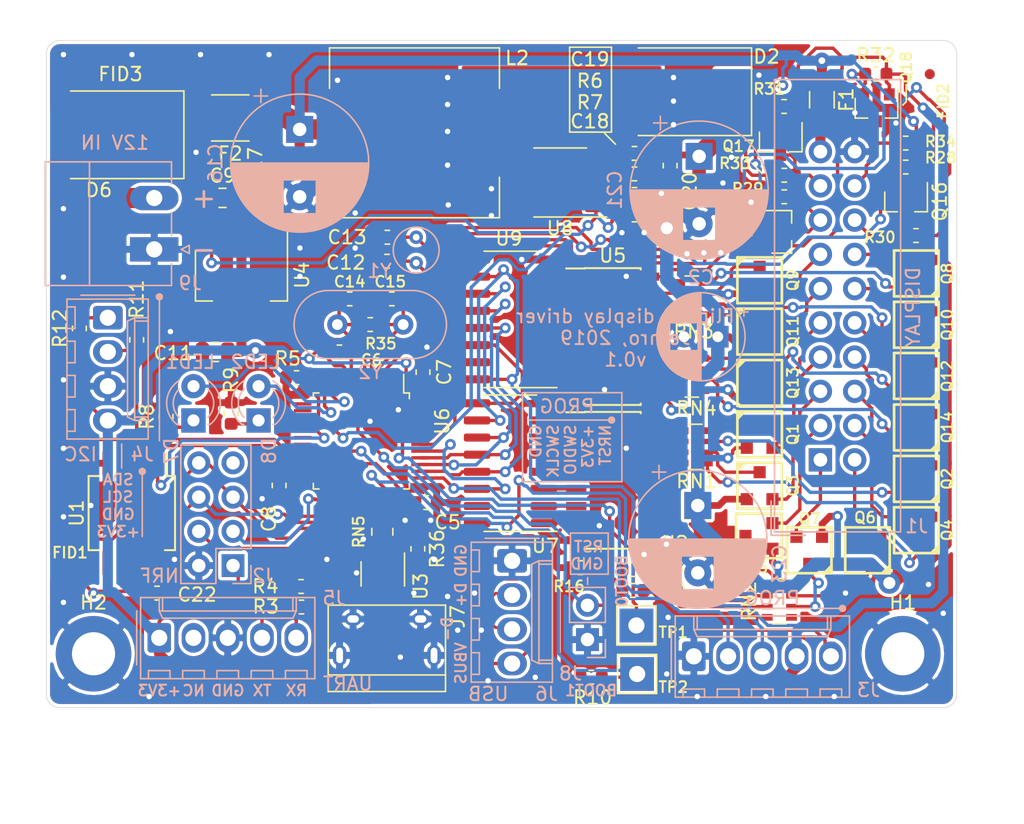
<source format=kicad_pcb>
(kicad_pcb (version 20171130) (host pcbnew 5.1.2-f72e74a~84~ubuntu18.10.1)
  (layers (0 F.Cu signal) (31 B.Cu signal) (34 B.Paste user hide) (35 F.Paste user hide) (36 B.SilkS user) (37 F.SilkS user) (38 B.Mask user hide) (39 F.Mask user hide) (44 Edge.Cuts user))
  (net 0 "")
  (net 1 +12V)
  (net 2 GND)
  (net 3 +24V)
  (net 4 +3V3)
  (net 5 /NRST)
  (net 6 "Net-(C12-Pad1)")
  (net 7 "Net-(C13-Pad1)")
  (net 8 "Net-(C14-Pad1)")
  (net 9 "Net-(C15-Pad1)")
  (net 10 "Net-(D6-Pad1)")
  (net 11 "Net-(D6-Pad2)")
  (net 12 /24V_EN)
  (net 13 /P_VCC)
  (net 14 /ROW_7N)
  (net 15 /ROW_6N)
  (net 16 /ROW_5N)
  (net 17 /ROW_4N)
  (net 18 /ROW_3N)
  (net 19 /ROW_2N)
  (net 20 /ROW_1N)
  (net 21 /ROW_7P)
  (net 22 /ROW_6P)
  (net 23 /ROW_5P)
  (net 24 /ROW_4P)
  (net 25 /ROW_3P)
  (net 26 /ROW_2P)
  (net 27 /ROW_1P)
  (net 28 /P_DATA)
  (net 29 /P_RET)
  (net 30 /P_RST)
  (net 31 /P_CLK)
  (net 32 /NRF_CE)
  (net 33 /NRF_SS)
  (net 34 /SPI_SCK)
  (net 35 /SPI_MOSI)
  (net 36 /SPI_MISO)
  (net 37 /SWCLK)
  (net 38 /SWDIO)
  (net 39 "Net-(J5-Pad5)")
  (net 40 "Net-(J5-Pad4)")
  (net 41 "Net-(J6-Pad4)")
  (net 42 "Net-(Q1-Pad1)")
  (net 43 "Net-(Q2-Pad1)")
  (net 44 "Net-(Q3-Pad1)")
  (net 45 "Net-(Q4-Pad1)")
  (net 46 "Net-(Q5-Pad1)")
  (net 47 "Net-(Q6-Pad1)")
  (net 48 "Net-(Q7-Pad1)")
  (net 49 "Net-(Q8-Pad1)")
  (net 50 "Net-(Q9-Pad1)")
  (net 51 "Net-(Q10-Pad1)")
  (net 52 "Net-(Q11-Pad1)")
  (net 53 "Net-(Q12-Pad1)")
  (net 54 "Net-(Q13-Pad1)")
  (net 55 "Net-(Q14-Pad1)")
  (net 56 /LV_DATA)
  (net 57 /LV_RET)
  (net 58 /LV_CLK)
  (net 59 /USART_RX)
  (net 60 /USART_TX)
  (net 61 /USB_N)
  (net 62 /USB_P)
  (net 63 "Net-(R16-Pad1)")
  (net 64 /FLASH_SS)
  (net 65 /I2C_SCL)
  (net 66 /I2C_SDA)
  (net 67 /LV_RST)
  (net 68 "Net-(RN1-Pad4)")
  (net 69 "Net-(RN1-Pad2)")
  (net 70 "Net-(RN1-Pad3)")
  (net 71 "Net-(RN1-Pad1)")
  (net 72 "Net-(RN2-Pad1)")
  (net 73 "Net-(RN2-Pad3)")
  (net 74 "Net-(RN2-Pad2)")
  (net 75 "Net-(RN3-Pad1)")
  (net 76 "Net-(RN3-Pad3)")
  (net 77 "Net-(RN3-Pad2)")
  (net 78 "Net-(RN3-Pad4)")
  (net 79 "Net-(RN4-Pad2)")
  (net 80 "Net-(RN4-Pad3)")
  (net 81 "Net-(RN4-Pad1)")
  (net 82 /USB1_P)
  (net 83 "Net-(U2-Pad1)")
  (net 84 "Net-(U2-Pad2)")
  (net 85 "Net-(U2-Pad3)")
  (net 86 "Net-(U2-Pad4)")
  (net 87 "Net-(U2-Pad5)")
  (net 88 "Net-(U2-Pad6)")
  (net 89 "Net-(U2-Pad7)")
  (net 90 "Net-(C19-Pad1)")
  (net 91 "Net-(D2-Pad2)")
  (net 92 "Net-(D7-Pad1)")
  (net 93 /LED1)
  (net 94 /LED2)
  (net 95 "Net-(D8-Pad1)")
  (net 96 "Net-(R6-Pad2)")
  (net 97 /BOOT1)
  (net 98 /USB1_N)
  (net 99 "Net-(U5-Pad7)")
  (net 100 "Net-(U5-Pad6)")
  (net 101 "Net-(U5-Pad5)")
  (net 102 "Net-(U5-Pad4)")
  (net 103 "Net-(U5-Pad3)")
  (net 104 "Net-(U5-Pad2)")
  (net 105 "Net-(U5-Pad1)")
  (net 106 /~SR_OE)
  (net 107 /SR_CLK)
  (net 108 /SR_STROBE)
  (net 109 /SR_DATA1)
  (net 110 /SR_DATA2)
  (net 111 /USB2_P)
  (net 112 /USB2_N)
  (net 113 /NRF_IRQ)
  (net 114 "Net-(J5-Pad2)")
  (net 115 "Net-(J7-Pad4)")
  (net 116 "Net-(RN2-Pad4)")
  (net 117 "Net-(RN2-Pad5)")
  (net 118 "Net-(RN4-Pad5)")
  (net 119 "Net-(RN4-Pad4)")
  (net 120 "Net-(U6-Pad2)")
  (net 121 "Net-(U6-Pad10)")
  (net 122 "Net-(U6-Pad13)")
  (net 123 "Net-(U6-Pad14)")
  (net 124 "Net-(U6-Pad15)")
  (net 125 "Net-(U6-Pad18)")
  (net 126 "Net-(U6-Pad19)")
  (net 127 "Net-(U7-Pad15)")
  (net 128 "Net-(U9-Pad9)")
  (net 129 "Net-(U9-Pad15)")
  (module Connector_PinSocket_2.54mm:PinSocket_2x04_P2.54mm_Vertical (layer B.Cu) (at 151.269 64.617)
    (fp_text reference J2 (at 2.286 0.762) (layer B.SilkS) (effects (justify mirror)))
    (fp_text value NRF_CON)
    (pad 1 thru_hole rect (at 0 0) (size 1.7 1.7) (drill 1) (layers *.Cu *.Mask) (net 4 +3V3))
    (pad 2 thru_hole oval (at -2.54 0) (size 1.7 1.7) (drill 1) (layers *.Cu *.Mask) (net 2 GND))
    (pad 3 thru_hole oval (at 0 -2.54) (size 1.7 1.7) (drill 1) (layers *.Cu *.Mask) (net 33 /NRF_SS))
    (pad 4 thru_hole oval (at -2.54 -2.54) (size 1.7 1.7) (drill 1) (layers *.Cu *.Mask) (net 32 /NRF_CE))
    (pad 5 thru_hole oval (at 0 -5.08) (size 1.7 1.7) (drill 1) (layers *.Cu *.Mask) (net 35 /SPI_MOSI))
    (pad 6 thru_hole oval (at -2.54 -5.08) (size 1.7 1.7) (drill 1) (layers *.Cu *.Mask) (net 34 /SPI_SCK))
    (pad 7 thru_hole oval (at 0 -7.62) (size 1.7 1.7) (drill 1) (layers *.Cu *.Mask) (net 113 /NRF_IRQ))
    (pad 8 thru_hole oval (at -2.54 -7.62) (size 1.7 1.7) (drill 1) (layers *.Cu *.Mask) (net 36 /SPI_MISO))
  )
  (module Package_SO:SOIC-16_3.9x9.9mm_P1.27mm (layer F.Cu) (at 171.831 57.023 180)
    (fp_text reference U7 (at -2.595 -6.135) (layer F.SilkS))
    (fp_text value 74HC595)
    (pad 1 smd roundrect (at -2.475 -4.445 180) (size 1.95 0.6) (layers F.Cu F.Paste F.Mask) (net 89 "Net-(U2-Pad7)"))
    (pad 2 smd roundrect (at -2.475 -3.175 180) (size 1.95 0.6) (layers F.Cu F.Paste F.Mask) (net 88 "Net-(U2-Pad6)"))
    (pad 3 smd roundrect (at -2.475 -1.905 180) (size 1.95 0.6) (layers F.Cu F.Paste F.Mask) (net 87 "Net-(U2-Pad5)"))
    (pad 4 smd roundrect (at -2.475 -0.635 180) (size 1.95 0.6) (layers F.Cu F.Paste F.Mask) (net 86 "Net-(U2-Pad4)"))
    (pad 5 smd roundrect (at -2.475 0.635 180) (size 1.95 0.6) (layers F.Cu F.Paste F.Mask) (net 85 "Net-(U2-Pad3)"))
    (pad 6 smd roundrect (at -2.475 1.905 180) (size 1.95 0.6) (layers F.Cu F.Paste F.Mask) (net 84 "Net-(U2-Pad2)"))
    (pad 7 smd roundrect (at -2.475 3.175 180) (size 1.95 0.6) (layers F.Cu F.Paste F.Mask) (net 83 "Net-(U2-Pad1)"))
    (pad 8 smd roundrect (at -2.475 4.445 180) (size 1.95 0.6) (layers F.Cu F.Paste F.Mask) (net 2 GND))
    (pad 9 smd roundrect (at 2.475 4.445 180) (size 1.95 0.6) (layers F.Cu F.Paste F.Mask) (net 110 /SR_DATA2))
    (pad 10 smd roundrect (at 2.475 3.175 180) (size 1.95 0.6) (layers F.Cu F.Paste F.Mask) (net 4 +3V3))
    (pad 11 smd roundrect (at 2.475 1.905 180) (size 1.95 0.6) (layers F.Cu F.Paste F.Mask) (net 107 /SR_CLK))
    (pad 12 smd roundrect (at 2.475 0.635 180) (size 1.95 0.6) (layers F.Cu F.Paste F.Mask) (net 108 /SR_STROBE))
    (pad 13 smd roundrect (at 2.475 -0.635 180) (size 1.95 0.6) (layers F.Cu F.Paste F.Mask) (net 106 /~SR_OE))
    (pad 14 smd roundrect (at 2.475 -1.905 180) (size 1.95 0.6) (layers F.Cu F.Paste F.Mask) (net 109 /SR_DATA1))
    (pad 15 smd roundrect (at 2.475 -3.175 180) (size 1.95 0.6) (layers F.Cu F.Paste F.Mask) (net 127 "Net-(U7-Pad15)"))
    (pad 16 smd roundrect (at 2.475 -4.445 180) (size 1.95 0.6) (layers F.Cu F.Paste F.Mask) (net 4 +3V3))
  )
  (module Crystal:Crystal_HC49-U_Vertical (layer B.Cu) (at 159.004 46.736)
    (fp_text reference Y2 (at 2.44 3.525) (layer B.SilkS) (effects (justify mirror)))
    (fp_text value 8MHz/20pF)
    (pad 1 thru_hole circle (at 0 0) (size 1.5 1.5) (drill 0.8) (layers *.Cu *.Mask) (net 8 "Net-(C14-Pad1)"))
    (pad 2 thru_hole circle (at 4.88 0) (size 1.5 1.5) (drill 0.8) (layers *.Cu *.Mask) (net 9 "Net-(C15-Pad1)"))
  )
  (module Capacitor_SMD:C_0603_1608Metric (layer F.Cu) (at 165.5825 59.944)
    (fp_text reference C5 (at 1.5935 1.464 180) (layer F.SilkS))
    (fp_text value 100n)
    (pad 1 smd roundrect (at -0.7875 0) (size 0.875 0.95) (layers F.Cu F.Paste F.Mask) (net 4 +3V3))
    (pad 2 smd roundrect (at 0.7875 0) (size 0.875 0.95) (layers F.Cu F.Paste F.Mask) (net 2 GND))
  )
  (module Capacitor_SMD:C_0603_1608Metric (layer F.Cu) (at 159.1565 48.768)
    (fp_text reference C6 (at 2.3695 0.59) (layer F.SilkS) (effects (font (size 0.8 0.8))))
    (fp_text value 100n)
    (pad 2 smd roundrect (at 0.7875 0) (size 0.875 0.95) (layers F.Cu F.Paste F.Mask) (net 2 GND))
    (pad 1 smd roundrect (at -0.7875 0) (size 0.875 0.95) (layers F.Cu F.Paste F.Mask) (net 4 +3V3))
  )
  (module Capacitor_SMD:C_0603_1608Metric (layer F.Cu) (at 165.354 50.2665 90)
    (fp_text reference C7 (at 0 1.572 90) (layer F.SilkS))
    (fp_text value 100n)
    (pad 1 smd roundrect (at -0.7875 0 90) (size 0.875 0.95) (layers F.Cu F.Paste F.Mask) (net 4 +3V3))
    (pad 2 smd roundrect (at 0.7875 0 90) (size 0.875 0.95) (layers F.Cu F.Paste F.Mask) (net 2 GND))
  )
  (module Capacitor_SMD:C_0603_1608Metric (layer F.Cu) (at 154.686 58.674 90)
    (fp_text reference C8 (at -2.484 -0.76 90) (layer F.SilkS))
    (fp_text value 100n)
    (pad 1 smd roundrect (at -0.7875 0 90) (size 0.875 0.95) (layers F.Cu F.Paste F.Mask) (net 4 +3V3))
    (pad 2 smd roundrect (at 0.7875 0 90) (size 0.875 0.95) (layers F.Cu F.Paste F.Mask) (net 2 GND))
  )
  (module Capacitor_SMD:C_0805_2012Metric (layer F.Cu) (at 150.4885 37.338)
    (fp_text reference C9 (at 0 -1.65) (layer F.SilkS))
    (fp_text value 10u)
    (pad 2 smd roundrect (at 0.9375 0) (size 0.975 1.4) (layers F.Cu F.Paste F.Mask) (net 2 GND))
    (pad 1 smd roundrect (at -0.9375 0) (size 0.975 1.4) (layers F.Cu F.Paste F.Mask) (net 1 +12V))
  )
  (module Capacitor_SMD:C_0603_1608Metric (layer F.Cu) (at 180.9135 66.458)
    (fp_text reference C10 (at 2.7625 -0.05) (layer F.SilkS) (effects (font (size 0.8 0.8))))
    (fp_text value 10n)
    (pad 1 smd roundrect (at -0.7875 0) (size 0.875 0.95) (layers F.Cu F.Paste F.Mask) (net 5 /NRST))
    (pad 2 smd roundrect (at 0.7875 0) (size 0.875 0.95) (layers F.Cu F.Paste F.Mask) (net 2 GND))
  )
  (module Capacitor_SMD:C_0805_2012Metric (layer F.Cu) (at 149.9385 48.768 180)
    (fp_text reference C11 (at 3.1125 -0.09) (layer F.SilkS))
    (fp_text value 22u)
    (pad 1 smd roundrect (at -0.9375 0 180) (size 0.975 1.4) (layers F.Cu F.Paste F.Mask) (net 4 +3V3))
    (pad 2 smd roundrect (at 0.9375 0 180) (size 0.975 1.4) (layers F.Cu F.Paste F.Mask) (net 2 GND))
  )
  (module Capacitor_SMD:C_0603_1608Metric (layer F.Cu) (at 162.687 42.037 180)
    (fp_text reference C12 (at 3.061 -0.101) (layer F.SilkS))
    (fp_text value 10p)
    (pad 1 smd roundrect (at -0.7875 0 180) (size 0.875 0.95) (layers F.Cu F.Paste F.Mask) (net 6 "Net-(C12-Pad1)"))
    (pad 2 smd roundrect (at 0.7875 0 180) (size 0.875 0.95) (layers F.Cu F.Paste F.Mask) (net 2 GND))
  )
  (module Capacitor_SMD:C_0603_1608Metric (layer F.Cu) (at 162.7125 40.259 180)
    (fp_text reference C13 (at 2.9865 0.001) (layer F.SilkS))
    (fp_text value 10p)
    (pad 2 smd roundrect (at 0.7875 0 180) (size 0.875 0.95) (layers F.Cu F.Paste F.Mask) (net 2 GND))
    (pad 1 smd roundrect (at -0.7875 0 180) (size 0.875 0.95) (layers F.Cu F.Paste F.Mask) (net 7 "Net-(C13-Pad1)"))
  )
  (module Capacitor_SMD:C_0603_1608Metric (layer F.Cu) (at 159.9185 44.831)
    (fp_text reference C14 (at 0 -1.273) (layer F.SilkS) (effects (font (size 0.8 0.8))))
    (fp_text value 27p)
    (pad 2 smd roundrect (at 0.7875 0) (size 0.875 0.95) (layers F.Cu F.Paste F.Mask) (net 2 GND))
    (pad 1 smd roundrect (at -0.7875 0) (size 0.875 0.95) (layers F.Cu F.Paste F.Mask) (net 8 "Net-(C14-Pad1)"))
  )
  (module Capacitor_SMD:C_0603_1608Metric (layer F.Cu) (at 163.0425 44.831 180)
    (fp_text reference C15 (at 0.1165 1.273) (layer F.SilkS) (effects (font (size 0.8 0.8))))
    (fp_text value 27p)
    (pad 2 smd roundrect (at 0.7875 0 180) (size 0.875 0.95) (layers F.Cu F.Paste F.Mask) (net 2 GND))
    (pad 1 smd roundrect (at -0.7875 0 180) (size 0.875 0.95) (layers F.Cu F.Paste F.Mask) (net 9 "Net-(C15-Pad1)"))
  )
  (module Diode_SMD:D_SMC (layer F.Cu) (at 142.826 32.658 180)
    (fp_text reference D6 (at 1.5 -4.1) (layer F.SilkS))
    (fp_text value SK33)
    (pad 1 smd rect (at -3.4 0 270) (size 3.3 2.5) (layers F.Cu F.Paste F.Mask) (net 10 "Net-(D6-Pad1)"))
    (pad 2 smd rect (at 3.4 0 270) (size 3.3 2.5) (layers F.Cu F.Paste F.Mask) (net 11 "Net-(D6-Pad2)"))
  )
  (module Fuse:Fuse_1206_3216Metric (layer F.Cu) (at 194.926 30.058 270)
    (fp_text reference F1 (at 0 -1.82 90) (layer F.SilkS))
    (fp_text value 200mA)
    (pad 1 smd roundrect (at -1.4 0 270) (size 1.25 1.75) (layers F.Cu F.Paste F.Mask) (roundrect_rratio 0.2) (net 1 +12V))
    (pad 2 smd roundrect (at 1.4 0 270) (size 1.25 1.75) (layers F.Cu F.Paste F.Mask) (roundrect_rratio 0.2) (net 13 /P_VCC))
  )
  (module Fuse:Fuse_1812_4532Metric (layer F.Cu) (at 151.0635 31.408 180)
    (fp_text reference F2 (at 0 -2.65) (layer F.SilkS))
    (fp_text value Polyfuse)
    (pad 1 smd roundrect (at -2.1375 0 180) (size 1.125 3.4) (layers F.Cu F.Paste F.Mask) (roundrect_rratio 0.222222) (net 1 +12V))
    (pad 2 smd roundrect (at 2.1375 0 180) (size 1.125 3.4) (layers F.Cu F.Paste F.Mask) (roundrect_rratio 0.222222) (net 10 "Net-(D6-Pad1)"))
  )
  (module Connector_IDC:IDC-Header_2x10_P2.54mm_Vertical (layer B.Cu) (at 194.818 56.769)
    (fp_text reference J1 (at 7.124 4.927) (layer B.SilkS) (effects (justify mirror)))
    (fp_text value DISPLAY)
    (pad 1 thru_hole rect (at 0 0) (size 1.7272 1.7272) (drill 1.016) (layers *.Cu *.Mask) (net 14 /ROW_7N))
    (pad 2 thru_hole oval (at 2.54 0) (size 1.7272 1.7272) (drill 1.016) (layers *.Cu *.Mask) (net 15 /ROW_6N))
    (pad 3 thru_hole oval (at 0 -2.54) (size 1.7272 1.7272) (drill 1.016) (layers *.Cu *.Mask) (net 16 /ROW_5N))
    (pad 4 thru_hole oval (at 2.54 -2.54) (size 1.7272 1.7272) (drill 1.016) (layers *.Cu *.Mask) (net 17 /ROW_4N))
    (pad 5 thru_hole oval (at 0 -5.08) (size 1.7272 1.7272) (drill 1.016) (layers *.Cu *.Mask) (net 18 /ROW_3N))
    (pad 6 thru_hole oval (at 2.54 -5.08) (size 1.7272 1.7272) (drill 1.016) (layers *.Cu *.Mask) (net 19 /ROW_2N))
    (pad 7 thru_hole oval (at 0 -7.62) (size 1.7272 1.7272) (drill 1.016) (layers *.Cu *.Mask) (net 20 /ROW_1N))
    (pad 8 thru_hole oval (at 2.54 -7.62) (size 1.7272 1.7272) (drill 1.016) (layers *.Cu *.Mask) (net 21 /ROW_7P))
    (pad 9 thru_hole oval (at 0 -10.16) (size 1.7272 1.7272) (drill 1.016) (layers *.Cu *.Mask) (net 22 /ROW_6P))
    (pad 10 thru_hole oval (at 2.54 -10.16) (size 1.7272 1.7272) (drill 1.016) (layers *.Cu *.Mask) (net 23 /ROW_5P))
    (pad 11 thru_hole oval (at 0 -12.7) (size 1.7272 1.7272) (drill 1.016) (layers *.Cu *.Mask) (net 24 /ROW_4P))
    (pad 12 thru_hole oval (at 2.54 -12.7) (size 1.7272 1.7272) (drill 1.016) (layers *.Cu *.Mask) (net 25 /ROW_3P))
    (pad 13 thru_hole oval (at 0 -15.24) (size 1.7272 1.7272) (drill 1.016) (layers *.Cu *.Mask) (net 26 /ROW_2P))
    (pad 14 thru_hole oval (at 2.54 -15.24) (size 1.7272 1.7272) (drill 1.016) (layers *.Cu *.Mask) (net 27 /ROW_1P))
    (pad 15 thru_hole oval (at 0 -17.78) (size 1.7272 1.7272) (drill 1.016) (layers *.Cu *.Mask) (net 28 /P_DATA))
    (pad 16 thru_hole oval (at 2.54 -17.78) (size 1.7272 1.7272) (drill 1.016) (layers *.Cu *.Mask) (net 29 /P_RET))
    (pad 17 thru_hole oval (at 0 -20.32) (size 1.7272 1.7272) (drill 1.016) (layers *.Cu *.Mask) (net 30 /P_RST))
    (pad 18 thru_hole oval (at 2.54 -20.32) (size 1.7272 1.7272) (drill 1.016) (layers *.Cu *.Mask) (net 31 /P_CLK))
    (pad 19 thru_hole oval (at 0 -22.86) (size 1.7272 1.7272) (drill 1.016) (layers *.Cu *.Mask) (net 13 /P_VCC))
    (pad 20 thru_hole oval (at 2.54 -22.86) (size 1.7272 1.7272) (drill 1.016) (layers *.Cu *.Mask) (net 2 GND))
  )
  (module Connector_Molex:Molex_KK-254_AE-6410-05A_1x05_P2.54mm_Vertical (layer B.Cu) (at 185.432 71.348)
    (fp_text reference J3 (at 12.952 2.5) (layer B.SilkS) (effects (justify mirror)))
    (fp_text value Prog)
    (pad 1 thru_hole roundrect (at 0 0) (size 1.74 2.2) (drill 1.2) (layers *.Cu *.Mask) (roundrect_rratio 0.143678) (net 2 GND))
    (pad 2 thru_hole oval (at 2.54 0) (size 1.74 2.2) (drill 1.2) (layers *.Cu *.Mask) (net 37 /SWCLK))
    (pad 3 thru_hole oval (at 5.08 0) (size 1.74 2.2) (drill 1.2) (layers *.Cu *.Mask) (net 38 /SWDIO))
    (pad 4 thru_hole oval (at 7.62 0) (size 1.74 2.2) (drill 1.2) (layers *.Cu *.Mask) (net 4 +3V3))
    (pad 5 thru_hole oval (at 10.16 0) (size 1.74 2.2) (drill 1.2) (layers *.Cu *.Mask) (net 5 /NRST))
  )
  (module Connector_Molex:Molex_KK-254_AE-6410-04A_1x04_P2.54mm_Vertical (layer B.Cu) (at 141.986 46.228 270)
    (fp_text reference J4 (at 10.134 -2.552) (layer B.SilkS) (effects (justify mirror)))
    (fp_text value I2C)
    (pad 4 thru_hole oval (at 7.62 0 270) (size 1.74 2.2) (drill 1.2) (layers *.Cu *.Mask) (net 4 +3V3))
    (pad 3 thru_hole oval (at 5.08 0 270) (size 1.74 2.2) (drill 1.2) (layers *.Cu *.Mask) (net 2 GND))
    (pad 2 thru_hole oval (at 2.54 0 270) (size 1.74 2.2) (drill 1.2) (layers *.Cu *.Mask) (net 65 /I2C_SCL))
    (pad 1 thru_hole roundrect (at 0 0 270) (size 1.74 2.2) (drill 1.2) (layers *.Cu *.Mask) (roundrect_rratio 0.143678) (net 66 /I2C_SDA))
  )
  (module Connector_Molex:Molex_KK-254_AE-6410-05A_1x05_P2.54mm_Vertical (layer B.Cu) (at 145.796 69.977)
    (fp_text reference J5 (at 12.966 -2.947) (layer B.SilkS) (effects (justify mirror)))
    (fp_text value USART)
    (pad 5 thru_hole oval (at 10.16 0) (size 1.74 2.2) (drill 1.2) (layers *.Cu *.Mask) (net 39 "Net-(J5-Pad5)"))
    (pad 4 thru_hole oval (at 7.62 0) (size 1.74 2.2) (drill 1.2) (layers *.Cu *.Mask) (net 40 "Net-(J5-Pad4)"))
    (pad 3 thru_hole oval (at 5.08 0) (size 1.74 2.2) (drill 1.2) (layers *.Cu *.Mask) (net 2 GND))
    (pad 2 thru_hole oval (at 2.54 0) (size 1.74 2.2) (drill 1.2) (layers *.Cu *.Mask) (net 114 "Net-(J5-Pad2)"))
    (pad 1 thru_hole roundrect (at 0 0) (size 1.74 2.2) (drill 1.2) (layers *.Cu *.Mask) (roundrect_rratio 0.143678) (net 4 +3V3))
  )
  (module Connector_Molex:Molex_KK-254_AE-6410-04A_1x04_P2.54mm_Vertical (layer B.Cu) (at 171.958 64.262 270)
    (fp_text reference J6 (at 9.88 -2.552) (layer B.SilkS) (effects (justify mirror)))
    (fp_text value USB)
    (pad 1 thru_hole roundrect (at 0 0 270) (size 1.74 2.2) (drill 1.2) (layers *.Cu *.Mask) (roundrect_rratio 0.143678) (net 2 GND))
    (pad 2 thru_hole oval (at 2.54 0 270) (size 1.74 2.2) (drill 1.2) (layers *.Cu *.Mask) (net 111 /USB2_P))
    (pad 3 thru_hole oval (at 5.08 0 270) (size 1.74 2.2) (drill 1.2) (layers *.Cu *.Mask) (net 112 /USB2_N))
    (pad 4 thru_hole oval (at 7.62 0 270) (size 1.74 2.2) (drill 1.2) (layers *.Cu *.Mask) (net 41 "Net-(J6-Pad4)"))
  )
  (module Connector_PinSocket_2.54mm:PinSocket_1x02_P2.54mm_Vertical (layer B.Cu) (at 177.546 70.104)
    (fp_text reference J8 (at -1.258 2.514) (layer B.SilkS) (effects (justify mirror)))
    (fp_text value RST)
    (pad 1 thru_hole rect (at 0 0) (size 1.7 1.7) (drill 1) (layers *.Cu *.Mask) (net 2 GND))
    (pad 2 thru_hole oval (at 0 -2.54) (size 1.7 1.7) (drill 1) (layers *.Cu *.Mask) (net 5 /NRST))
  )
  (module Connectors_Phoenix:PhoenixContact_MC-G_02x3.81mm_Angled (layer B.Cu) (at 145.426 41.158 90)
    (fp_text reference J9 (at -2.504 2.668) (layer B.SilkS) (effects (justify mirror)))
    (fp_text value MAIN_Power)
    (pad 1 thru_hole rect (at 0 0 90) (size 1.8 3.6) (drill 1.2) (layers *.Cu *.Mask) (net 2 GND))
    (pad 2 thru_hole oval (at 3.81 0 90) (size 1.8 3.6) (drill 1.2) (layers *.Cu *.Mask) (net 11 "Net-(D6-Pad2)"))
  )
  (module dboard_footprints:SOT23-3 (layer F.Cu) (at 190.312 54.88)
    (fp_text reference Q1 (at 2.465 0 90) (layer F.SilkS) (effects (font (size 0.8 0.8))))
    (fp_text value MMBTA64)
    (pad 3 smd rect (at 0.95 1) (size 0.9 0.9) (layers F.Cu F.Paste F.Mask) (net 20 /ROW_1N))
    (pad 2 smd rect (at -0.95 1) (size 0.9 0.9) (layers F.Cu F.Paste F.Mask) (net 3 +24V))
    (pad 1 smd rect (at 0 -1) (size 0.9 0.9) (layers F.Cu F.Paste F.Mask) (net 42 "Net-(Q1-Pad1)"))
  )
  (module dboard_footprints:SOT23-3 (layer F.Cu) (at 201.93 58.182 180)
    (fp_text reference Q2 (at -2.296 0 90) (layer F.SilkS) (effects (font (size 0.8 0.8))))
    (fp_text value MMBTA64)
    (pad 3 smd rect (at 0.95 1 180) (size 0.9 0.9) (layers F.Cu F.Paste F.Mask) (net 19 /ROW_2N))
    (pad 2 smd rect (at -0.95 1 180) (size 0.9 0.9) (layers F.Cu F.Paste F.Mask) (net 3 +24V))
    (pad 1 smd rect (at 0 -1 180) (size 0.9 0.9) (layers F.Cu F.Paste F.Mask) (net 43 "Net-(Q2-Pad1)"))
  )
  (module dboard_footprints:SOT23-3 (layer F.Cu) (at 190.312 58.69)
    (fp_text reference Q3 (at 2.465 0 90) (layer F.SilkS) (effects (font (size 0.8 0.8))))
    (fp_text value MMBTA64)
    (pad 3 smd rect (at 0.95 1) (size 0.9 0.9) (layers F.Cu F.Paste F.Mask) (net 18 /ROW_3N))
    (pad 2 smd rect (at -0.95 1) (size 0.9 0.9) (layers F.Cu F.Paste F.Mask) (net 3 +24V))
    (pad 1 smd rect (at 0 -1) (size 0.9 0.9) (layers F.Cu F.Paste F.Mask) (net 44 "Net-(Q3-Pad1)"))
  )
  (module dboard_footprints:SOT23-3 (layer F.Cu) (at 201.93 61.992 180)
    (fp_text reference Q4 (at -2.296 0 90) (layer F.SilkS) (effects (font (size 0.8 0.8))))
    (fp_text value MMBTA64)
    (pad 1 smd rect (at 0 -1 180) (size 0.9 0.9) (layers F.Cu F.Paste F.Mask) (net 45 "Net-(Q4-Pad1)"))
    (pad 2 smd rect (at -0.95 1 180) (size 0.9 0.9) (layers F.Cu F.Paste F.Mask) (net 3 +24V))
    (pad 3 smd rect (at 0.95 1 180) (size 0.9 0.9) (layers F.Cu F.Paste F.Mask) (net 17 /ROW_4N))
  )
  (module dboard_footprints:SOT23-3 (layer F.Cu) (at 190.262 62.418 90)
    (fp_text reference Q5 (at -2.34 -0.136) (layer F.SilkS) (effects (font (size 0.8 0.8))))
    (fp_text value MMBTA64)
    (pad 1 smd rect (at 0 -1 90) (size 0.9 0.9) (layers F.Cu F.Paste F.Mask) (net 46 "Net-(Q5-Pad1)"))
    (pad 2 smd rect (at -0.95 1 90) (size 0.9 0.9) (layers F.Cu F.Paste F.Mask) (net 3 +24V))
    (pad 3 smd rect (at 0.95 1 90) (size 0.9 0.9) (layers F.Cu F.Paste F.Mask) (net 16 /ROW_5N))
  )
  (module dboard_footprints:SOT23-3 (layer F.Cu) (at 198.308 63.484 180)
    (fp_text reference Q6 (at 0.182 2.426 180) (layer F.SilkS) (effects (font (size 0.8 0.8))))
    (fp_text value MMBTA64)
    (pad 3 smd rect (at 0.95 1 180) (size 0.9 0.9) (layers F.Cu F.Paste F.Mask) (net 15 /ROW_6N))
    (pad 2 smd rect (at -0.95 1 180) (size 0.9 0.9) (layers F.Cu F.Paste F.Mask) (net 3 +24V))
    (pad 1 smd rect (at 0 -1 180) (size 0.9 0.9) (layers F.Cu F.Paste F.Mask) (net 47 "Net-(Q6-Pad1)"))
  )
  (module dboard_footprints:SOT23-3 (layer F.Cu) (at 193.99 63.484 180)
    (fp_text reference Q7 (at -0.036 2.326 180) (layer F.SilkS) (effects (font (size 0.8 0.8))))
    (fp_text value MMBTA64)
    (pad 1 smd rect (at 0 -1 180) (size 0.9 0.9) (layers F.Cu F.Paste F.Mask) (net 48 "Net-(Q7-Pad1)"))
    (pad 2 smd rect (at -0.95 1 180) (size 0.9 0.9) (layers F.Cu F.Paste F.Mask) (net 3 +24V))
    (pad 3 smd rect (at 0.95 1 180) (size 0.9 0.9) (layers F.Cu F.Paste F.Mask) (net 14 /ROW_7N))
  )
  (module dboard_footprints:SOT23-3 (layer F.Cu) (at 201.93 42.942 180)
    (fp_text reference Q8 (at -2.296 -0.016 90) (layer F.SilkS) (effects (font (size 0.8 0.8))))
    (fp_text value MMBTA64)
    (pad 3 smd rect (at 0.95 1 180) (size 0.9 0.9) (layers F.Cu F.Paste F.Mask) (net 27 /ROW_1P))
    (pad 2 smd rect (at -0.95 1 180) (size 0.9 0.9) (layers F.Cu F.Paste F.Mask) (net 3 +24V))
    (pad 1 smd rect (at 0 -1 180) (size 0.9 0.9) (layers F.Cu F.Paste F.Mask) (net 49 "Net-(Q8-Pad1)"))
  )
  (module dboard_footprints:SOT23-3 (layer F.Cu) (at 190.312 43.45)
    (fp_text reference Q9 (at 2.465 0 90) (layer F.SilkS) (effects (font (size 0.8 0.8))))
    (fp_text value MMBTA64)
    (pad 1 smd rect (at 0 -1) (size 0.9 0.9) (layers F.Cu F.Paste F.Mask) (net 50 "Net-(Q9-Pad1)"))
    (pad 2 smd rect (at -0.95 1) (size 0.9 0.9) (layers F.Cu F.Paste F.Mask) (net 3 +24V))
    (pad 3 smd rect (at 0.95 1) (size 0.9 0.9) (layers F.Cu F.Paste F.Mask) (net 26 /ROW_2P))
  )
  (module dboard_footprints:SOT23-3 (layer F.Cu) (at 201.93 46.752 180)
    (fp_text reference Q10 (at -2.296 0 90) (layer F.SilkS) (effects (font (size 0.8 0.8))))
    (fp_text value MMBTA64)
    (pad 1 smd rect (at 0 -1 180) (size 0.9 0.9) (layers F.Cu F.Paste F.Mask) (net 51 "Net-(Q10-Pad1)"))
    (pad 2 smd rect (at -0.95 1 180) (size 0.9 0.9) (layers F.Cu F.Paste F.Mask) (net 3 +24V))
    (pad 3 smd rect (at 0.95 1 180) (size 0.9 0.9) (layers F.Cu F.Paste F.Mask) (net 25 /ROW_3P))
  )
  (module dboard_footprints:SOT23-3 (layer F.Cu) (at 190.312 47.26)
    (fp_text reference Q11 (at 2.465 0 90) (layer F.SilkS) (effects (font (size 0.8 0.8))))
    (fp_text value MMBTA64)
    (pad 3 smd rect (at 0.95 1) (size 0.9 0.9) (layers F.Cu F.Paste F.Mask) (net 24 /ROW_4P))
    (pad 2 smd rect (at -0.95 1) (size 0.9 0.9) (layers F.Cu F.Paste F.Mask) (net 3 +24V))
    (pad 1 smd rect (at 0 -1) (size 0.9 0.9) (layers F.Cu F.Paste F.Mask) (net 52 "Net-(Q11-Pad1)"))
  )
  (module dboard_footprints:SOT23-3 (layer F.Cu) (at 201.93 50.546 180)
    (fp_text reference Q12 (at -2.296 -0.012 90) (layer F.SilkS) (effects (font (size 0.8 0.8))))
    (fp_text value MMBTA64)
    (pad 1 smd rect (at 0 -1 180) (size 0.9 0.9) (layers F.Cu F.Paste F.Mask) (net 53 "Net-(Q12-Pad1)"))
    (pad 2 smd rect (at -0.95 1 180) (size 0.9 0.9) (layers F.Cu F.Paste F.Mask) (net 3 +24V))
    (pad 3 smd rect (at 0.95 1 180) (size 0.9 0.9) (layers F.Cu F.Paste F.Mask) (net 23 /ROW_5P))
  )
  (module dboard_footprints:SOT23-3 (layer F.Cu) (at 190.312 51.07)
    (fp_text reference Q13 (at 2.465 0 90) (layer F.SilkS) (effects (font (size 0.8 0.8))))
    (fp_text value MMBTA64)
    (pad 3 smd rect (at 0.95 1) (size 0.9 0.9) (layers F.Cu F.Paste F.Mask) (net 22 /ROW_6P))
    (pad 2 smd rect (at -0.95 1) (size 0.9 0.9) (layers F.Cu F.Paste F.Mask) (net 3 +24V))
    (pad 1 smd rect (at 0 -1) (size 0.9 0.9) (layers F.Cu F.Paste F.Mask) (net 54 "Net-(Q13-Pad1)"))
  )
  (module dboard_footprints:SOT23-3 (layer F.Cu) (at 201.93 54.372 180)
    (fp_text reference Q14 (at -2.296 0.014 90) (layer F.SilkS) (effects (font (size 0.8 0.8))))
    (fp_text value MMBTA64)
    (pad 1 smd rect (at 0 -1 180) (size 0.9 0.9) (layers F.Cu F.Paste F.Mask) (net 55 "Net-(Q14-Pad1)"))
    (pad 2 smd rect (at -0.95 1 180) (size 0.9 0.9) (layers F.Cu F.Paste F.Mask) (net 3 +24V))
    (pad 3 smd rect (at 0.95 1 180) (size 0.9 0.9) (layers F.Cu F.Paste F.Mask) (net 21 /ROW_7P))
  )
  (module Package_TO_SOT_SMD:SOT-23 (layer F.Cu) (at 191.926 39.858)
    (fp_text reference Q15 (at -4.4 -2.3) (layer F.SilkS) (effects (font (size 0.8 0.8))))
    (fp_text value Q_NMOS_GSD)
    (pad 3 smd rect (at 1 0) (size 0.9 0.8) (layers F.Cu F.Paste F.Mask) (net 28 /P_DATA))
    (pad 2 smd rect (at -1 0.95) (size 0.9 0.8) (layers F.Cu F.Paste F.Mask) (net 56 /LV_DATA))
    (pad 1 smd rect (at -1 -0.95) (size 0.9 0.8) (layers F.Cu F.Paste F.Mask) (net 4 +3V3))
  )
  (module Package_TO_SOT_SMD:SOT-23 (layer F.Cu) (at 201.168 37.608 270)
    (fp_text reference Q16 (at 0 -2.5 90) (layer F.SilkS))
    (fp_text value Q_NMOS_GSD)
    (pad 1 smd rect (at -1 -0.95 270) (size 0.9 0.8) (layers F.Cu F.Paste F.Mask) (net 4 +3V3))
    (pad 2 smd rect (at -1 0.95 270) (size 0.9 0.8) (layers F.Cu F.Paste F.Mask) (net 57 /LV_RET))
    (pad 3 smd rect (at 1 0 270) (size 0.9 0.8) (layers F.Cu F.Paste F.Mask) (net 29 /P_RET))
  )
  (module Package_TO_SOT_SMD:SOT-23 (layer F.Cu) (at 191.876 33.158 270)
    (fp_text reference Q17 (at 0.344 3.142 180) (layer F.SilkS) (effects (font (size 0.8 0.8))))
    (fp_text value Q_NMOS_GSD)
    (pad 3 smd rect (at 1 0 270) (size 0.9 0.8) (layers F.Cu F.Paste F.Mask) (net 30 /P_RST))
    (pad 2 smd rect (at -1 0.95 270) (size 0.9 0.8) (layers F.Cu F.Paste F.Mask) (net 67 /LV_RST))
    (pad 1 smd rect (at -1 -0.95 270) (size 0.9 0.8) (layers F.Cu F.Paste F.Mask) (net 4 +3V3))
  )
  (module Package_TO_SOT_SMD:SOT-23 (layer F.Cu) (at 198.976 30.658 270)
    (fp_text reference Q18 (at -2.998 -2.204 90) (layer F.SilkS) (effects (font (size 0.8 0.8))))
    (fp_text value Q_NMOS_GSD)
    (pad 1 smd rect (at -1 -0.95 270) (size 0.9 0.8) (layers F.Cu F.Paste F.Mask) (net 4 +3V3))
    (pad 2 smd rect (at -1 0.95 270) (size 0.9 0.8) (layers F.Cu F.Paste F.Mask) (net 58 /LV_CLK))
    (pad 3 smd rect (at 1 0 270) (size 0.9 0.8) (layers F.Cu F.Paste F.Mask) (net 31 /P_CLK))
  )
  (module Resistor_SMD:R_0603_1608Metric (layer F.Cu) (at 156.3385 67.691 180)
    (fp_text reference R3 (at 2.6435 0.033) (layer F.SilkS))
    (fp_text value 330R)
    (pad 2 smd roundrect (at 0.7875 0 180) (size 0.875 0.95) (layers F.Cu F.Paste F.Mask) (net 39 "Net-(J5-Pad5)"))
    (pad 1 smd roundrect (at -0.7875 0 180) (size 0.875 0.95) (layers F.Cu F.Paste F.Mask) (net 59 /USART_RX))
  )
  (module Resistor_SMD:R_0603_1608Metric (layer F.Cu) (at 156.3135 66.167 180)
    (fp_text reference R4 (at 2.6435 0.009) (layer F.SilkS))
    (fp_text value 330R)
    (pad 1 smd roundrect (at -0.7875 0 180) (size 0.875 0.95) (layers F.Cu F.Paste F.Mask) (net 60 /USART_TX))
    (pad 2 smd roundrect (at 0.7875 0 180) (size 0.875 0.95) (layers F.Cu F.Paste F.Mask) (net 40 "Net-(J5-Pad4)"))
  )
  (module Resistor_SMD:R_0603_1608Metric (layer F.Cu) (at 180.926 64.908)
    (fp_text reference R13 (at 2.6 -0.05) (layer F.SilkS) (effects (font (size 0.8 0.8))))
    (fp_text value 12k)
    (pad 1 smd roundrect (at -0.7875 0) (size 0.875 0.95) (layers F.Cu F.Paste F.Mask) (net 5 /NRST))
    (pad 2 smd roundrect (at 0.7875 0) (size 0.875 0.95) (layers F.Cu F.Paste F.Mask) (net 4 +3V3))
  )
  (module Resistor_SMD:R_0603_1608Metric (layer F.Cu) (at 177.0125 64.77 180)
    (fp_text reference R16 (at 0.8365 -1.388) (layer F.SilkS) (effects (font (size 0.8 0.8))))
    (fp_text value 12k)
    (pad 2 smd roundrect (at 0.7875 0 180) (size 0.875 0.95) (layers F.Cu F.Paste F.Mask) (net 2 GND))
    (pad 1 smd roundrect (at -0.7875 0 180) (size 0.875 0.95) (layers F.Cu F.Paste F.Mask) (net 63 "Net-(R16-Pad1)"))
  )
  (module Resistor_SMD:R_0603_1608Metric (layer F.Cu) (at 189.226 39.9705 270)
    (fp_text reference R27 (at -0.4125 1.3 90) (layer F.SilkS))
    (fp_text value 12k)
    (pad 1 smd roundrect (at -0.7875 0 270) (size 0.875 0.95) (layers F.Cu F.Paste F.Mask) (net 4 +3V3))
    (pad 2 smd roundrect (at 0.7875 0 270) (size 0.875 0.95) (layers F.Cu F.Paste F.Mask) (net 56 /LV_DATA))
  )
  (module Resistor_SMD:R_0603_1608Metric (layer F.Cu) (at 201.1425 35.052 180)
    (fp_text reference R28 (at -2.5835 0.694) (layer F.SilkS) (effects (font (size 0.8 0.8))))
    (fp_text value 12k)
    (pad 1 smd roundrect (at -0.7875 0 180) (size 0.875 0.95) (layers F.Cu F.Paste F.Mask) (net 4 +3V3))
    (pad 2 smd roundrect (at 0.7875 0 180) (size 0.875 0.95) (layers F.Cu F.Paste F.Mask) (net 57 /LV_RET))
  )
  (module Resistor_SMD:R_0603_1608Metric (layer F.Cu) (at 192.1385 37.258)
    (fp_text reference R29 (at -2.7125 -0.6) (layer F.SilkS) (effects (font (size 0.8 0.8))))
    (fp_text value 12k)
    (pad 1 smd roundrect (at -0.7875 0) (size 0.875 0.95) (layers F.Cu F.Paste F.Mask) (net 1 +12V))
    (pad 2 smd roundrect (at 0.7875 0) (size 0.875 0.95) (layers F.Cu F.Paste F.Mask) (net 28 /P_DATA))
  )
  (module Resistor_SMD:R_0603_1608Metric (layer F.Cu) (at 201.9045 40.132 180)
    (fp_text reference R30 (at 2.6785 -0.126) (layer F.SilkS) (effects (font (size 0.8 0.8))))
    (fp_text value 12k)
    (pad 2 smd roundrect (at 0.7875 0 180) (size 0.875 0.95) (layers F.Cu F.Paste F.Mask) (net 29 /P_RET))
    (pad 1 smd roundrect (at -0.7875 0 180) (size 0.875 0.95) (layers F.Cu F.Paste F.Mask) (net 1 +12V))
  )
  (module Resistor_SMD:R_0603_1608Metric (layer F.Cu) (at 192.126 30.558 180)
    (fp_text reference R31 (at 1.106 1.3) (layer F.SilkS) (effects (font (size 0.8 0.8))))
    (fp_text value 12k)
    (pad 2 smd roundrect (at 0.7875 0 180) (size 0.875 0.95) (layers F.Cu F.Paste F.Mask) (net 67 /LV_RST))
    (pad 1 smd roundrect (at -0.7875 0 180) (size 0.875 0.95) (layers F.Cu F.Paste F.Mask) (net 4 +3V3))
  )
  (module Resistor_SMD:R_0603_1608Metric (layer F.Cu) (at 198.926 28.158 180)
    (fp_text reference R32 (at 0 1.4) (layer F.SilkS))
    (fp_text value 12k)
    (pad 1 smd roundrect (at -0.7875 0 180) (size 0.875 0.95) (layers F.Cu F.Paste F.Mask) (net 4 +3V3))
    (pad 2 smd roundrect (at 0.7875 0 180) (size 0.875 0.95) (layers F.Cu F.Paste F.Mask) (net 58 /LV_CLK))
  )
  (module Resistor_SMD:R_0603_1608Metric (layer F.Cu) (at 192.1385 35.658)
    (fp_text reference R33 (at -3.6585 -0.886) (layer F.SilkS) (effects (font (size 0.8 0.8))))
    (fp_text value 12k)
    (pad 2 smd roundrect (at 0.7875 0) (size 0.875 0.95) (layers F.Cu F.Paste F.Mask) (net 30 /P_RST))
    (pad 1 smd roundrect (at -0.7875 0) (size 0.875 0.95) (layers F.Cu F.Paste F.Mask) (net 1 +12V))
  )
  (module Resistor_SMD:R_0603_1608Metric (layer F.Cu) (at 201.1425 33.274 180)
    (fp_text reference R34 (at -2.5835 0.116) (layer F.SilkS) (effects (font (size 0.8 0.8))))
    (fp_text value 12k)
    (pad 1 smd roundrect (at -0.7875 0 180) (size 0.875 0.95) (layers F.Cu F.Paste F.Mask) (net 1 +12V))
    (pad 2 smd roundrect (at 0.7875 0 180) (size 0.875 0.95) (layers F.Cu F.Paste F.Mask) (net 31 /P_CLK))
  )
  (module Resistor_SMD:R_0603_1608Metric (layer F.Cu) (at 161.4425 46.736 180)
    (fp_text reference R35 (at -0.7835 -1.422) (layer F.SilkS) (effects (font (size 0.8 0.8))))
    (fp_text value 1M)
    (pad 1 smd roundrect (at -0.7875 0 180) (size 0.875 0.95) (layers F.Cu F.Paste F.Mask) (net 9 "Net-(C15-Pad1)"))
    (pad 2 smd roundrect (at 0.7875 0 180) (size 0.875 0.95) (layers F.Cu F.Paste F.Mask) (net 8 "Net-(C14-Pad1)"))
  )
  (module Resistor_SMD:R_0603_1608Metric (layer F.Cu) (at 164.973 63.373 270)
    (fp_text reference R36 (at 0 -1.43 90) (layer F.SilkS))
    (fp_text value 1k5)
    (pad 2 smd roundrect (at 0.7875 0 270) (size 0.875 0.95) (layers F.Cu F.Paste F.Mask) (net 82 /USB1_P))
    (pad 1 smd roundrect (at -0.7875 0 270) (size 0.875 0.95) (layers F.Cu F.Paste F.Mask) (net 4 +3V3))
  )
  (module TestPoint:TestPoint_THTPad_2.5x2.5mm_Drill1.2mm (layer F.Cu) (at 181.176 69.058)
    (fp_text reference TP1 (at 2.732 0.512 180) (layer F.SilkS) (effects (font (size 0.8 0.8))))
    (fp_text value TestPoint)
    (pad 1 thru_hole rect (at 0 0) (size 2.5 2.5) (drill 1.2) (layers *.Cu *.Mask) (net 63 "Net-(R16-Pad1)"))
  )
  (module Package_SO:SO-8_5.3x6.2mm_P1.27mm (layer F.Cu) (at 143.764 60.723 270)
    (fp_text reference U1 (at 0 4.088 90) (layer F.SilkS))
    (fp_text value AT25xxx)
    (pad 1 smd rect (at -3.7 -1.905 270) (size 1.75 0.55) (layers F.Cu F.Paste F.Mask) (net 64 /FLASH_SS))
    (pad 2 smd rect (at -3.7 -0.635 270) (size 1.75 0.55) (layers F.Cu F.Paste F.Mask) (net 36 /SPI_MISO))
    (pad 3 smd rect (at -3.7 0.635 270) (size 1.75 0.55) (layers F.Cu F.Paste F.Mask) (net 4 +3V3))
    (pad 4 smd rect (at -3.7 1.905 270) (size 1.75 0.55) (layers F.Cu F.Paste F.Mask) (net 2 GND))
    (pad 5 smd rect (at 3.7 1.905 270) (size 1.75 0.55) (layers F.Cu F.Paste F.Mask) (net 35 /SPI_MOSI))
    (pad 6 smd rect (at 3.7 0.635 270) (size 1.75 0.55) (layers F.Cu F.Paste F.Mask) (net 34 /SPI_SCK))
    (pad 7 smd rect (at 3.7 -0.635 270) (size 1.75 0.55) (layers F.Cu F.Paste F.Mask) (net 4 +3V3))
    (pad 8 smd rect (at 3.7 -1.905 270) (size 1.75 0.55) (layers F.Cu F.Paste F.Mask) (net 4 +3V3))
  )
  (module Package_SO:SOIC-16_3.9x9.9mm_P1.27mm (layer F.Cu) (at 179.418 58.293)
    (fp_text reference U2 (at 4.608 4.665) (layer F.SilkS))
    (fp_text value ULN2003A)
    (pad 1 smd rect (at -2.7 -4.445) (size 1.5 0.6) (layers F.Cu F.Paste F.Mask) (net 83 "Net-(U2-Pad1)"))
    (pad 2 smd rect (at -2.7 -3.175) (size 1.5 0.6) (layers F.Cu F.Paste F.Mask) (net 84 "Net-(U2-Pad2)"))
    (pad 3 smd rect (at -2.7 -1.905) (size 1.5 0.6) (layers F.Cu F.Paste F.Mask) (net 85 "Net-(U2-Pad3)"))
    (pad 4 smd rect (at -2.7 -0.635) (size 1.5 0.6) (layers F.Cu F.Paste F.Mask) (net 86 "Net-(U2-Pad4)"))
    (pad 5 smd rect (at -2.7 0.635) (size 1.5 0.6) (layers F.Cu F.Paste F.Mask) (net 87 "Net-(U2-Pad5)"))
    (pad 6 smd rect (at -2.7 1.905) (size 1.5 0.6) (layers F.Cu F.Paste F.Mask) (net 88 "Net-(U2-Pad6)"))
    (pad 7 smd rect (at -2.7 3.175) (size 1.5 0.6) (layers F.Cu F.Paste F.Mask) (net 89 "Net-(U2-Pad7)"))
    (pad 8 smd rect (at -2.7 4.445) (size 1.5 0.6) (layers F.Cu F.Paste F.Mask) (net 2 GND))
    (pad 9 smd rect (at 2.7 4.445) (size 1.5 0.6) (layers F.Cu F.Paste F.Mask) (net 3 +24V))
    (pad 10 smd rect (at 2.7 3.175) (size 1.5 0.6) (layers F.Cu F.Paste F.Mask) (net 73 "Net-(RN2-Pad3)"))
    (pad 11 smd rect (at 2.7 1.905) (size 1.5 0.6) (layers F.Cu F.Paste F.Mask) (net 74 "Net-(RN2-Pad2)"))
    (pad 12 smd rect (at 2.7 0.635) (size 1.5 0.6) (layers F.Cu F.Paste F.Mask) (net 72 "Net-(RN2-Pad1)"))
    (pad 13 smd rect (at 2.7 -0.635) (size 1.5 0.6) (layers F.Cu F.Paste F.Mask) (net 68 "Net-(RN1-Pad4)"))
    (pad 14 smd rect (at 2.7 -1.905) (size 1.5 0.6) (layers F.Cu F.Paste F.Mask) (net 70 "Net-(RN1-Pad3)"))
    (pad 15 smd rect (at 2.7 -3.175) (size 1.5 0.6) (layers F.Cu F.Paste F.Mask) (net 69 "Net-(RN1-Pad2)"))
    (pad 16 smd rect (at 2.7 -4.445) (size 1.5 0.6) (layers F.Cu F.Paste F.Mask) (net 71 "Net-(RN1-Pad1)"))
  )
  (module Package_TO_SOT_SMD:SOT-23-6 (layer F.Cu) (at 162.372 65.235 270)
    (fp_text reference U3 (at 0.923 -2.804 90) (layer F.SilkS))
    (fp_text value USBLC6-2SC6)
    (pad 1 smd rect (at -1.1 -0.95 270) (size 1.06 0.65) (layers F.Cu F.Paste F.Mask) (net 82 /USB1_P))
    (pad 2 smd rect (at -1.1 0 270) (size 1.06 0.65) (layers F.Cu F.Paste F.Mask) (net 2 GND))
    (pad 3 smd rect (at -1.1 0.95 270) (size 1.06 0.65) (layers F.Cu F.Paste F.Mask) (net 98 /USB1_N))
    (pad 4 smd rect (at 1.1 0.95 270) (size 1.06 0.65) (layers F.Cu F.Paste F.Mask) (net 112 /USB2_N))
    (pad 6 smd rect (at 1.1 -0.95 270) (size 1.06 0.65) (layers F.Cu F.Paste F.Mask) (net 111 /USB2_P))
    (pad 5 smd rect (at 1.1 0 270) (size 1.06 0.65) (layers F.Cu F.Paste F.Mask) (net 41 "Net-(J6-Pad4)"))
  )
  (module Package_TO_SOT_SMD:SOT-223-3_TabPin2 (layer F.Cu) (at 151.892 43.078 270)
    (fp_text reference U4 (at 0 -4.5 90) (layer F.SilkS))
    (fp_text value AZ1117-3.3)
    (pad 2 smd rect (at 3.15 0 270) (size 2 3.8) (layers F.Cu F.Paste F.Mask) (net 4 +3V3))
    (pad 2 smd rect (at -3.15 0 270) (size 2 1.5) (layers F.Cu F.Paste F.Mask) (net 4 +3V3))
    (pad 3 smd rect (at -3.15 2.3 270) (size 2 1.5) (layers F.Cu F.Paste F.Mask) (net 1 +12V))
    (pad 1 smd rect (at -3.15 -2.3 270) (size 2 1.5) (layers F.Cu F.Paste F.Mask) (net 2 GND))
  )
  (module Package_SO:SOIC-16_3.9x9.9mm_P1.27mm (layer F.Cu) (at 179.418 47.625)
    (fp_text reference U5 (at 0 -6) (layer F.SilkS))
    (fp_text value ULN2003A)
    (pad 16 smd rect (at 2.7 -4.445) (size 1.5 0.6) (layers F.Cu F.Paste F.Mask) (net 75 "Net-(RN3-Pad1)"))
    (pad 15 smd rect (at 2.7 -3.175) (size 1.5 0.6) (layers F.Cu F.Paste F.Mask) (net 77 "Net-(RN3-Pad2)"))
    (pad 14 smd rect (at 2.7 -1.905) (size 1.5 0.6) (layers F.Cu F.Paste F.Mask) (net 76 "Net-(RN3-Pad3)"))
    (pad 13 smd rect (at 2.7 -0.635) (size 1.5 0.6) (layers F.Cu F.Paste F.Mask) (net 78 "Net-(RN3-Pad4)"))
    (pad 12 smd rect (at 2.7 0.635) (size 1.5 0.6) (layers F.Cu F.Paste F.Mask) (net 81 "Net-(RN4-Pad1)"))
    (pad 11 smd rect (at 2.7 1.905) (size 1.5 0.6) (layers F.Cu F.Paste F.Mask) (net 79 "Net-(RN4-Pad2)"))
    (pad 10 smd rect (at 2.7 3.175) (size 1.5 0.6) (layers F.Cu F.Paste F.Mask) (net 80 "Net-(RN4-Pad3)"))
    (pad 9 smd rect (at 2.7 4.445) (size 1.5 0.6) (layers F.Cu F.Paste F.Mask) (net 3 +24V))
    (pad 8 smd rect (at -2.7 4.445) (size 1.5 0.6) (layers F.Cu F.Paste F.Mask) (net 2 GND))
    (pad 7 smd rect (at -2.7 3.175) (size 1.5 0.6) (layers F.Cu F.Paste F.Mask) (net 99 "Net-(U5-Pad7)"))
    (pad 6 smd rect (at -2.7 1.905) (size 1.5 0.6) (layers F.Cu F.Paste F.Mask) (net 100 "Net-(U5-Pad6)"))
    (pad 5 smd rect (at -2.7 0.635) (size 1.5 0.6) (layers F.Cu F.Paste F.Mask) (net 101 "Net-(U5-Pad5)"))
    (pad 4 smd rect (at -2.7 -0.635) (size 1.5 0.6) (layers F.Cu F.Paste F.Mask) (net 102 "Net-(U5-Pad4)"))
    (pad 3 smd rect (at -2.7 -1.905) (size 1.5 0.6) (layers F.Cu F.Paste F.Mask) (net 103 "Net-(U5-Pad3)"))
    (pad 2 smd rect (at -2.7 -3.175) (size 1.5 0.6) (layers F.Cu F.Paste F.Mask) (net 104 "Net-(U5-Pad2)"))
    (pad 1 smd rect (at -2.7 -4.445) (size 1.5 0.6) (layers F.Cu F.Paste F.Mask) (net 105 "Net-(U5-Pad1)"))
  )
  (module Package_QFP:LQFP-48_7x7mm_P0.5mm (layer F.Cu) (at 160.782 55.372 270)
    (fp_text reference U6 (at -1.464 -6 90) (layer F.SilkS))
    (fp_text value "stm32_STM32F103C(8-B)Tx")
    (pad 1 smd rect (at -4.35 -2.75 270) (size 1.3 0.25) (layers F.Cu F.Paste F.Mask) (net 4 +3V3))
    (pad 2 smd rect (at -4.35 -2.25 270) (size 1.3 0.25) (layers F.Cu F.Paste F.Mask) (net 120 "Net-(U6-Pad2)"))
    (pad 3 smd rect (at -4.35 -1.75 270) (size 1.3 0.25) (layers F.Cu F.Paste F.Mask) (net 7 "Net-(C13-Pad1)"))
    (pad 4 smd rect (at -4.35 -1.25 270) (size 1.3 0.25) (layers F.Cu F.Paste F.Mask) (net 6 "Net-(C12-Pad1)"))
    (pad 5 smd rect (at -4.35 -0.75 270) (size 1.3 0.25) (layers F.Cu F.Paste F.Mask) (net 9 "Net-(C15-Pad1)"))
    (pad 6 smd rect (at -4.35 -0.25 270) (size 1.3 0.25) (layers F.Cu F.Paste F.Mask) (net 8 "Net-(C14-Pad1)"))
    (pad 7 smd rect (at -4.35 0.25 270) (size 1.3 0.25) (layers F.Cu F.Paste F.Mask) (net 5 /NRST))
    (pad 8 smd rect (at -4.35 0.75 270) (size 1.3 0.25) (layers F.Cu F.Paste F.Mask) (net 2 GND))
    (pad 9 smd rect (at -4.35 1.25 270) (size 1.3 0.25) (layers F.Cu F.Paste F.Mask) (net 4 +3V3))
    (pad 10 smd rect (at -4.35 1.75 270) (size 1.3 0.25) (layers F.Cu F.Paste F.Mask) (net 121 "Net-(U6-Pad10)"))
    (pad 11 smd rect (at -4.35 2.25 270) (size 1.3 0.25) (layers F.Cu F.Paste F.Mask) (net 93 /LED1))
    (pad 12 smd rect (at -4.35 2.75 270) (size 1.3 0.25) (layers F.Cu F.Paste F.Mask) (net 94 /LED2))
    (pad 13 smd rect (at -2.75 4.35) (size 1.3 0.25) (layers F.Cu F.Paste F.Mask) (net 122 "Net-(U6-Pad13)"))
    (pad 14 smd rect (at -2.25 4.35) (size 1.3 0.25) (layers F.Cu F.Paste F.Mask) (net 123 "Net-(U6-Pad14)"))
    (pad 15 smd rect (at -1.75 4.35) (size 1.3 0.25) (layers F.Cu F.Paste F.Mask) (net 124 "Net-(U6-Pad15)"))
    (pad 16 smd rect (at -1.25 4.35) (size 1.3 0.25) (layers F.Cu F.Paste F.Mask) (net 12 /24V_EN))
    (pad 17 smd rect (at -0.75 4.35) (size 1.3 0.25) (layers F.Cu F.Paste F.Mask) (net 64 /FLASH_SS))
    (pad 18 smd rect (at -0.25 4.35) (size 1.3 0.25) (layers F.Cu F.Paste F.Mask) (net 125 "Net-(U6-Pad18)"))
    (pad 19 smd rect (at 0.25 4.35) (size 1.3 0.25) (layers F.Cu F.Paste F.Mask) (net 126 "Net-(U6-Pad19)"))
    (pad 20 smd rect (at 0.75 4.35) (size 1.3 0.25) (layers F.Cu F.Paste F.Mask) (net 97 /BOOT1))
    (pad 21 smd rect (at 1.25 4.35) (size 1.3 0.25) (layers F.Cu F.Paste F.Mask) (net 65 /I2C_SCL))
    (pad 22 smd rect (at 1.75 4.35) (size 1.3 0.25) (layers F.Cu F.Paste F.Mask) (net 66 /I2C_SDA))
    (pad 23 smd rect (at 2.25 4.35) (size 1.3 0.25) (layers F.Cu F.Paste F.Mask) (net 2 GND))
    (pad 24 smd rect (at 2.75 4.35) (size 1.3 0.25) (layers F.Cu F.Paste F.Mask) (net 4 +3V3))
    (pad 25 smd rect (at 4.35 2.75 270) (size 1.3 0.25) (layers F.Cu F.Paste F.Mask) (net 33 /NRF_SS))
    (pad 26 smd rect (at 4.35 2.25 270) (size 1.3 0.25) (layers F.Cu F.Paste F.Mask) (net 34 /SPI_SCK))
    (pad 27 smd rect (at 4.35 1.75 270) (size 1.3 0.25) (layers F.Cu F.Paste F.Mask) (net 36 /SPI_MISO))
    (pad 28 smd rect (at 4.35 1.25 270) (size 1.3 0.25) (layers F.Cu F.Paste F.Mask) (net 35 /SPI_MOSI))
    (pad 29 smd rect (at 4.35 0.75 270) (size 1.3 0.25) (layers F.Cu F.Paste F.Mask) (net 32 /NRF_CE))
    (pad 30 smd rect (at 4.35 0.25 270) (size 1.3 0.25) (layers F.Cu F.Paste F.Mask) (net 60 /USART_TX))
    (pad 31 smd rect (at 4.35 -0.25 270) (size 1.3 0.25) (layers F.Cu F.Paste F.Mask) (net 59 /USART_RX))
    (pad 32 smd rect (at 4.35 -0.75 270) (size 1.3 0.25) (layers F.Cu F.Paste F.Mask) (net 61 /USB_N))
    (pad 33 smd rect (at 4.35 -1.25 270) (size 1.3 0.25) (layers F.Cu F.Paste F.Mask) (net 62 /USB_P))
    (pad 34 smd rect (at 4.35 -1.75 270) (size 1.3 0.25) (layers F.Cu F.Paste F.Mask) (net 38 /SWDIO))
    (pad 35 smd rect (at 4.35 -2.25 270) (size 1.3 0.25) (layers F.Cu F.Paste F.Mask) (net 2 GND))
    (pad 36 smd rect (at 4.35 -2.75 270) (size 1.3 0.25) (layers F.Cu F.Paste F.Mask) (net 4 +3V3))
    (pad 37 smd rect (at 2.75 -4.35) (size 1.3 0.25) (layers F.Cu F.Paste F.Mask) (net 37 /SWCLK))
    (pad 38 smd rect (at 2.25 -4.35) (size 1.3 0.25) (layers F.Cu F.Paste F.Mask) (net 106 /~SR_OE))
    (pad 39 smd rect (at 1.75 -4.35) (size 1.3 0.25) (layers F.Cu F.Paste F.Mask) (net 107 /SR_CLK))
    (pad 40 smd rect (at 1.25 -4.35) (size 1.3 0.25) (layers F.Cu F.Paste F.Mask) (net 108 /SR_STROBE))
    (pad 41 smd rect (at 0.75 -4.35) (size 1.3 0.25) (layers F.Cu F.Paste F.Mask) (net 109 /SR_DATA1))
    (pad 42 smd rect (at 0.25 -4.35) (size 1.3 0.25) (layers F.Cu F.Paste F.Mask) (net 67 /LV_RST))
    (pad 43 smd rect (at -0.25 -4.35) (size 1.3 0.25) (layers F.Cu F.Paste F.Mask) (net 58 /LV_CLK))
    (pad 44 smd rect (at -0.75 -4.35) (size 1.3 0.25) (layers F.Cu F.Paste F.Mask) (net 63 "Net-(R16-Pad1)"))
    (pad 45 smd rect (at -1.25 -4.35) (size 1.3 0.25) (layers F.Cu F.Paste F.Mask) (net 56 /LV_DATA))
    (pad 46 smd rect (at -1.75 -4.35) (size 1.3 0.25) (layers F.Cu F.Paste F.Mask) (net 57 /LV_RET))
    (pad 47 smd rect (at -2.25 -4.35) (size 1.3 0.25) (layers F.Cu F.Paste F.Mask) (net 2 GND))
    (pad 48 smd rect (at -2.75 -4.35) (size 1.3 0.25) (layers F.Cu F.Paste F.Mask) (net 4 +3V3))
  )
  (module Crystal:Crystal_Round_D3.0mm_Vertical (layer B.Cu) (at 164.846 42.159 90)
    (fp_text reference Y1 (at -0.599 -2.72) (layer B.SilkS) (effects (justify mirror)))
    (fp_text value 32768)
    (pad 1 thru_hole circle (at 0 0 90) (size 1 1) (drill 0.5) (layers *.Cu *.Mask) (net 6 "Net-(C12-Pad1)"))
    (pad 2 thru_hole circle (at 1.9 0 90) (size 1 1) (drill 0.5) (layers *.Cu *.Mask) (net 7 "Net-(C13-Pad1)"))
  )
  (module Resistor_SMD:R_Array_Convex_4x0603 (layer F.Cu) (at 185.536 55.81)
    (fp_text reference RN1 (at 0.09 2.548) (layer F.SilkS))
    (fp_text value 10k)
    (pad 5 smd rect (at 0.9 1.2) (size 0.8 0.5) (layers F.Cu F.Paste F.Mask) (net 45 "Net-(Q4-Pad1)"))
    (pad 6 smd rect (at 0.9 0.4) (size 0.8 0.4) (layers F.Cu F.Paste F.Mask) (net 44 "Net-(Q3-Pad1)"))
    (pad 8 smd rect (at 0.9 -1.2) (size 0.8 0.5) (layers F.Cu F.Paste F.Mask) (net 42 "Net-(Q1-Pad1)"))
    (pad 7 smd rect (at 0.9 -0.4) (size 0.8 0.4) (layers F.Cu F.Paste F.Mask) (net 43 "Net-(Q2-Pad1)"))
    (pad 4 smd rect (at -0.9 1.2) (size 0.8 0.5) (layers F.Cu F.Paste F.Mask) (net 68 "Net-(RN1-Pad4)"))
    (pad 2 smd rect (at -0.9 -0.4) (size 0.8 0.4) (layers F.Cu F.Paste F.Mask) (net 69 "Net-(RN1-Pad2)"))
    (pad 3 smd rect (at -0.9 0.4) (size 0.8 0.4) (layers F.Cu F.Paste F.Mask) (net 70 "Net-(RN1-Pad3)"))
    (pad 1 smd rect (at -0.9 -1.2) (size 0.8 0.5) (layers F.Cu F.Paste F.Mask) (net 71 "Net-(RN1-Pad1)"))
  )
  (module Resistor_SMD:R_Array_Convex_4x0603 (layer F.Cu) (at 191.776 67.258)
    (fp_text reference RN2 (at -2.25 0 90) (layer F.SilkS))
    (fp_text value 10k)
    (pad 1 smd rect (at -0.9 -1.2) (size 0.8 0.5) (layers F.Cu F.Paste F.Mask) (net 72 "Net-(RN2-Pad1)"))
    (pad 3 smd rect (at -0.9 0.4) (size 0.8 0.4) (layers F.Cu F.Paste F.Mask) (net 73 "Net-(RN2-Pad3)"))
    (pad 2 smd rect (at -0.9 -0.4) (size 0.8 0.4) (layers F.Cu F.Paste F.Mask) (net 74 "Net-(RN2-Pad2)"))
    (pad 4 smd rect (at -0.9 1.2) (size 0.8 0.5) (layers F.Cu F.Paste F.Mask) (net 116 "Net-(RN2-Pad4)"))
    (pad 7 smd rect (at 0.9 -0.4) (size 0.8 0.4) (layers F.Cu F.Paste F.Mask) (net 47 "Net-(Q6-Pad1)"))
    (pad 8 smd rect (at 0.9 -1.2) (size 0.8 0.5) (layers F.Cu F.Paste F.Mask) (net 46 "Net-(Q5-Pad1)"))
    (pad 6 smd rect (at 0.9 0.4) (size 0.8 0.4) (layers F.Cu F.Paste F.Mask) (net 48 "Net-(Q7-Pad1)"))
    (pad 5 smd rect (at 0.9 1.2) (size 0.8 0.5) (layers F.Cu F.Paste F.Mask) (net 117 "Net-(RN2-Pad5)"))
  )
  (module Resistor_SMD:R_Array_Convex_4x0603 (layer F.Cu) (at 185.282 44.812)
    (fp_text reference RN3 (at 0.144 2.446) (layer F.SilkS))
    (fp_text value 10k)
    (pad 1 smd rect (at -0.9 -1.2) (size 0.8 0.5) (layers F.Cu F.Paste F.Mask) (net 75 "Net-(RN3-Pad1)"))
    (pad 3 smd rect (at -0.9 0.4) (size 0.8 0.4) (layers F.Cu F.Paste F.Mask) (net 76 "Net-(RN3-Pad3)"))
    (pad 2 smd rect (at -0.9 -0.4) (size 0.8 0.4) (layers F.Cu F.Paste F.Mask) (net 77 "Net-(RN3-Pad2)"))
    (pad 4 smd rect (at -0.9 1.2) (size 0.8 0.5) (layers F.Cu F.Paste F.Mask) (net 78 "Net-(RN3-Pad4)"))
    (pad 7 smd rect (at 0.9 -0.4) (size 0.8 0.4) (layers F.Cu F.Paste F.Mask) (net 50 "Net-(Q9-Pad1)"))
    (pad 8 smd rect (at 0.9 -1.2) (size 0.8 0.5) (layers F.Cu F.Paste F.Mask) (net 49 "Net-(Q8-Pad1)"))
    (pad 6 smd rect (at 0.9 0.4) (size 0.8 0.4) (layers F.Cu F.Paste F.Mask) (net 51 "Net-(Q10-Pad1)"))
    (pad 5 smd rect (at 0.9 1.2) (size 0.8 0.5) (layers F.Cu F.Paste F.Mask) (net 52 "Net-(Q11-Pad1)"))
  )
  (module Resistor_SMD:R_Array_Convex_4x0603 (layer F.Cu) (at 185.282 50.438)
    (fp_text reference RN4 (at 0.344 2.52) (layer F.SilkS))
    (fp_text value 10k)
    (pad 5 smd rect (at 0.9 1.2) (size 0.8 0.5) (layers F.Cu F.Paste F.Mask) (net 118 "Net-(RN4-Pad5)"))
    (pad 6 smd rect (at 0.9 0.4) (size 0.8 0.4) (layers F.Cu F.Paste F.Mask) (net 55 "Net-(Q14-Pad1)"))
    (pad 8 smd rect (at 0.9 -1.2) (size 0.8 0.5) (layers F.Cu F.Paste F.Mask) (net 53 "Net-(Q12-Pad1)"))
    (pad 7 smd rect (at 0.9 -0.4) (size 0.8 0.4) (layers F.Cu F.Paste F.Mask) (net 54 "Net-(Q13-Pad1)"))
    (pad 4 smd rect (at -0.9 1.2) (size 0.8 0.5) (layers F.Cu F.Paste F.Mask) (net 119 "Net-(RN4-Pad4)"))
    (pad 2 smd rect (at -0.9 -0.4) (size 0.8 0.4) (layers F.Cu F.Paste F.Mask) (net 79 "Net-(RN4-Pad2)"))
    (pad 3 smd rect (at -0.9 0.4) (size 0.8 0.4) (layers F.Cu F.Paste F.Mask) (net 80 "Net-(RN4-Pad3)"))
    (pad 1 smd rect (at -0.9 -1.2) (size 0.8 0.5) (layers F.Cu F.Paste F.Mask) (net 81 "Net-(RN4-Pad1)"))
  )
  (module Capacitor_SMD:C_0603_1608Metric (layer F.Cu) (at 154.426 34.9455 270)
    (fp_text reference C17 (at 0.0805 1.506 90) (layer F.SilkS))
    (fp_text value 100n)
    (pad 1 smd roundrect (at -0.7875 0 270) (size 0.875 0.95) (layers F.Cu F.Paste F.Mask) (net 1 +12V))
    (pad 2 smd roundrect (at 0.7875 0 270) (size 0.875 0.95) (layers F.Cu F.Paste F.Mask) (net 2 GND))
  )
  (module Capacitor_SMD:C_0603_1608Metric (layer F.Cu) (at 181.0305 38.608)
    (fp_text reference C18 (at -3.3045 -6.95) (layer F.SilkS))
    (fp_text value 470n)
    (pad 2 smd roundrect (at 0.7875 0) (size 0.875 0.95) (layers F.Cu F.Paste F.Mask) (net 2 GND))
    (pad 1 smd roundrect (at -0.7875 0) (size 0.875 0.95) (layers F.Cu F.Paste F.Mask) (net 1 +12V))
  )
  (module Capacitor_SMD:C_0603_1608Metric (layer F.Cu) (at 181.0305 34.036)
    (fp_text reference C19 (at -3.3045 -6.978) (layer F.SilkS))
    (fp_text value 470n)
    (pad 1 smd roundrect (at -0.7875 0) (size 0.875 0.95) (layers F.Cu F.Paste F.Mask) (net 90 "Net-(C19-Pad1)"))
    (pad 2 smd roundrect (at 0.7875 0) (size 0.875 0.95) (layers F.Cu F.Paste F.Mask) (net 2 GND))
  )
  (module Capacitor_SMD:C_0603_1608Metric (layer F.Cu) (at 183.676 34.9455 270)
    (fp_text reference C20 (at 1.9125 -1.45 90) (layer F.SilkS))
    (fp_text value 1u)
    (pad 2 smd roundrect (at 0.7875 0 270) (size 0.875 0.95) (layers F.Cu F.Paste F.Mask) (net 2 GND))
    (pad 1 smd roundrect (at -0.7875 0 270) (size 0.875 0.95) (layers F.Cu F.Paste F.Mask) (net 3 +24V))
  )
  (module Diode_SMD:D_SMC (layer F.Cu) (at 184.912 29.464 180)
    (fp_text reference D2 (at -5.914 2.606) (layer F.SilkS))
    (fp_text value SK34)
    (pad 1 smd rect (at -3.4 0 270) (size 3.3 2.5) (layers F.Cu F.Paste F.Mask) (net 3 +24V))
    (pad 2 smd rect (at 3.4 0 270) (size 3.3 2.5) (layers F.Cu F.Paste F.Mask) (net 91 "Net-(D2-Pad2)"))
  )
  (module Inductor_SMD:L_12x12mm_H8mm (layer F.Cu) (at 164.722 32.512)
    (fp_text reference L2 (at 7.604 -5.554) (layer F.SilkS))
    (fp_text value 68u)
    (pad 1 smd rect (at -4.95 0) (size 2.9 5.4) (layers F.Cu F.Paste F.Mask) (net 1 +12V))
    (pad 2 smd rect (at 4.95 0) (size 2.9 5.4) (layers F.Cu F.Paste F.Mask) (net 91 "Net-(D2-Pad2)"))
  )
  (module Resistor_SMD:R_0603_1608Metric (layer F.Cu) (at 155.9815 50.673 180)
    (fp_text reference R5 (at 0.6555 1.415) (layer F.SilkS))
    (fp_text value 12k)
    (pad 1 smd roundrect (at -0.7875 0 180) (size 0.875 0.95) (layers F.Cu F.Paste F.Mask) (net 12 /24V_EN))
    (pad 2 smd roundrect (at 0.7875 0 180) (size 0.875 0.95) (layers F.Cu F.Paste F.Mask) (net 2 GND))
  )
  (module Resistor_SMD:R_0603_1608Metric (layer F.Cu) (at 181.0305 35.56 180)
    (fp_text reference R6 (at 3.3045 6.902) (layer F.SilkS))
    (fp_text value 30k)
    (pad 1 smd roundrect (at -0.7875 0 180) (size 0.875 0.95) (layers F.Cu F.Paste F.Mask) (net 3 +24V))
    (pad 2 smd roundrect (at 0.7875 0 180) (size 0.875 0.95) (layers F.Cu F.Paste F.Mask) (net 96 "Net-(R6-Pad2)"))
  )
  (module Resistor_SMD:R_0603_1608Metric (layer F.Cu) (at 181.0305 37.084)
    (fp_text reference R7 (at -3.3045 -6.826) (layer F.SilkS))
    (fp_text value 1.3k)
    (pad 2 smd roundrect (at 0.7875 0) (size 0.875 0.95) (layers F.Cu F.Paste F.Mask) (net 2 GND))
    (pad 1 smd roundrect (at -0.7875 0) (size 0.875 0.95) (layers F.Cu F.Paste F.Mask) (net 96 "Net-(R6-Pad2)"))
  )
  (module Resistor_SMD:R_0603_1608Metric (layer F.Cu) (at 146.304 53.5685 90)
    (fp_text reference R8 (at 0 -1.43 90) (layer F.SilkS))
    (fp_text value 330R)
    (pad 2 smd roundrect (at 0.7875 0 90) (size 0.875 0.95) (layers F.Cu F.Paste F.Mask) (net 2 GND))
    (pad 1 smd roundrect (at -0.7875 0 90) (size 0.875 0.95) (layers F.Cu F.Paste F.Mask) (net 92 "Net-(D7-Pad1)"))
  )
  (module Resistor_SMD:R_0603_1608Metric (layer F.Cu) (at 151.13 53.3145 90)
    (fp_text reference R9 (at 2.4565 -0.004 90) (layer F.SilkS))
    (fp_text value 330R)
    (pad 1 smd roundrect (at -0.7875 0 90) (size 0.875 0.95) (layers F.Cu F.Paste F.Mask) (net 95 "Net-(D8-Pad1)"))
    (pad 2 smd roundrect (at 0.7875 0 90) (size 0.875 0.95) (layers F.Cu F.Paste F.Mask) (net 2 GND))
  )
  (module Resistor_SMD:R_0603_1608Metric (layer F.Cu) (at 177.8255 72.898)
    (fp_text reference R10 (at 0.1005 1.51) (layer F.SilkS))
    (fp_text value 12k)
    (pad 2 smd roundrect (at 0.7875 0) (size 0.875 0.95) (layers F.Cu F.Paste F.Mask) (net 97 /BOOT1))
    (pad 1 smd roundrect (at -0.7875 0) (size 0.875 0.95) (layers F.Cu F.Paste F.Mask) (net 4 +3V3))
  )
  (module TestPoint:TestPoint_THTPad_2.5x2.5mm_Drill1.2mm (layer F.Cu) (at 181.229 72.658)
    (fp_text reference TP2 (at 2.679 0.976 180) (layer F.SilkS) (effects (font (size 0.8 0.8))))
    (fp_text value TestPoint)
    (pad 1 thru_hole rect (at 0 0) (size 2.5 2.5) (drill 1.2) (layers *.Cu *.Mask) (net 97 /BOOT1))
  )
  (module Package_SO:HSOP-8-1EP_3.9x4.9mm_P1.27mm_EP2.41x3.1mm (layer F.Cu) (at 175.524 36.195 180)
    (fp_text reference U8 (at 0 -3.4) (layer F.SilkS))
    (fp_text value AX5201)
    (pad 9 smd roundrect (at 0 0 180) (size 2.41 3.1) (layers F.Cu F.Mask) (roundrect_rratio 0.103734) (net 91 "Net-(D2-Pad2)"))
    (pad 1 smd roundrect (at -2.65 -1.905 180) (size 1.6 0.6) (layers F.Cu F.Paste F.Mask) (net 12 /24V_EN))
    (pad 2 smd roundrect (at -2.65 -0.635 180) (size 1.6 0.6) (layers F.Cu F.Paste F.Mask) (net 1 +12V))
    (pad 3 smd roundrect (at -2.65 0.635 180) (size 1.6 0.6) (layers F.Cu F.Paste F.Mask) (net 96 "Net-(R6-Pad2)"))
    (pad 4 smd roundrect (at -2.65 1.905 180) (size 1.6 0.6) (layers F.Cu F.Paste F.Mask) (net 90 "Net-(C19-Pad1)"))
    (pad 5 smd roundrect (at 2.65 1.905 180) (size 1.6 0.6) (layers F.Cu F.Paste F.Mask) (net 91 "Net-(D2-Pad2)"))
    (pad 6 smd roundrect (at 2.65 0.635 180) (size 1.6 0.6) (layers F.Cu F.Paste F.Mask) (net 91 "Net-(D2-Pad2)"))
    (pad 7 smd roundrect (at 2.65 -0.635 180) (size 1.6 0.6) (layers F.Cu F.Paste F.Mask) (net 2 GND))
    (pad 8 smd roundrect (at 2.65 -1.905 180) (size 1.6 0.6) (layers F.Cu F.Paste F.Mask) (net 2 GND))
  )
  (module Package_SO:SOIC-16_3.9x9.9mm_P1.27mm (layer F.Cu) (at 171.831 46.355 180)
    (fp_text reference U9 (at 0.105 5.997) (layer F.SilkS))
    (fp_text value 74HC595)
    (pad 1 smd roundrect (at -2.475 -4.445 180) (size 1.95 0.6) (layers F.Cu F.Paste F.Mask) (net 99 "Net-(U5-Pad7)"))
    (pad 2 smd roundrect (at -2.475 -3.175 180) (size 1.95 0.6) (layers F.Cu F.Paste F.Mask) (net 100 "Net-(U5-Pad6)"))
    (pad 3 smd roundrect (at -2.475 -1.905 180) (size 1.95 0.6) (layers F.Cu F.Paste F.Mask) (net 101 "Net-(U5-Pad5)"))
    (pad 4 smd roundrect (at -2.475 -0.635 180) (size 1.95 0.6) (layers F.Cu F.Paste F.Mask) (net 102 "Net-(U5-Pad4)"))
    (pad 5 smd roundrect (at -2.475 0.635 180) (size 1.95 0.6) (layers F.Cu F.Paste F.Mask) (net 103 "Net-(U5-Pad3)"))
    (pad 6 smd roundrect (at -2.475 1.905 180) (size 1.95 0.6) (layers F.Cu F.Paste F.Mask) (net 104 "Net-(U5-Pad2)"))
    (pad 7 smd roundrect (at -2.475 3.175 180) (size 1.95 0.6) (layers F.Cu F.Paste F.Mask) (net 105 "Net-(U5-Pad1)"))
    (pad 8 smd roundrect (at -2.475 4.445 180) (size 1.95 0.6) (layers F.Cu F.Paste F.Mask) (net 2 GND))
    (pad 9 smd roundrect (at 2.475 4.445 180) (size 1.95 0.6) (layers F.Cu F.Paste F.Mask) (net 128 "Net-(U9-Pad9)"))
    (pad 10 smd roundrect (at 2.475 3.175 180) (size 1.95 0.6) (layers F.Cu F.Paste F.Mask) (net 4 +3V3))
    (pad 11 smd roundrect (at 2.475 1.905 180) (size 1.95 0.6) (layers F.Cu F.Paste F.Mask) (net 107 /SR_CLK))
    (pad 12 smd roundrect (at 2.475 0.635 180) (size 1.95 0.6) (layers F.Cu F.Paste F.Mask) (net 108 /SR_STROBE))
    (pad 13 smd roundrect (at 2.475 -0.635 180) (size 1.95 0.6) (layers F.Cu F.Paste F.Mask) (net 106 /~SR_OE))
    (pad 14 smd roundrect (at 2.475 -1.905 180) (size 1.95 0.6) (layers F.Cu F.Paste F.Mask) (net 110 /SR_DATA2))
    (pad 15 smd roundrect (at 2.475 -3.175 180) (size 1.95 0.6) (layers F.Cu F.Paste F.Mask) (net 129 "Net-(U9-Pad15)"))
    (pad 16 smd roundrect (at 2.475 -4.445 180) (size 1.95 0.6) (layers F.Cu F.Paste F.Mask) (net 4 +3V3))
  )
  (module stm32_converter_footprints:USB_Micro-B (layer F.Cu) (at 162.672 69.93)
    (fp_text reference J7 (at 5.254 -1.522 90) (layer F.SilkS))
    (fp_text value USB_B_Micro)
    (pad 6 thru_hole oval (at 3.5 1.35 90) (size 1.55 1) (drill oval 1.15 0.5) (layers *.Cu *.Mask) (net 2 GND))
    (pad 6 thru_hole oval (at -3.5 1.35 90) (size 1.55 1) (drill oval 1.15 0.5) (layers *.Cu *.Mask) (net 2 GND))
    (pad 6 thru_hole oval (at 2.5 -1.35 90) (size 0.95 1.25) (drill oval 0.55 0.85) (layers *.Cu *.Mask) (net 2 GND))
    (pad 6 thru_hole oval (at -2.5 -1.35 90) (size 0.95 1.25) (drill oval 0.55 0.85) (layers *.Cu *.Mask) (net 2 GND))
    (pad 5 smd rect (at 1.3 -1.35 90) (size 1.35 0.4) (layers F.Cu F.Paste F.Mask) (net 2 GND))
    (pad 4 smd rect (at 0.65 -1.35 90) (size 1.35 0.4) (layers F.Cu F.Paste F.Mask) (net 115 "Net-(J7-Pad4)"))
    (pad 3 smd rect (at 0 -1.35 90) (size 1.35 0.4) (layers F.Cu F.Paste F.Mask) (net 111 /USB2_P))
    (pad 2 smd rect (at -0.65 -1.35 90) (size 1.35 0.4) (layers F.Cu F.Paste F.Mask) (net 112 /USB2_N))
    (pad 1 smd rect (at -1.3 -1.35 90) (size 1.35 0.4) (layers F.Cu F.Paste F.Mask) (net 41 "Net-(J6-Pad4)"))
  )
  (module Resistor_SMD:R_Array_Convex_2x0402 (layer F.Cu) (at 162.337 62.111 90)
    (fp_text reference RN5 (at 0 -1.75 90) (layer F.SilkS) (effects (font (size 0.8 0.8))))
    (fp_text value 22R)
    (pad 1 smd rect (at -0.5 -0.35 90) (size 0.5 0.4) (layers F.Cu F.Paste F.Mask) (net 98 /USB1_N))
    (pad 2 smd rect (at -0.5 0.35 90) (size 0.5 0.4) (layers F.Cu F.Paste F.Mask) (net 82 /USB1_P))
    (pad 3 smd rect (at 0.5 0.35 90) (size 0.5 0.4) (layers F.Cu F.Paste F.Mask) (net 62 /USB_P))
    (pad 4 smd rect (at 0.5 -0.35 90) (size 0.5 0.4) (layers F.Cu F.Paste F.Mask) (net 61 /USB_N))
  )
  (module Capacitor_SMD:C_0603_1608Metric (layer F.Cu) (at 145.6385 66.658)
    (fp_text reference C22 (at 2.9635 0.118) (layer F.SilkS))
    (fp_text value 100n)
    (pad 1 smd roundrect (at -0.7875 0) (size 0.875 0.95) (layers F.Cu F.Paste F.Mask) (net 4 +3V3))
    (pad 2 smd roundrect (at 0.7875 0) (size 0.875 0.95) (layers F.Cu F.Paste F.Mask) (net 2 GND))
  )
  (module Resistor_SMD:R_0603_1608Metric (layer F.Cu) (at 144.126 47.8705 270)
    (fp_text reference R11 (at -3.0125 0 90) (layer F.SilkS))
    (fp_text value 1k5)
    (pad 1 smd roundrect (at -0.7875 0 270) (size 0.875 0.95) (layers F.Cu F.Paste F.Mask) (net 4 +3V3))
    (pad 2 smd roundrect (at 0.7875 0 270) (size 0.875 0.95) (layers F.Cu F.Paste F.Mask) (net 65 /I2C_SCL))
  )
  (module Resistor_SMD:R_0603_1608Metric (layer F.Cu) (at 139.876 47.0205 90)
    (fp_text reference R12 (at 0 -1.43 90) (layer F.SilkS))
    (fp_text value 1k5)
    (pad 2 smd roundrect (at 0.7875 0 90) (size 0.875 0.95) (layers F.Cu F.Paste F.Mask) (net 66 /I2C_SDA))
    (pad 1 smd roundrect (at -0.7875 0 90) (size 0.875 0.95) (layers F.Cu F.Paste F.Mask) (net 4 +3V3))
  )
  (module LED_THT:LED_D3.0mm (layer B.Cu) (at 148.336 53.848 90)
    (fp_text reference D7 (at -2.26 -1.639 90) (layer B.SilkS) (effects (justify mirror)))
    (fp_text value LED)
    (pad 2 thru_hole circle (at 2.54 0 90) (size 1.8 1.8) (drill 0.9) (layers *.Cu *.Mask) (net 93 /LED1))
    (pad 1 thru_hole rect (at 0 0 90) (size 1.8 1.8) (drill 0.9) (layers *.Cu *.Mask) (net 92 "Net-(D7-Pad1)"))
  )
  (module LED_THT:LED_D3.0mm (layer B.Cu) (at 153.162 53.848 90)
    (fp_text reference D8 (at -2.26 0.774 90) (layer B.SilkS) (effects (justify mirror)))
    (fp_text value LED)
    (pad 1 thru_hole rect (at 0 0 90) (size 1.8 1.8) (drill 0.9) (layers *.Cu *.Mask) (net 95 "Net-(D8-Pad1)"))
    (pad 2 thru_hole circle (at 2.54 0 90) (size 1.8 1.8) (drill 0.9) (layers *.Cu *.Mask) (net 94 /LED2))
  )
  (module Capacitor_THT:CP_Radial_D10.0mm_P5.00mm (layer B.Cu) (at 156.21 32.258 270)
    (fp_text reference C16 (at 2.5 6.25 270) (layer B.SilkS) (effects (justify mirror)))
    (fp_text value 680u)
    (pad 1 thru_hole rect (at 0 0 270) (size 2 2) (drill 1) (layers *.Cu *.Mask) (net 1 +12V))
    (pad 2 thru_hole circle (at 5 0 270) (size 2 2) (drill 1) (layers *.Cu *.Mask) (net 2 GND))
  )
  (module Capacitor_THT:CP_Radial_D10.0mm_P5.00mm (layer B.Cu) (at 185.826 34.258 270)
    (fp_text reference C21 (at 2.5 6.25 270) (layer B.SilkS) (effects (justify mirror)))
    (fp_text value 680u)
    (pad 2 thru_hole circle (at 5 0 270) (size 2 2) (drill 1) (layers *.Cu *.Mask) (net 2 GND))
    (pad 1 thru_hole rect (at 0 0 270) (size 2 2) (drill 1) (layers *.Cu *.Mask) (net 3 +24V))
  )
  (module Capacitor_THT:CP_Radial_D10.0mm_P5.00mm (layer B.Cu) (at 185.726 60.158 270)
    (fp_text reference C23 (at 4.332 -6.056 90) (layer B.SilkS) (effects (justify mirror)))
    (fp_text value 680u)
    (pad 1 thru_hole rect (at 0 0 270) (size 2 2) (drill 1) (layers *.Cu *.Mask) (net 3 +24V))
    (pad 2 thru_hole circle (at 5 0 270) (size 2 2) (drill 1) (layers *.Cu *.Mask) (net 2 GND))
  )
  (module MountingHole:MountingHole_3.2mm_M3_DIN965_Pad (layer F.Cu) (at 200.926 71.158)
    (fp_text reference H1 (at 0 -3.8) (layer F.SilkS))
    (fp_text value MountingHole_Pad)
    (pad 1 thru_hole circle (at 0 0) (size 5.6 5.6) (drill 3.2) (layers *.Cu *.Mask) (net 2 GND))
  )
  (module MountingHole:MountingHole_3.2mm_M3_DIN965_Pad (layer F.Cu) (at 140.926 71.158)
    (fp_text reference H2 (at 0 -3.8) (layer F.SilkS))
    (fp_text value MountingHole_Pad)
    (pad 1 thru_hole circle (at 0 0) (size 5.6 5.6) (drill 3.2) (layers *.Cu *.Mask) (net 2 GND))
  )
  (module Fiducial:Fiducial_0.75mm_Dia_1.5mm_Outer (layer F.Cu) (at 138.926 65.158)
    (fp_text reference FID1 (at 0.25 -1.5 180) (layer F.SilkS) (effects (font (size 0.8 0.8))))
    (fp_text value Fiducial)
    (pad ~ smd circle (at 0 0) (size 0.75 0.75) (layers F.Cu F.Mask) (clearance 0.375))
  )
  (module Fiducial:Fiducial_0.75mm_Dia_1.5mm_Outer (layer F.Cu) (at 202.926 28.158)
    (fp_text reference FID2 (at 1 2 90) (layer F.SilkS) (effects (font (size 0.8 0.8))))
    (fp_text value Fiducial)
    (pad ~ smd circle (at 0 0) (size 0.75 0.75) (layers F.Cu F.Mask) (clearance 0.375))
  )
  (module Fiducial:Fiducial_0.75mm_Dia_1.5mm_Outer (layer F.Cu) (at 139.926 28.158)
    (fp_text reference FID3 (at 3 0) (layer F.SilkS))
    (fp_text value Fiducial)
    (pad ~ smd circle (at 0 0) (size 0.75 0.75) (layers F.Cu F.Mask) (clearance 0.375))
  )
  (module Capacitor_THT:CP_Radial_D6.3mm_P2.50mm (layer B.Cu) (at 187.21 47.6376 180)
    (fp_text reference C2 (at 1.25 4.4) (layer B.SilkS) (effects (justify mirror)))
    (fp_text value 47u)
    (pad 1 thru_hole rect (at 0 0 180) (size 1.6 1.6) (drill 0.8) (layers *.Cu *.Mask) (net 3 +24V))
    (pad 2 thru_hole circle (at 2.5 0 180) (size 1.6 1.6) (drill 0.8) (layers *.Cu *.Mask) (net 2 GND))
  )
  (gr_arc (start 138.426 74.158) (end 137.426 74.158) (angle -90) (layer Edge.Cuts) (width 0.05))
  (gr_arc (start 203.926 74.158) (end 203.926 75.158) (angle -90) (layer Edge.Cuts) (width 0.05))
  (gr_arc (start 203.926 26.658) (end 204.926 26.658) (angle -90) (layer Edge.Cuts) (width 0.05))
  (gr_arc (start 138.426 26.658) (end 138.426 25.658) (angle -90) (layer Edge.Cuts) (width 0.05))
  (gr_text NRF (at 145.808 65.379) (layer B.SilkS) (effects (font (size 1 1)) (justify mirror)))
  (gr_line (start 180.098 58.394) (end 180.098 51.79) (layer B.SilkS) (width 0.12))
  (gr_line (start 172.732 58.394) (end 180.098 58.394) (layer B.SilkS) (width 0.12))
  (gr_line (start 172.732 57.886) (end 172.732 58.394) (layer B.SilkS) (width 0.12))
  (gr_line (start 172.732 51.79) (end 172.732 57.886) (layer B.SilkS) (width 0.12))
  (gr_line (start 180.098 51.79) (end 172.732 51.79) (layer B.SilkS) (width 0.12))
  (gr_circle (center 196.458 67.792) (end 196.608 67.792) (layer B.SilkS) (width 0.25))
  (gr_circle (center 179.336 53.822) (end 179.486 53.822) (layer B.SilkS) (width 0.25))
  (gr_line (start 179.336 53.822) (end 173.24 53.822) (layer B.SilkS) (width 0.12))
  (gr_line (start 196.608 67.792) (end 187.718 67.792) (layer B.SilkS) (width 0.12))
  (gr_text PROG (at 176.034 52.806) (layer B.SilkS) (effects (font (size 1 1)) (justify mirror)))
  (gr_text PROG (at 191.274 67.03) (layer B.SilkS) (effects (font (size 1 1)) (justify mirror)))
  (gr_text "GND\nSWCLK\nSWDIO\n+3V3\nNRST" (at 176.288 54.076 90) (layer B.SilkS) (effects (font (size 0.8 0.8)) (justify left mirror)))
  (gr_text DISPLAY (at 201.688 45.44 90) (layer B.SilkS) (effects (font (size 1 1)) (justify mirror)))
  (gr_line (start 177.558 65.506) (end 177.558 66.014) (layer B.SilkS) (width 0.12))
  (gr_line (start 179.082 65.252) (end 179.082 62.204) (layer B.SilkS) (width 0.12))
  (gr_line (start 176.288 65.252) (end 179.082 65.252) (layer B.SilkS) (width 0.12))
  (gr_line (start 176.288 62.204) (end 176.288 65.252) (layer B.SilkS) (width 0.12))
  (gr_line (start 179.082 62.204) (end 176.288 62.204) (layer B.SilkS) (width 0.12))
  (gr_text BOOT0 (at 180.098 65.76 90) (layer B.SilkS) (effects (font (size 0.8 0.8)) (justify mirror)))
  (gr_text BOOT1 (at 177.812 73.888) (layer B.SilkS) (effects (font (size 0.8 0.8)) (justify mirror)))
  (gr_text GND (at 178.828 64.49) (layer B.SilkS) (effects (font (size 0.8 0.8)) (justify left mirror)))
  (gr_text RST (at 178.828 63.22) (layer B.SilkS) (effects (font (size 0.8 0.8)) (justify left mirror)))
  (gr_text VBUS (at 168.16 71.856 90) (layer B.SilkS) (effects (font (size 0.8 0.8)) (justify mirror)))
  (gr_text D- (at 167.144 69.316 90) (layer B.SilkS) (effects (font (size 0.8 0.8)) (justify mirror)))
  (gr_text D+ (at 168.16 66.776 90) (layer B.SilkS) (effects (font (size 0.8 0.8)) (justify mirror)))
  (gr_text GND (at 168.16 64.236 90) (layer B.SilkS) (effects (font (size 0.8 0.8)) (justify mirror)))
  (gr_text USB (at 170.192 74.142) (layer B.SilkS) (effects (font (size 1 1)) (justify mirror)))
  (gr_text +3V3 (at 145.808 73.888) (layer B.SilkS) (effects (font (size 0.8 0.8)) (justify mirror)))
  (gr_text NC (at 148.348 73.888) (layer B.SilkS) (effects (font (size 0.8 0.8)) (justify mirror)))
  (gr_text GND (at 150.888 73.888) (layer B.SilkS) (effects (font (size 0.8 0.8)) (justify mirror)))
  (gr_text TX (at 153.428 73.888) (layer B.SilkS) (effects (font (size 0.8 0.8)) (justify mirror)))
  (gr_text RX (at 155.968 73.888) (layer B.SilkS) (effects (font (size 0.8 0.8)) (justify mirror)))
  (gr_text UART (at 159.778 73.38) (layer B.SilkS) (effects (font (size 1 1)) (justify mirror)))
  (gr_text LED2 (at 152.92 49.504) (layer B.SilkS) (effects (font (size 1 1)) (justify mirror)))
  (gr_text LED1 (at 148.094 49.504) (layer B.SilkS) (effects (font (size 1 1)) (justify mirror)))
  (gr_circle (center 145.808 44.678) (end 145.958 44.678) (layer B.SilkS) (width 0.25))
  (gr_line (start 143.014 57.378) (end 143.014 55.6) (layer B.SilkS) (width 0.12))
  (gr_circle (center 144.538 57.632) (end 144.688 57.632) (layer B.SilkS) (width 0.25))
  (gr_line (start 145.808 44.678) (end 145.808 55.346) (layer B.SilkS) (width 0.12))
  (gr_line (start 144.538 57.632) (end 144.538 62.458) (layer B.SilkS) (width 0.12))
  (gr_text "SDA\nSCL\nGND\n+3V3" (at 142.76 60.172) (layer B.SilkS) (effects (font (size 0.8 0.8)) (justify mirror)))
  (gr_text I2C (at 139.966 56.362) (layer B.SilkS) (effects (font (size 1 1)) (justify mirror)))
  (gr_text - (at 149.11 41.122) (layer B.SilkS) (effects (font (size 1.5 1.5) (thickness 0.2)) (justify mirror)))
  (gr_text + (at 149.11 37.312) (layer B.SilkS) (effects (font (size 1.5 1.5) (thickness 0.2)) (justify mirror)))
  (gr_text "12V IN" (at 142.506 33.248) (layer B.SilkS) (effects (font (size 1 1)) (justify mirror)))
  (gr_text "Flipdot display driver\nJethro, 2019\nv0.1" (at 180.352 47.726) (layer B.SilkS) (effects (font (size 1 1)) (justify mirror)))
  (gr_line (start 189.75 34.772) (end 190.512 35.534) (layer F.SilkS) (width 0.12))
  (gr_line (start 201.18 30.2) (end 200.926 30.454) (layer F.SilkS) (width 0.12))
  (gr_line (start 201.18 28.93) (end 201.18 30.2) (layer F.SilkS) (width 0.12))
  (gr_line (start 178.826 32.558) (end 179.626 33.358) (layer F.SilkS) (width 0.12))
  (gr_line (start 176.226 26.158) (end 176.326 26.158) (layer F.SilkS) (width 0.12))
  (gr_line (start 176.226 32.458) (end 176.226 26.158) (layer F.SilkS) (width 0.12))
  (gr_line (start 179.326 32.458) (end 176.226 32.458) (layer F.SilkS) (width 0.12))
  (gr_line (start 179.326 26.158) (end 179.326 32.458) (layer F.SilkS) (width 0.12))
  (gr_line (start 176.326 26.158) (end 179.326 26.158) (layer F.SilkS) (width 0.12))
  (gr_line (start 190.226 37.358) (end 190.526 37.358) (layer F.SilkS) (width 0.12))
  (gr_line (start 190.026 37.158) (end 190.226 37.358) (layer F.SilkS) (width 0.12))
  (gr_line (start 189.626 37.458) (end 190.126 37.958) (layer F.SilkS) (width 0.12))
  (gr_line (start 189.226 37.458) (end 189.626 37.458) (layer F.SilkS) (width 0.12))
  (gr_line (start 189.026 37.458) (end 189.226 37.458) (layer F.SilkS) (width 0.12))
  (gr_line (start 188.726 37.458) (end 189.026 37.458) (layer F.SilkS) (width 0.12))
  (gr_line (start 138.426 25.658) (end 203.926 25.658) (layer Edge.Cuts) (width 0.05))
  (gr_line (start 137.426 74.158) (end 137.426 26.658) (layer Edge.Cuts) (width 0.05))
  (gr_line (start 203.926 75.158) (end 138.426 75.158) (layer Edge.Cuts) (width 0.05))
  (gr_line (start 204.926 26.658) (end 204.926 74.158) (layer Edge.Cuts) (width 0.05))
  (segment (start 155.36 31.408) (end 156.21 32.258) (width 1.5) (layer F.Cu) (net 1))
  (segment (start 153.201 31.408) (end 155.36 31.408) (width 1.5) (layer F.Cu) (net 1))
  (segment (start 159.518 32.258) (end 159.772 32.512) (width 1.5) (layer F.Cu) (net 1))
  (segment (start 156.21 32.258) (end 159.518 32.258) (width 1.5) (layer F.Cu) (net 1))
  (segment (start 149.551 39.887) (end 149.592 39.928) (width 0.75) (layer F.Cu) (net 1))
  (segment (start 149.551 37.338) (end 149.551 39.887) (width 0.75) (layer F.Cu) (net 1))
  (segment (start 149.551 37.338) (end 149.551 35.033) (width 0.75) (layer F.Cu) (net 1))
  (segment (start 150.426 34.158) (end 154.426 34.158) (width 0.75) (layer F.Cu) (net 1))
  (segment (start 149.551 35.033) (end 150.426 34.158) (width 0.75) (layer F.Cu) (net 1))
  (segment (start 156.21 34.008) (end 156.21 32.258) (width 0.75) (layer F.Cu) (net 1))
  (segment (start 156.06 34.158) (end 156.21 34.008) (width 0.75) (layer F.Cu) (net 1))
  (segment (start 154.426 34.158) (end 156.06 34.158) (width 0.75) (layer F.Cu) (net 1))
  (segment (start 179.198 36.83) (end 178.174 36.83) (width 0.25) (layer F.Cu) (net 1))
  (segment (start 179.326 36.958) (end 179.198 36.83) (width 0.25) (layer F.Cu) (net 1))
  (segment (start 179.326 38.558) (end 179.326 36.958) (width 0.25) (layer F.Cu) (net 1))
  (segment (start 180.243 38.608) (end 179.376 38.608) (width 0.25) (layer F.Cu) (net 1))
  (segment (start 179.376 38.608) (end 179.326 38.558) (width 0.25) (layer F.Cu) (net 1))
  (segment (start 191.351 37.258) (end 191.351 35.658) (width 0.25) (layer F.Cu) (net 1))
  (segment (start 201.93 32.699) (end 201.926 32.695) (width 0.25) (layer F.Cu) (net 1))
  (segment (start 201.93 33.274) (end 201.93 32.699) (width 0.25) (layer F.Cu) (net 1))
  (via (at 201.726 31.658) (size 0.8) (drill 0.4) (layers F.Cu B.Cu) (net 1))
  (segment (start 201.926 32.695) (end 201.926 31.858) (width 0.25) (layer F.Cu) (net 1))
  (segment (start 201.926 31.858) (end 201.726 31.658) (width 0.25) (layer F.Cu) (net 1))
  (segment (start 203.708 30.84) (end 202.926 30.058) (width 0.25) (layer F.Cu) (net 1))
  (segment (start 200.326 30.058) (end 200.226 30.158) (width 0.25) (layer B.Cu) (net 1))
  (segment (start 200.226 30.158) (end 197.126 27.058) (width 0.25) (layer B.Cu) (net 1))
  (segment (start 156.21 32.258) (end 156.21 28.374) (width 0.75) (layer B.Cu) (net 1))
  (segment (start 156.21 28.374) (end 157.426 27.158) (width 0.75) (layer B.Cu) (net 1))
  (segment (start 191.163035 27.158) (end 191.563045 26.75799) (width 0.75) (layer B.Cu) (net 1))
  (segment (start 157.426 27.158) (end 190.926 27.158) (width 0.75) (layer B.Cu) (net 1))
  (segment (start 190.926 27.158) (end 191.163035 27.158) (width 0.75) (layer B.Cu) (net 1))
  (via (at 194.926 27.158) (size 1.2) (drill 0.5) (layers F.Cu B.Cu) (net 1))
  (segment (start 194.926 28.658) (end 194.926 27.158) (width 0.75) (layer F.Cu) (net 1))
  (segment (start 197.026 27.158) (end 197.126 27.058) (width 0.75) (layer B.Cu) (net 1))
  (segment (start 194.926 27.158) (end 197.026 27.158) (width 0.75) (layer B.Cu) (net 1))
  (segment (start 193.426 27.158) (end 194.926 27.158) (width 0.75) (layer B.Cu) (net 1))
  (segment (start 193.02599 26.75799) (end 193.426 27.158) (width 0.75) (layer B.Cu) (net 1))
  (segment (start 203.454 40.132) (end 203.926 39.66) (width 0.25) (layer F.Cu) (net 1))
  (segment (start 203.999002 34.408) (end 203.999002 31.131002) (width 0.25) (layer F.Cu) (net 1))
  (segment (start 204.401001 34.809999) (end 203.999002 34.408) (width 0.25) (layer F.Cu) (net 1))
  (segment (start 204.401001 35.506001) (end 204.401001 34.809999) (width 0.25) (layer F.Cu) (net 1))
  (segment (start 203.999002 31.131002) (end 203.708 30.84) (width 0.25) (layer F.Cu) (net 1))
  (segment (start 202.692 40.132) (end 203.454 40.132) (width 0.25) (layer F.Cu) (net 1))
  (segment (start 203.926 39.66) (end 203.926 35.981002) (width 0.25) (layer F.Cu) (net 1))
  (segment (start 203.926 35.981002) (end 204.401001 35.506001) (width 0.25) (layer F.Cu) (net 1))
  (segment (start 169.426 39.908) (end 168.426 38.908) (width 0.25) (layer B.Cu) (net 1))
  (segment (start 168.426 38.908) (end 166.176 38.908) (width 0.25) (layer B.Cu) (net 1))
  (segment (start 166.176 38.908) (end 165.926 38.658) (width 0.25) (layer B.Cu) (net 1))
  (segment (start 165.926 38.658) (end 161.426 38.658) (width 0.25) (layer B.Cu) (net 1))
  (via (at 149.676 42.158) (size 0.8) (drill 0.4) (layers F.Cu B.Cu) (net 1))
  (segment (start 161.426 38.658) (end 157.926 42.158) (width 0.25) (layer B.Cu) (net 1))
  (segment (start 157.926 42.158) (end 149.676 42.158) (width 0.25) (layer B.Cu) (net 1))
  (segment (start 149.676 40.012) (end 149.592 39.928) (width 0.25) (layer F.Cu) (net 1))
  (segment (start 149.676 42.158) (end 149.676 40.012) (width 0.25) (layer F.Cu) (net 1))
  (via (at 201.938653 29.145347) (size 0.8) (drill 0.4) (layers F.Cu B.Cu) (net 1))
  (segment (start 202.926 30.058) (end 202.851306 30.058) (width 0.25) (layer F.Cu) (net 1))
  (segment (start 202.851306 30.058) (end 201.938653 29.145347) (width 0.25) (layer F.Cu) (net 1))
  (segment (start 201.938653 29.145347) (end 200.576 30.508) (width 0.25) (layer B.Cu) (net 1))
  (segment (start 201.726 31.658) (end 200.576 30.508) (width 0.25) (layer B.Cu) (net 1))
  (segment (start 200.576 30.508) (end 200.226 30.158) (width 0.25) (layer B.Cu) (net 1))
  (segment (start 169.426 39.908) (end 175.27859 39.908) (width 0.25) (layer B.Cu) (net 1))
  (segment (start 175.27859 39.908) (end 175.5936 39.59299) (width 0.25) (layer B.Cu) (net 1))
  (via (at 179.082 39.535) (size 0.8) (drill 0.4) (layers F.Cu B.Cu) (net 1))
  (segment (start 178.199498 38.652498) (end 179.082 39.535) (width 0.25) (layer B.Cu) (net 1))
  (segment (start 175.5936 39.59299) (end 176.534092 38.652498) (width 0.25) (layer B.Cu) (net 1))
  (segment (start 176.534092 38.652498) (end 178.199498 38.652498) (width 0.25) (layer B.Cu) (net 1))
  (segment (start 179.376 38.608) (end 179.376 38.987) (width 0.25) (layer F.Cu) (net 1))
  (segment (start 179.082 39.535) (end 179.082 39.408) (width 0.25) (layer F.Cu) (net 1))
  (segment (start 179.376 39.114) (end 179.376 38.987) (width 0.25) (layer F.Cu) (net 1))
  (segment (start 179.082 39.408) (end 179.376 39.114) (width 0.25) (layer F.Cu) (net 1))
  (segment (start 192.29 26.904315) (end 192.143675 26.75799) (width 0.25) (layer B.Cu) (net 1))
  (segment (start 192.29 27.47) (end 192.29 26.904315) (width 0.25) (layer B.Cu) (net 1))
  (segment (start 191.563045 26.75799) (end 192.08599 26.75799) (width 0.75) (layer B.Cu) (net 1))
  (segment (start 192.143675 26.75799) (end 192.08599 26.75799) (width 0.25) (layer B.Cu) (net 1))
  (segment (start 192.08599 26.75799) (end 193.02599 26.75799) (width 0.75) (layer B.Cu) (net 1))
  (segment (start 190.8135 35.658) (end 191.351 35.658) (width 0.25) (layer F.Cu) (net 1))
  (segment (start 189.278999 35.184001) (end 189.752998 35.658) (width 0.25) (layer F.Cu) (net 1))
  (segment (start 190.258 29.502998) (end 190.258 31.28) (width 0.25) (layer F.Cu) (net 1))
  (segment (start 190.258 31.28) (end 189.278999 32.259001) (width 0.25) (layer F.Cu) (net 1))
  (segment (start 189.752998 35.658) (end 190.8135 35.658) (width 0.25) (layer F.Cu) (net 1))
  (segment (start 189.278999 32.259001) (end 189.278999 35.184001) (width 0.25) (layer F.Cu) (net 1))
  (segment (start 190.258 29.502998) (end 190.258 29.502) (width 0.25) (layer F.Cu) (net 1))
  (segment (start 190.258 29.502) (end 190.766 28.994) (width 0.25) (layer F.Cu) (net 1))
  (via (at 192.036 28.994) (size 0.8) (drill 0.4) (layers F.Cu B.Cu) (net 1))
  (segment (start 190.766 28.994) (end 192.036 28.994) (width 0.25) (layer F.Cu) (net 1))
  (segment (start 192.036 27.724) (end 192.29 27.47) (width 0.25) (layer B.Cu) (net 1))
  (segment (start 192.036 28.994) (end 192.036 27.724) (width 0.25) (layer B.Cu) (net 1))
  (via (at 196.676 66.658) (size 0.8) (drill 0.4) (layers F.Cu B.Cu) (net 2))
  (segment (start 175.718 52.07) (end 175.641 52.147) (width 0.25) (layer F.Cu) (net 2))
  (segment (start 176.718 52.07) (end 175.718 52.07) (width 0.25) (layer F.Cu) (net 2))
  (segment (start 175.641 52.147) (end 175.641 52.451) (width 0.25) (layer F.Cu) (net 2))
  (segment (start 175.514 52.578) (end 174.306 52.578) (width 0.25) (layer F.Cu) (net 2))
  (segment (start 175.641 52.451) (end 175.514 52.578) (width 0.25) (layer F.Cu) (net 2))
  (via (at 178.816 51.562) (size 0.8) (drill 0.4) (layers F.Cu B.Cu) (net 2))
  (segment (start 176.718 52.07) (end 178.308 52.07) (width 0.25) (layer F.Cu) (net 2))
  (segment (start 178.308 52.07) (end 178.816 51.562) (width 0.25) (layer F.Cu) (net 2))
  (segment (start 160.032 48.856) (end 160.032 51.022) (width 0.25) (layer F.Cu) (net 2))
  (segment (start 159.944 48.768) (end 160.032 48.856) (width 0.25) (layer F.Cu) (net 2))
  (segment (start 161.925 42.0115) (end 161.8995 42.037) (width 0.25) (layer F.Cu) (net 2))
  (segment (start 161.925 40.259) (end 161.925 42.0115) (width 0.25) (layer F.Cu) (net 2))
  (segment (start 160.706 44.831) (end 162.255 44.831) (width 0.25) (layer F.Cu) (net 2))
  (segment (start 162.372 64.915) (end 162.136 65.151) (width 0.25) (layer F.Cu) (net 2))
  (segment (start 162.372 64.135) (end 162.372 64.915) (width 0.25) (layer F.Cu) (net 2))
  (segment (start 156.432 57.622) (end 155.484 57.622) (width 0.25) (layer F.Cu) (net 2))
  (segment (start 155.484 57.622) (end 155.194 57.912) (width 0.25) (layer F.Cu) (net 2))
  (segment (start 155.1685 57.8865) (end 154.686 57.8865) (width 0.25) (layer F.Cu) (net 2))
  (segment (start 155.194 57.912) (end 155.1685 57.8865) (width 0.25) (layer F.Cu) (net 2))
  (segment (start 159.944 48.676) (end 159.126 47.858) (width 0.25) (layer F.Cu) (net 2))
  (segment (start 159.944 48.768) (end 159.944 48.676) (width 0.25) (layer F.Cu) (net 2))
  (segment (start 159.126 47.858) (end 157.926 47.858) (width 0.25) (layer F.Cu) (net 2))
  (segment (start 157.926 47.858) (end 157.526 47.458) (width 0.25) (layer F.Cu) (net 2))
  (via (at 163.526 53.058) (size 0.8) (drill 0.4) (layers F.Cu B.Cu) (net 2))
  (segment (start 165.132 53.122) (end 163.59 53.122) (width 0.25) (layer F.Cu) (net 2))
  (segment (start 163.59 53.122) (end 163.526 53.058) (width 0.25) (layer F.Cu) (net 2))
  (segment (start 183.649 35.56) (end 183.726 35.483) (width 0.25) (layer F.Cu) (net 2))
  (segment (start 181.818 38.608) (end 181.818 37.084) (width 0.25) (layer F.Cu) (net 2))
  (segment (start 182.2385 66.458) (end 183.0385 67.258) (width 0.25) (layer F.Cu) (net 2))
  (segment (start 181.701 66.458) (end 182.2385 66.458) (width 0.25) (layer F.Cu) (net 2))
  (via (at 183.526 68.458) (size 0.8) (drill 0.4) (layers F.Cu B.Cu) (net 2))
  (segment (start 183.0385 67.258) (end 183.0385 67.9705) (width 0.25) (layer F.Cu) (net 2))
  (segment (start 183.0385 67.9705) (end 183.526 68.458) (width 0.25) (layer F.Cu) (net 2))
  (segment (start 183.526 68.458) (end 183.526 70.458) (width 0.25) (layer B.Cu) (net 2))
  (segment (start 184.126 71.058) (end 185.674 71.058) (width 0.25) (layer B.Cu) (net 2))
  (segment (start 183.526 70.458) (end 184.126 71.058) (width 0.25) (layer B.Cu) (net 2))
  (segment (start 163.668 61.258) (end 164.026 61.258) (width 0.25) (layer F.Cu) (net 2))
  (segment (start 163.032 59.722) (end 163.032 60.622) (width 0.25) (layer F.Cu) (net 2))
  (via (at 164.026 61.258) (size 0.8) (drill 0.4) (layers F.Cu B.Cu) (net 2))
  (segment (start 163.032 60.622) (end 163.668 61.258) (width 0.25) (layer F.Cu) (net 2))
  (via (at 165.926 61.258) (size 0.8) (drill 0.4) (layers F.Cu B.Cu) (net 2))
  (segment (start 166.37 59.944) (end 166.37 60.814) (width 0.25) (layer F.Cu) (net 2))
  (segment (start 166.37 60.814) (end 165.926 61.258) (width 0.25) (layer F.Cu) (net 2))
  (segment (start 151.13 52.527) (end 151.13 51.862) (width 0.25) (layer F.Cu) (net 2))
  (segment (start 151.13 50.897) (end 150.426 50.193) (width 0.25) (layer F.Cu) (net 2))
  (segment (start 151.13 51.862) (end 151.13 50.897) (width 0.25) (layer F.Cu) (net 2))
  (segment (start 150.426 50.193) (end 150.426 50.158) (width 0.25) (layer F.Cu) (net 2))
  (via (at 153.426 59.658) (size 0.8) (drill 0.4) (layers F.Cu B.Cu) (net 2))
  (segment (start 154.686 57.8865) (end 153.426 59.1465) (width 0.25) (layer F.Cu) (net 2))
  (segment (start 153.426 59.1465) (end 153.426 59.658) (width 0.25) (layer F.Cu) (net 2))
  (via (at 172.676 41.908) (size 0.8) (drill 0.4) (layers F.Cu B.Cu) (net 2))
  (segment (start 165.354 49.479) (end 165.354 48.699) (width 0.25) (layer F.Cu) (net 2))
  (via (at 165.645 48.408) (size 0.8) (drill 0.4) (layers F.Cu B.Cu) (net 2))
  (segment (start 165.354 48.699) (end 165.645 48.408) (width 0.25) (layer F.Cu) (net 2))
  (segment (start 183.676 35.733) (end 183.676 36.408) (width 0.25) (layer F.Cu) (net 2))
  (segment (start 183.676 36.408) (end 182.926 37.158) (width 0.25) (layer F.Cu) (net 2))
  (segment (start 182.852 37.084) (end 181.818 37.084) (width 0.25) (layer F.Cu) (net 2))
  (segment (start 182.926 37.158) (end 182.852 37.084) (width 0.25) (layer F.Cu) (net 2))
  (via (at 183.023182 37.005182) (size 0.8) (drill 0.4) (layers F.Cu B.Cu) (net 2))
  (segment (start 182.926 37.158) (end 182.926 37.102364) (width 0.25) (layer F.Cu) (net 2))
  (segment (start 182.926 37.102364) (end 183.023182 37.005182) (width 0.25) (layer F.Cu) (net 2))
  (segment (start 157.209999 36.258001) (end 156.21 37.258) (width 1.5) (layer B.Cu) (net 2))
  (segment (start 185.826 39.258) (end 184.40099 37.83299) (width 1.5) (layer B.Cu) (net 2))
  (via (at 158.226 64.158) (size 0.8) (drill 0.4) (layers F.Cu B.Cu) (net 2))
  (via (at 146.926 64.158) (size 0.8) (drill 0.4) (layers F.Cu B.Cu) (net 2))
  (via (at 140.726 60.158) (size 0.8) (drill 0.4) (layers F.Cu B.Cu) (net 2))
  (via (at 146.626 47.258) (size 0.8) (drill 0.4) (layers F.Cu B.Cu) (net 2))
  (via (at 148.526 33.958) (size 0.8) (drill 0.4) (layers F.Cu B.Cu) (net 2))
  (via (at 156.226 41.058) (size 0.8) (drill 0.4) (layers F.Cu B.Cu) (net 2))
  (via (at 156.226 43.158) (size 0.8) (drill 0.4) (layers F.Cu B.Cu) (net 2))
  (via (at 160.326 38.458) (size 0.8) (drill 0.4) (layers F.Cu B.Cu) (net 2))
  (via (at 160.326 41.058) (size 0.8) (drill 0.4) (layers F.Cu B.Cu) (net 2))
  (via (at 167.226 37.858) (size 0.8) (drill 0.4) (layers F.Cu B.Cu) (net 2))
  (segment (start 182.3555 34.036) (end 182.626 33.7655) (width 0.25) (layer F.Cu) (net 2))
  (segment (start 181.818 34.036) (end 182.3555 34.036) (width 0.25) (layer F.Cu) (net 2))
  (segment (start 182.626 33.7655) (end 182.626 33.558) (width 0.25) (layer F.Cu) (net 2))
  (segment (start 182.626 33.558) (end 182.926 33.258) (width 0.25) (layer F.Cu) (net 2))
  (segment (start 182.926 33.258) (end 183.026 33.158) (width 0.25) (layer F.Cu) (net 2))
  (segment (start 183.026 33.158) (end 183.826 33.158) (width 0.25) (layer F.Cu) (net 2))
  (via (at 167.176 34.908) (size 0.8) (drill 0.4) (layers F.Cu B.Cu) (net 2))
  (via (at 183.926 31.908) (size 0.8) (drill 0.4) (layers F.Cu B.Cu) (net 2))
  (via (at 183.926 30.158) (size 0.8) (drill 0.4) (layers F.Cu B.Cu) (net 2))
  (via (at 167.176 28.408) (size 0.8) (drill 0.4) (layers F.Cu B.Cu) (net 2))
  (via (at 167.176 32.408) (size 0.8) (drill 0.4) (layers F.Cu B.Cu) (net 2))
  (via (at 170.426 38.658) (size 0.8) (drill 0.4) (layers F.Cu B.Cu) (net 2))
  (via (at 170.426 36.658) (size 0.8) (drill 0.4) (layers F.Cu B.Cu) (net 2))
  (via (at 183.426 72.658) (size 0.8) (drill 0.4) (layers F.Cu B.Cu) (net 2))
  (via (at 185.686 74.333) (size 0.8) (drill 0.4) (layers F.Cu B.Cu) (net 2))
  (via (at 203.926 68.158) (size 0.8) (drill 0.4) (layers F.Cu B.Cu) (net 2))
  (via (at 202.831 66.014) (size 0.8) (drill 0.4) (layers F.Cu B.Cu) (net 2))
  (via (at 189.676 37.658) (size 0.8) (drill 0.4) (layers F.Cu B.Cu) (net 2))
  (via (at 180.426 43.158) (size 0.8) (drill 0.4) (layers F.Cu B.Cu) (net 2))
  (via (at 180.426 55.908) (size 0.8) (drill 0.4) (layers F.Cu B.Cu) (net 2))
  (via (at 178.426 61.658) (size 0.8) (drill 0.4) (layers F.Cu B.Cu) (net 2))
  (via (at 183.926 28.408) (size 0.8) (drill 0.4) (layers F.Cu B.Cu) (net 2))
  (via (at 167.176 30.408) (size 0.8) (drill 0.4) (layers F.Cu B.Cu) (net 2))
  (via (at 161.426 53.908) (size 0.8) (drill 0.4) (layers F.Cu B.Cu) (net 2))
  (via (at 166.176 64.158) (size 0.8) (drill 0.4) (layers F.Cu B.Cu) (net 2))
  (via (at 169.676 69.408) (size 0.8) (drill 0.4) (layers F.Cu B.Cu) (net 2))
  (via (at 167.926 69.408) (size 0.8) (drill 0.4) (layers F.Cu B.Cu) (net 2))
  (via (at 169.176 66.658) (size 0.8) (drill 0.4) (layers F.Cu B.Cu) (net 2))
  (via (at 167.176 66.908) (size 0.8) (drill 0.4) (layers F.Cu B.Cu) (net 2))
  (via (at 163.676 71.408) (size 0.8) (drill 0.4) (layers F.Cu B.Cu) (net 2))
  (via (at 164.676 66.658) (size 0.8) (drill 0.4) (layers F.Cu B.Cu) (net 2))
  (via (at 160.426 65.158) (size 0.8) (drill 0.4) (layers F.Cu B.Cu) (net 2))
  (via (at 160.926 62.658) (size 0.8) (drill 0.4) (layers F.Cu B.Cu) (net 2))
  (via (at 173.676 72.908) (size 0.8) (drill 0.4) (layers F.Cu B.Cu) (net 2))
  (via (at 170.176 73.158) (size 0.8) (drill 0.4) (layers F.Cu B.Cu) (net 2))
  (segment (start 149.26 64.678) (end 149.326 64.678) (width 0.25) (layer B.Cu) (net 2))
  (via (at 138.696 26.708) (size 0.8) (drill 0.4) (layers F.Cu B.Cu) (net 2))
  (via (at 143.776 26.708) (size 0.8) (drill 0.4) (layers F.Cu B.Cu) (net 2))
  (via (at 148.856 26.708) (size 0.8) (drill 0.4) (layers F.Cu B.Cu) (net 2))
  (via (at 153.936 26.708) (size 0.8) (drill 0.4) (layers F.Cu B.Cu) (net 2))
  (via (at 138.696 38.138) (size 0.8) (drill 0.4) (layers F.Cu B.Cu) (net 2))
  (via (at 138.696 43.218) (size 0.8) (drill 0.4) (layers F.Cu B.Cu) (net 2))
  (via (at 138.696 50.838) (size 0.8) (drill 0.4) (layers F.Cu B.Cu) (net 2))
  (via (at 138.696 55.918) (size 0.8) (drill 0.4) (layers F.Cu B.Cu) (net 2))
  (via (at 138.696 60.998) (size 0.8) (drill 0.4) (layers F.Cu B.Cu) (net 2))
  (via (at 138.696 67.348) (size 0.8) (drill 0.4) (layers F.Cu B.Cu) (net 2))
  (via (at 145.046 74.333) (size 0.8) (drill 0.4) (layers F.Cu B.Cu) (net 2))
  (via (at 159.016 28.613) (size 0.8) (drill 0.4) (layers F.Cu B.Cu) (net 2))
  (via (at 190.766 74.333) (size 0.8) (drill 0.4) (layers F.Cu B.Cu) (net 2))
  (via (at 195.846 74.333) (size 0.8) (drill 0.4) (layers F.Cu B.Cu) (net 2))
  (via (at 187.591 36.233) (size 0.8) (drill 0.4) (layers F.Cu B.Cu) (net 2))
  (via (at 188.226 34.328) (size 0.8) (drill 0.4) (layers F.Cu B.Cu) (net 2))
  (via (at 180.098 39.916) (size 0.8) (drill 0.4) (layers F.Cu B.Cu) (net 2))
  (via (at 181.749 39.916) (size 0.8) (drill 0.4) (layers F.Cu B.Cu) (net 2))
  (via (at 200.418 31.788) (size 0.8) (drill 0.4) (layers F.Cu B.Cu) (net 2))
  (via (at 197.37 31.026) (size 0.8) (drill 0.4) (layers F.Cu B.Cu) (net 2))
  (via (at 190.258 28.232) (size 0.8) (drill 0.4) (layers F.Cu B.Cu) (net 2))
  (via (at 187.993154 44.483154) (size 0.8) (drill 0.4) (layers F.Cu B.Cu) (net 3))
  (segment (start 188.026308 44.45) (end 187.993154 44.483154) (width 0.25) (layer F.Cu) (net 3))
  (via (at 187.96 51.562) (size 0.8) (drill 0.4) (layers F.Cu B.Cu) (net 3))
  (segment (start 188.525002 55.88) (end 189.362 55.88) (width 0.25) (layer F.Cu) (net 3))
  (segment (start 188.308001 56.293999) (end 187.96 56.642) (width 0.25) (layer F.Cu) (net 3))
  (via (at 187.96 56.642) (size 0.8) (drill 0.4) (layers F.Cu B.Cu) (net 3))
  (segment (start 188.525002 55.88) (end 188.308001 56.097001) (width 0.25) (layer F.Cu) (net 3))
  (segment (start 188.308001 56.097001) (end 188.308001 56.293999) (width 0.25) (layer F.Cu) (net 3))
  (via (at 196.088 60.96) (size 0.8) (drill 0.4) (layers F.Cu B.Cu) (net 3))
  (segment (start 183.118 52.07) (end 183.388 52.34) (width 0.25) (layer F.Cu) (net 3))
  (segment (start 182.118 52.07) (end 183.118 52.07) (width 0.25) (layer F.Cu) (net 3))
  (segment (start 183.388 52.34) (end 183.404 52.34) (width 0.25) (layer F.Cu) (net 3))
  (via (at 183.769 53.086) (size 0.8) (drill 0.4) (layers F.Cu B.Cu) (net 3))
  (segment (start 183.404 52.34) (end 183.769 52.705) (width 0.25) (layer F.Cu) (net 3))
  (segment (start 183.769 52.705) (end 183.769 53.086) (width 0.25) (layer F.Cu) (net 3))
  (via (at 191.676 64.658) (size 0.8) (drill 0.4) (layers F.Cu B.Cu) (net 3))
  (segment (start 191.676 64.658) (end 191.788 64.77) (width 0.25) (layer B.Cu) (net 3))
  (segment (start 188.312 31.772) (end 185.826 34.258) (width 1.5) (layer F.Cu) (net 3))
  (segment (start 188.312 29.464) (end 188.312 31.772) (width 1.5) (layer F.Cu) (net 3))
  (segment (start 193.575999 65.379999) (end 194.439998 64.516) (width 1) (layer B.Cu) (net 3))
  (segment (start 185.726 60.158) (end 185.726 61.458) (width 1) (layer B.Cu) (net 3))
  (segment (start 185.726 61.458) (end 190.426 66.158) (width 1) (layer B.Cu) (net 3))
  (segment (start 192.926 66.158) (end 193.575999 65.508001) (width 1) (layer B.Cu) (net 3))
  (segment (start 193.575999 65.508001) (end 193.575999 65.379999) (width 1) (layer B.Cu) (net 3))
  (segment (start 202.88 41.942) (end 203.71 41.942) (width 0.75) (layer F.Cu) (net 3))
  (segment (start 203.71 41.942) (end 204.176 42.408) (width 0.75) (layer F.Cu) (net 3))
  (segment (start 204.176 42.408) (end 204.176 43.658) (width 0.75) (layer F.Cu) (net 3))
  (segment (start 204.092 60.992) (end 204.176 60.908) (width 0.75) (layer F.Cu) (net 3))
  (segment (start 202.88 60.992) (end 204.092 60.992) (width 0.75) (layer F.Cu) (net 3))
  (segment (start 204.176 57.086) (end 204.176 56.908) (width 0.75) (layer F.Cu) (net 3))
  (segment (start 204.08 57.182) (end 204.176 57.086) (width 0.75) (layer F.Cu) (net 3))
  (segment (start 202.88 57.182) (end 204.08 57.182) (width 0.75) (layer F.Cu) (net 3))
  (segment (start 204.176 56.908) (end 204.176 60.908) (width 0.75) (layer F.Cu) (net 3))
  (segment (start 204.176 53.276) (end 204.176 53.158) (width 0.75) (layer F.Cu) (net 3))
  (segment (start 202.88 53.372) (end 204.08 53.372) (width 0.75) (layer F.Cu) (net 3))
  (segment (start 204.08 53.372) (end 204.176 53.276) (width 0.75) (layer F.Cu) (net 3))
  (segment (start 204.176 53.158) (end 204.176 56.908) (width 0.75) (layer F.Cu) (net 3))
  (segment (start 204.176 49.642) (end 204.176 49.908) (width 0.75) (layer F.Cu) (net 3))
  (segment (start 204.08 49.546) (end 204.176 49.642) (width 0.75) (layer F.Cu) (net 3))
  (segment (start 202.88 49.546) (end 204.08 49.546) (width 0.75) (layer F.Cu) (net 3))
  (segment (start 204.176 49.908) (end 204.176 53.158) (width 0.75) (layer F.Cu) (net 3))
  (segment (start 204.176 45.848) (end 204.176 45.908) (width 0.75) (layer F.Cu) (net 3))
  (segment (start 202.88 45.752) (end 204.08 45.752) (width 0.75) (layer F.Cu) (net 3))
  (segment (start 204.176 43.658) (end 204.176 45.908) (width 0.75) (layer F.Cu) (net 3))
  (segment (start 204.08 45.752) (end 204.176 45.848) (width 0.75) (layer F.Cu) (net 3))
  (segment (start 204.176 45.908) (end 204.176 49.908) (width 0.75) (layer F.Cu) (net 3))
  (segment (start 199.258 62.484) (end 199.258 62.49) (width 0.5) (layer F.Cu) (net 3))
  (segment (start 199.258 62.49) (end 200.426 63.658) (width 0.5) (layer F.Cu) (net 3))
  (segment (start 200.426 63.658) (end 200.426 64.658) (width 0.5) (layer F.Cu) (net 3))
  (segment (start 200.426 64.658) (end 200.376001 64.707999) (width 0.5) (layer F.Cu) (net 3))
  (segment (start 191.676 65.908) (end 191.926 66.158) (width 0.5) (layer B.Cu) (net 3))
  (segment (start 191.676 64.658) (end 191.676 65.908) (width 0.5) (layer B.Cu) (net 3))
  (segment (start 190.426 66.158) (end 191.926 66.158) (width 1) (layer B.Cu) (net 3))
  (segment (start 191.926 66.158) (end 192.926 66.158) (width 1) (layer B.Cu) (net 3))
  (segment (start 196.088 64.462) (end 196.034 64.516) (width 0.5) (layer B.Cu) (net 3))
  (segment (start 196.088 60.96) (end 196.088 64.462) (width 0.5) (layer B.Cu) (net 3))
  (segment (start 194.439998 64.516) (end 196.034 64.516) (width 1) (layer B.Cu) (net 3))
  (segment (start 186.16 56.642) (end 185.726 56.208) (width 0.5) (layer B.Cu) (net 3))
  (segment (start 187.96 56.642) (end 186.16 56.642) (width 0.5) (layer B.Cu) (net 3))
  (segment (start 186.022 51.562) (end 185.726 51.858) (width 0.5) (layer B.Cu) (net 3))
  (segment (start 187.96 51.562) (end 186.022 51.562) (width 0.5) (layer B.Cu) (net 3))
  (segment (start 185.498 53.086) (end 185.726 52.858) (width 0.5) (layer B.Cu) (net 3))
  (segment (start 183.769 53.086) (end 185.498 53.086) (width 0.5) (layer B.Cu) (net 3))
  (segment (start 185.726 56.208) (end 185.726 52.858) (width 1) (layer B.Cu) (net 3))
  (segment (start 185.726 52.858) (end 185.726 51.858) (width 1) (layer B.Cu) (net 3))
  (segment (start 187.993154 44.483154) (end 187.427469 44.483154) (width 0.5) (layer B.Cu) (net 3))
  (segment (start 187.302315 44.358) (end 185.726 44.358) (width 0.5) (layer B.Cu) (net 3))
  (segment (start 187.427469 44.483154) (end 187.302315 44.358) (width 0.5) (layer B.Cu) (net 3))
  (segment (start 185.426 58.408) (end 185.726 58.708) (width 0.25) (layer B.Cu) (net 3))
  (segment (start 185.726 60.158) (end 185.726 58.708) (width 1) (layer B.Cu) (net 3))
  (segment (start 185.826 36.258) (end 184.676 37.408) (width 1) (layer F.Cu) (net 3))
  (segment (start 185.826 34.258) (end 185.826 36.258) (width 1) (layer F.Cu) (net 3))
  (segment (start 184.676 37.408) (end 184.176 37.408) (width 1) (layer F.Cu) (net 3))
  (segment (start 184.176 37.408) (end 183.426 38.158) (width 1) (layer F.Cu) (net 3))
  (segment (start 183.426 39.908) (end 183.426 43.408) (width 1) (layer B.Cu) (net 3))
  (segment (start 184.376 44.358) (end 185.726 44.358) (width 1) (layer B.Cu) (net 3))
  (segment (start 183.426 43.408) (end 184.376 44.358) (width 1) (layer B.Cu) (net 3))
  (segment (start 183.426 38.908) (end 183.426 38.158) (width 1) (layer F.Cu) (net 3))
  (via (at 183.426 39.582991) (size 1.6) (drill 0.9) (layers F.Cu B.Cu) (net 3))
  (segment (start 183.426 39.908) (end 183.426 39.582991) (width 1) (layer B.Cu) (net 3))
  (segment (start 182.3555 35.56) (end 182.676 35.2395) (width 0.25) (layer F.Cu) (net 3))
  (segment (start 181.818 35.56) (end 182.3555 35.56) (width 0.25) (layer F.Cu) (net 3))
  (segment (start 182.676 35.2395) (end 182.676 34.408) (width 0.25) (layer F.Cu) (net 3))
  (segment (start 182.926 34.158) (end 183.676 34.158) (width 0.25) (layer F.Cu) (net 3))
  (segment (start 182.676 34.408) (end 182.926 34.158) (width 0.25) (layer F.Cu) (net 3))
  (segment (start 185.726 34.158) (end 185.826 34.258) (width 0.5) (layer F.Cu) (net 3))
  (segment (start 183.676 34.158) (end 185.726 34.158) (width 0.5) (layer F.Cu) (net 3))
  (segment (start 185.526 57.458) (end 185.726 57.258) (width 0.25) (layer B.Cu) (net 3))
  (segment (start 185.726 58.708) (end 185.726 57.258) (width 1) (layer B.Cu) (net 3))
  (segment (start 185.726 57.258) (end 185.726 56.208) (width 1) (layer B.Cu) (net 3))
  (via (at 199.926 65.908) (size 1.6) (drill 0.9) (layers F.Cu B.Cu) (net 3))
  (segment (start 196.034 64.516) (end 198.534 64.516) (width 1) (layer B.Cu) (net 3))
  (segment (start 198.534 64.516) (end 199.926 65.908) (width 1) (layer B.Cu) (net 3))
  (segment (start 200.342002 65.908) (end 199.926 65.908) (width 0.75) (layer F.Cu) (net 3))
  (segment (start 200.759001 65.491001) (end 200.342002 65.908) (width 0.75) (layer F.Cu) (net 3))
  (segment (start 200.426 65.158) (end 200.759001 65.491001) (width 0.5) (layer F.Cu) (net 3))
  (segment (start 200.426 64.658) (end 200.426 65.158) (width 0.5) (layer F.Cu) (net 3))
  (segment (start 201.786001 65.491001) (end 202.45 64.827002) (width 0.75) (layer F.Cu) (net 3))
  (segment (start 200.759001 65.491001) (end 201.786001 65.491001) (width 0.75) (layer F.Cu) (net 3))
  (segment (start 202.45 64.827002) (end 202.45 64.744) (width 0.75) (layer F.Cu) (net 3))
  (segment (start 204.176 60.908) (end 204.176 63.018) (width 0.75) (layer F.Cu) (net 3))
  (segment (start 202.45 64.744) (end 204.176 63.018) (width 0.75) (layer F.Cu) (net 3))
  (segment (start 182.118 62.738) (end 182.118 62.891) (width 0.25) (layer F.Cu) (net 3))
  (segment (start 182.568 62.738) (end 182.606 62.776) (width 0.25) (layer F.Cu) (net 3))
  (segment (start 182.118 62.738) (end 182.568 62.738) (width 0.25) (layer F.Cu) (net 3))
  (via (at 183.4 63.03) (size 0.8) (drill 0.4) (layers F.Cu B.Cu) (net 3))
  (segment (start 182.118 62.738) (end 183.108 62.738) (width 0.25) (layer F.Cu) (net 3))
  (segment (start 183.108 62.738) (end 183.4 63.03) (width 0.25) (layer F.Cu) (net 3))
  (segment (start 183.000001 63.429999) (end 183.000001 65.170001) (width 0.25) (layer B.Cu) (net 3))
  (segment (start 183.4 63.03) (end 183.000001 63.429999) (width 0.25) (layer B.Cu) (net 3))
  (segment (start 183.53597 65.70597) (end 183.945791 65.705971) (width 0.25) (layer B.Cu) (net 3))
  (segment (start 183.000001 65.170001) (end 183.53597 65.70597) (width 0.25) (layer B.Cu) (net 3))
  (segment (start 183.945791 65.705971) (end 184.93841 66.69859) (width 0.25) (layer B.Cu) (net 3))
  (segment (start 189.88541 66.69859) (end 190.426 66.158) (width 0.25) (layer B.Cu) (net 3))
  (segment (start 184.93841 66.69859) (end 189.88541 66.69859) (width 0.25) (layer B.Cu) (net 3))
  (segment (start 184.376 44.358) (end 184.67 44.652) (width 1) (layer B.Cu) (net 3))
  (segment (start 185.726 51.858) (end 185.726 51.052) (width 1) (layer B.Cu) (net 3))
  (segment (start 187.21 49.568) (end 187.21 47.6376) (width 1) (layer B.Cu) (net 3))
  (segment (start 185.726 51.052) (end 187.21 49.568) (width 1) (layer B.Cu) (net 3))
  (segment (start 185.726 44.358) (end 185.81 44.358) (width 1) (layer B.Cu) (net 3))
  (segment (start 187.21 45.758) (end 187.21 47.6376) (width 1) (layer B.Cu) (net 3))
  (segment (start 185.81 44.358) (end 187.21 45.758) (width 1) (layer B.Cu) (net 3))
  (segment (start 188.0736 47.6376) (end 187.21 47.6376) (width 0.5) (layer F.Cu) (net 3))
  (segment (start 189.362 48.26) (end 188.696 48.26) (width 0.5) (layer F.Cu) (net 3))
  (segment (start 188.696 48.26) (end 188.0736 47.6376) (width 0.5) (layer F.Cu) (net 3))
  (segment (start 189.362 44.45) (end 188.026308 44.45) (width 0.5) (layer F.Cu) (net 3))
  (segment (start 188.412 52.07) (end 188.226 51.884) (width 0.5) (layer F.Cu) (net 3))
  (segment (start 189.362 52.07) (end 188.412 52.07) (width 0.5) (layer F.Cu) (net 3))
  (segment (start 188.226 51.828) (end 187.96 51.562) (width 0.5) (layer F.Cu) (net 3))
  (segment (start 188.226 51.884) (end 188.226 51.828) (width 0.5) (layer F.Cu) (net 3))
  (segment (start 185.726 60.158) (end 187.288 60.158) (width 0.5) (layer F.Cu) (net 3))
  (segment (start 187.756 59.69) (end 189.362 59.69) (width 0.5) (layer F.Cu) (net 3))
  (segment (start 187.288 60.158) (end 187.756 59.69) (width 0.5) (layer F.Cu) (net 3))
  (segment (start 191.262 64.318) (end 191.262 63.368) (width 0.5) (layer F.Cu) (net 3))
  (segment (start 191.602 64.658) (end 191.262 64.318) (width 0.5) (layer F.Cu) (net 3))
  (segment (start 191.676 64.658) (end 191.602 64.658) (width 0.5) (layer F.Cu) (net 3))
  (segment (start 194.94 62.484) (end 194.94 61.534) (width 0.5) (layer F.Cu) (net 3))
  (segment (start 195.514 60.96) (end 196.088 60.96) (width 0.5) (layer F.Cu) (net 3))
  (segment (start 194.94 61.534) (end 195.514 60.96) (width 0.5) (layer F.Cu) (net 3))
  (segment (start 201.93 35.72) (end 201.93 35.052) (width 0.25) (layer F.Cu) (net 4))
  (segment (start 202.118 36.608) (end 202.118 35.908) (width 0.25) (layer F.Cu) (net 4))
  (segment (start 202.118 35.908) (end 201.93 35.72) (width 0.25) (layer F.Cu) (net 4))
  (segment (start 169.356 50.8) (end 171.958 50.8) (width 0.25) (layer F.Cu) (net 4))
  (via (at 171.958 50.8) (size 0.8) (drill 0.4) (layers F.Cu B.Cu) (net 4))
  (via (at 171.069 53.848) (size 0.8) (drill 0.4) (layers F.Cu B.Cu) (net 4))
  (segment (start 169.356 53.848) (end 171.069 53.848) (width 0.25) (layer F.Cu) (net 4))
  (segment (start 158.369 49.343) (end 158.81 49.784) (width 0.25) (layer F.Cu) (net 4))
  (segment (start 158.369 48.768) (end 158.369 49.343) (width 0.25) (layer F.Cu) (net 4))
  (segment (start 158.81 49.784) (end 159.385 49.784) (width 0.25) (layer F.Cu) (net 4))
  (segment (start 159.532 49.931) (end 159.532 51.022) (width 0.25) (layer F.Cu) (net 4))
  (segment (start 159.385 49.784) (end 159.532 49.931) (width 0.25) (layer F.Cu) (net 4))
  (segment (start 165.322 51.022) (end 165.354 51.054) (width 0.25) (layer F.Cu) (net 4))
  (segment (start 165.132 51.276) (end 165.354 51.054) (width 0.25) (layer F.Cu) (net 4))
  (segment (start 165.132 52.622) (end 165.132 51.276) (width 0.25) (layer F.Cu) (net 4))
  (segment (start 164.129 59.944) (end 164.795 59.944) (width 0.25) (layer F.Cu) (net 4))
  (segment (start 163.532 59.722) (end 163.907 59.722) (width 0.25) (layer F.Cu) (net 4))
  (segment (start 163.907 59.722) (end 164.129 59.944) (width 0.25) (layer F.Cu) (net 4))
  (segment (start 151.892 39.928) (end 151.892 46.228) (width 0.75) (layer F.Cu) (net 4))
  (segment (start 150.876 48.768) (end 151.816 48.768) (width 0.75) (layer F.Cu) (net 4))
  (segment (start 151.892 48.692) (end 151.892 46.228) (width 0.75) (layer F.Cu) (net 4))
  (segment (start 151.816 48.768) (end 151.892 48.692) (width 0.75) (layer F.Cu) (net 4))
  (segment (start 189.226 39.183) (end 189.801 39.183) (width 0.25) (layer F.Cu) (net 4))
  (segment (start 190.076 38.908) (end 190.926 38.908) (width 0.25) (layer F.Cu) (net 4))
  (segment (start 189.801 39.183) (end 190.076 38.908) (width 0.25) (layer F.Cu) (net 4))
  (segment (start 192.826 32.158) (end 192.826 31.558) (width 0.25) (layer F.Cu) (net 4))
  (segment (start 192.826 31.558) (end 192.9135 31.4705) (width 0.25) (layer F.Cu) (net 4))
  (segment (start 199.7135 28.158) (end 199.7135 28.7455) (width 0.25) (layer F.Cu) (net 4))
  (segment (start 199.926 28.958) (end 199.926 29.658) (width 0.25) (layer F.Cu) (net 4))
  (segment (start 199.7135 28.7455) (end 199.926 28.958) (width 0.25) (layer F.Cu) (net 4))
  (segment (start 169.47599 52.25499) (end 169.47599 44.70801) (width 0.25) (layer B.Cu) (net 4))
  (segment (start 171.069 53.848) (end 169.47599 52.25499) (width 0.25) (layer B.Cu) (net 4))
  (via (at 171.326 42.658) (size 0.8) (drill 0.4) (layers F.Cu B.Cu) (net 4))
  (segment (start 169.47599 44.70801) (end 171.326 42.858) (width 0.25) (layer B.Cu) (net 4))
  (segment (start 171.326 42.858) (end 171.326 42.658) (width 0.25) (layer B.Cu) (net 4))
  (segment (start 170.804 43.18) (end 171.326 42.658) (width 0.25) (layer F.Cu) (net 4))
  (segment (start 169.356 43.18) (end 170.804 43.18) (width 0.25) (layer F.Cu) (net 4))
  (segment (start 172.357999 50.400001) (end 172.357999 43.489999) (width 0.25) (layer B.Cu) (net 4))
  (segment (start 171.958 50.8) (end 172.357999 50.400001) (width 0.25) (layer B.Cu) (net 4))
  (segment (start 172.157999 43.489999) (end 172.357999 43.489999) (width 0.25) (layer B.Cu) (net 4))
  (segment (start 171.326 42.658) (end 172.157999 43.489999) (width 0.25) (layer B.Cu) (net 4))
  (via (at 164.09934 49.579965) (size 0.8) (drill 0.4) (layers F.Cu B.Cu) (net 4))
  (segment (start 165.354 51.054) (end 165.354 50.834625) (width 0.25) (layer F.Cu) (net 4))
  (via (at 156.926 49.258) (size 0.8) (drill 0.4) (layers F.Cu B.Cu) (net 4))
  (segment (start 164.09934 49.579965) (end 157.247965 49.579965) (width 0.25) (layer B.Cu) (net 4))
  (segment (start 157.247965 49.579965) (end 156.926 49.258) (width 0.25) (layer B.Cu) (net 4))
  (segment (start 157.416 48.768) (end 156.926 49.258) (width 0.25) (layer F.Cu) (net 4))
  (segment (start 158.369 48.768) (end 157.416 48.768) (width 0.25) (layer F.Cu) (net 4))
  (segment (start 163.532 51.022) (end 164.162 51.022) (width 0.25) (layer F.Cu) (net 4))
  (segment (start 164.09934 50.95934) (end 164.162 51.022) (width 0.25) (layer F.Cu) (net 4))
  (segment (start 164.09934 49.579965) (end 164.09934 50.95934) (width 0.25) (layer F.Cu) (net 4))
  (segment (start 164.162 51.022) (end 165.322 51.022) (width 0.25) (layer F.Cu) (net 4))
  (segment (start 200.926 28.158) (end 201.126 28.358) (width 0.25) (layer F.Cu) (net 4))
  (segment (start 199.7135 28.158) (end 200.926 28.158) (width 0.25) (layer F.Cu) (net 4))
  (segment (start 181.7135 64.908) (end 181.7135 64.8455) (width 0.25) (layer F.Cu) (net 4))
  (segment (start 193.294 70.828) (end 193.294 71.058) (width 0.25) (layer B.Cu) (net 4))
  (segment (start 164.795 59.944) (end 164.795 61.227) (width 0.25) (layer F.Cu) (net 4))
  (segment (start 164.973 61.405) (end 164.973 62.5855) (width 0.25) (layer F.Cu) (net 4))
  (segment (start 164.795 61.227) (end 164.973 61.405) (width 0.25) (layer F.Cu) (net 4))
  (segment (start 156.432 58.122) (end 156.432 58.497) (width 0.25) (layer F.Cu) (net 4))
  (segment (start 155.4675 59.4615) (end 154.686 59.4615) (width 0.25) (layer F.Cu) (net 4))
  (segment (start 155.9485 58.9805) (end 155.4675 59.4615) (width 0.25) (layer F.Cu) (net 4))
  (segment (start 156.432 58.497) (end 155.9485 58.9805) (width 0.25) (layer F.Cu) (net 4))
  (segment (start 159.262 58.122) (end 156.432 58.122) (width 0.25) (layer F.Cu) (net 4))
  (segment (start 161.859688 57.058) (end 160.326 57.058) (width 0.25) (layer F.Cu) (net 4))
  (segment (start 160.326 57.058) (end 159.262 58.122) (width 0.25) (layer F.Cu) (net 4))
  (segment (start 163.532 59.722) (end 163.532 59.164) (width 0.25) (layer F.Cu) (net 4))
  (segment (start 163.315689 58.514001) (end 161.859688 57.058) (width 0.25) (layer F.Cu) (net 4))
  (segment (start 163.315689 58.605689) (end 163.315689 58.514001) (width 0.25) (layer F.Cu) (net 4))
  (segment (start 163.532 59.722) (end 163.532 58.822) (width 0.25) (layer F.Cu) (net 4))
  (segment (start 163.532 58.822) (end 163.315689 58.605689) (width 0.25) (layer F.Cu) (net 4))
  (segment (start 139.876 48.3455) (end 140.376 48.8455) (width 0.25) (layer F.Cu) (net 4))
  (segment (start 139.876 47.808) (end 139.876 48.3455) (width 0.25) (layer F.Cu) (net 4))
  (segment (start 141.756 53.848) (end 141.986 53.848) (width 0.25) (layer F.Cu) (net 4))
  (segment (start 140.376 48.8455) (end 140.376 52.468) (width 0.25) (layer F.Cu) (net 4))
  (segment (start 140.376 52.468) (end 141.756 53.848) (width 0.25) (layer F.Cu) (net 4))
  (segment (start 140.451 47.808) (end 140.751 47.508) (width 0.25) (layer F.Cu) (net 4))
  (segment (start 139.876 47.808) (end 140.451 47.808) (width 0.25) (layer F.Cu) (net 4))
  (segment (start 143.551 47.083) (end 144.126 47.083) (width 0.25) (layer F.Cu) (net 4))
  (segment (start 140.751 47.508) (end 143.126 47.508) (width 0.25) (layer F.Cu) (net 4))
  (segment (start 143.126 47.508) (end 143.551 47.083) (width 0.25) (layer F.Cu) (net 4))
  (segment (start 178.251001 74.483001) (end 183.600999 74.483001) (width 0.75) (layer F.Cu) (net 4))
  (segment (start 145.796 69.977) (end 145.796 71.177) (width 0.75) (layer F.Cu) (net 4))
  (segment (start 148.277 73.658) (end 161.426 73.658) (width 0.75) (layer F.Cu) (net 4))
  (segment (start 145.796 71.177) (end 148.277 73.658) (width 0.75) (layer F.Cu) (net 4))
  (segment (start 183.600999 74.483001) (end 184.926 73.158) (width 0.75) (layer F.Cu) (net 4))
  (segment (start 177.926 74.158) (end 178.251001 74.483001) (width 0.75) (layer F.Cu) (net 4))
  (segment (start 161.426 73.658) (end 161.926 74.158) (width 0.75) (layer F.Cu) (net 4))
  (segment (start 174.926 74.158) (end 174.926 65.658) (width 0.75) (layer F.Cu) (net 4))
  (segment (start 161.926 74.158) (end 174.926 74.158) (width 0.75) (layer F.Cu) (net 4))
  (segment (start 174.926 65.658) (end 173.926 64.658) (width 0.75) (layer F.Cu) (net 4))
  (segment (start 173.926 64.658) (end 173.926 63.158) (width 0.75) (layer F.Cu) (net 4))
  (segment (start 173.926 63.158) (end 173.426 62.658) (width 0.75) (layer F.Cu) (net 4))
  (segment (start 173.426 62.658) (end 172.127032 62.658) (width 0.75) (layer F.Cu) (net 4))
  (segment (start 172.127032 62.658) (end 172.045001 62.740031) (width 0.75) (layer F.Cu) (net 4))
  (segment (start 177.038 74.046) (end 176.926 74.158) (width 0.25) (layer F.Cu) (net 4))
  (segment (start 177.038 72.898) (end 177.038 74.046) (width 0.25) (layer F.Cu) (net 4))
  (segment (start 174.926 74.158) (end 176.926 74.158) (width 0.75) (layer F.Cu) (net 4))
  (segment (start 176.926 74.158) (end 177.926 74.158) (width 0.75) (layer F.Cu) (net 4))
  (segment (start 169.356 62.588) (end 169.508031 62.740031) (width 0.25) (layer F.Cu) (net 4))
  (segment (start 169.356 61.468) (end 169.356 62.588) (width 0.25) (layer F.Cu) (net 4))
  (segment (start 172.045001 62.740031) (end 169.508031 62.740031) (width 0.75) (layer F.Cu) (net 4))
  (segment (start 169.508031 62.740031) (end 166.508031 62.740031) (width 0.75) (layer F.Cu) (net 4))
  (segment (start 166.3535 62.5855) (end 166.508031 62.740031) (width 0.25) (layer F.Cu) (net 4))
  (segment (start 164.973 62.5855) (end 166.3535 62.5855) (width 0.25) (layer F.Cu) (net 4))
  (segment (start 145.669 64.423) (end 145.669 65.548) (width 0.25) (layer F.Cu) (net 4))
  (via (at 140.926 66.658) (size 0.8) (drill 0.4) (layers F.Cu B.Cu) (net 4))
  (segment (start 140.926 66.658) (end 141.926 66.658) (width 0.25) (layer B.Cu) (net 4))
  (segment (start 141.926 66.658) (end 141.986 66.598) (width 0.25) (layer B.Cu) (net 4))
  (segment (start 141.986 53.848) (end 141.986 66.598) (width 0.75) (layer B.Cu) (net 4))
  (segment (start 143.129 58.148) (end 142.926 58.351) (width 0.25) (layer F.Cu) (net 4))
  (segment (start 143.129 57.023) (end 143.129 58.148) (width 0.25) (layer F.Cu) (net 4))
  (segment (start 142.926 61.41559) (end 141.68359 62.658) (width 0.25) (layer F.Cu) (net 4))
  (segment (start 142.926 58.351) (end 142.926 61.41559) (width 0.25) (layer F.Cu) (net 4))
  (segment (start 141.68359 62.658) (end 140.926 62.658) (width 0.25) (layer F.Cu) (net 4))
  (segment (start 140.926 62.658) (end 140.426 63.158) (width 0.25) (layer F.Cu) (net 4))
  (segment (start 140.426 66.158) (end 140.926 66.658) (width 0.25) (layer F.Cu) (net 4))
  (segment (start 140.426 63.158) (end 140.426 66.158) (width 0.25) (layer F.Cu) (net 4))
  (segment (start 143.836 53.848) (end 144.926 52.758) (width 0.75) (layer B.Cu) (net 4))
  (segment (start 141.986 53.848) (end 143.836 53.848) (width 0.75) (layer B.Cu) (net 4))
  (segment (start 144.926 52.758) (end 144.926 50.158) (width 0.75) (layer B.Cu) (net 4))
  (segment (start 144.926 50.158) (end 146.426 48.658) (width 0.75) (layer B.Cu) (net 4))
  (segment (start 154.926 48.658) (end 155.426 49.158) (width 0.75) (layer B.Cu) (net 4))
  (segment (start 155.526 49.258) (end 155.426 49.158) (width 0.25) (layer B.Cu) (net 4))
  (segment (start 156.926 49.258) (end 155.526 49.258) (width 0.25) (layer B.Cu) (net 4))
  (segment (start 151.926 48.658) (end 152.926 48.658) (width 0.75) (layer B.Cu) (net 4))
  (segment (start 151.926 48.658) (end 154.926 48.658) (width 0.75) (layer B.Cu) (net 4))
  (via (at 152.926 48.658) (size 1.2) (drill 0.5) (layers F.Cu B.Cu) (net 4))
  (segment (start 146.426 48.658) (end 151.926 48.658) (width 0.75) (layer B.Cu) (net 4))
  (segment (start 151.926 48.658) (end 151.892 48.692) (width 0.75) (layer F.Cu) (net 4))
  (segment (start 152.926 48.658) (end 151.926 48.658) (width 0.75) (layer F.Cu) (net 4))
  (segment (start 192.9135 30.558) (end 192.9135 29.1705) (width 0.25) (layer F.Cu) (net 4))
  (segment (start 192.9135 29.1705) (end 193.176 28.908) (width 0.25) (layer F.Cu) (net 4))
  (segment (start 194.481999 26.232999) (end 195.750999 26.232999) (width 0.25) (layer F.Cu) (net 4))
  (segment (start 193.176 28.908) (end 193.176 27.538998) (width 0.25) (layer F.Cu) (net 4))
  (segment (start 193.176 27.538998) (end 194.481999 26.232999) (width 0.25) (layer F.Cu) (net 4))
  (segment (start 195.750999 26.232999) (end 196.426 26.908) (width 0.25) (layer F.Cu) (net 4))
  (segment (start 196.426 26.908) (end 199.426 26.908) (width 0.25) (layer F.Cu) (net 4))
  (segment (start 199.7135 27.1955) (end 199.7135 28.158) (width 0.25) (layer F.Cu) (net 4))
  (segment (start 199.426 26.908) (end 199.7135 27.1955) (width 0.25) (layer F.Cu) (net 4))
  (segment (start 191.689 38.908) (end 190.926 38.908) (width 0.25) (layer F.Cu) (net 4))
  (segment (start 192.278 40.894) (end 191.897 40.513) (width 0.25) (layer F.Cu) (net 4))
  (segment (start 194.183 40.259) (end 193.548 40.894) (width 0.25) (layer F.Cu) (net 4))
  (segment (start 196.526 28.858) (end 196.526 32.458) (width 0.25) (layer F.Cu) (net 4))
  (segment (start 191.897 39.116) (end 191.689 38.908) (width 0.25) (layer F.Cu) (net 4))
  (segment (start 196.393888 28.725888) (end 196.526 28.858) (width 0.25) (layer F.Cu) (net 4))
  (segment (start 191.897 40.513) (end 191.897 39.116) (width 0.25) (layer F.Cu) (net 4))
  (segment (start 196.088 32.893) (end 196.088 39.624) (width 0.25) (layer F.Cu) (net 4))
  (segment (start 193.548 40.894) (end 192.278 40.894) (width 0.25) (layer F.Cu) (net 4))
  (segment (start 196.393888 27.780565) (end 196.393888 28.725888) (width 0.25) (layer F.Cu) (net 4))
  (segment (start 195.453 40.259) (end 194.183 40.259) (width 0.25) (layer F.Cu) (net 4))
  (segment (start 196.426 26.908) (end 196.426 27.748453) (width 0.25) (layer F.Cu) (net 4))
  (segment (start 196.426 27.748453) (end 196.393888 27.780565) (width 0.25) (layer F.Cu) (net 4))
  (segment (start 196.526 32.458) (end 196.169399 32.814601) (width 0.25) (layer F.Cu) (net 4))
  (segment (start 196.088 39.624) (end 195.453 40.259) (width 0.25) (layer F.Cu) (net 4))
  (segment (start 196.169399 32.814601) (end 196.166399 32.814601) (width 0.25) (layer F.Cu) (net 4))
  (segment (start 196.166399 32.814601) (end 196.088 32.893) (width 0.25) (layer F.Cu) (net 4))
  (segment (start 203.2 32.258) (end 203.2 31.584) (width 0.25) (layer F.Cu) (net 4))
  (segment (start 203.2 34.544) (end 203.2 32.258) (width 0.25) (layer F.Cu) (net 4))
  (segment (start 201.93 35.052) (end 202.692 35.052) (width 0.25) (layer F.Cu) (net 4))
  (segment (start 202.692 35.052) (end 203.2 34.544) (width 0.25) (layer F.Cu) (net 4))
  (via (at 202.426 30.658) (size 0.8) (drill 0.4) (layers F.Cu B.Cu) (net 4))
  (segment (start 203.2 31.584) (end 203.2 31.432) (width 0.25) (layer F.Cu) (net 4))
  (segment (start 203.2 31.432) (end 202.426 30.658) (width 0.25) (layer F.Cu) (net 4))
  (segment (start 202.426 30.658) (end 201.126 29.358) (width 0.25) (layer F.Cu) (net 4))
  (segment (start 201.126 28.358) (end 201.126 29.358) (width 0.25) (layer F.Cu) (net 4))
  (segment (start 192.9135 31.4705) (end 192.9135 30.558) (width 0.25) (layer F.Cu) (net 4))
  (segment (start 193.052 69.498) (end 193.052 71.348) (width 0.75) (layer B.Cu) (net 4))
  (segment (start 196.176 69.158) (end 193.392 69.158) (width 0.75) (layer B.Cu) (net 4))
  (segment (start 202.426 30.658) (end 203.926 32.158) (width 0.75) (layer B.Cu) (net 4))
  (segment (start 203.926 32.158) (end 203.926 66.57) (width 0.75) (layer B.Cu) (net 4))
  (segment (start 203.926 66.57) (end 203.088 67.408) (width 0.75) (layer B.Cu) (net 4))
  (segment (start 193.392 69.158) (end 193.052 69.498) (width 0.75) (layer B.Cu) (net 4))
  (segment (start 203.088 67.408) (end 197.926 67.408) (width 0.75) (layer B.Cu) (net 4))
  (segment (start 197.926 67.408) (end 196.176 69.158) (width 0.75) (layer B.Cu) (net 4))
  (segment (start 193.052 72.174) (end 192.068 73.158) (width 0.75) (layer F.Cu) (net 4))
  (segment (start 193.052 71.348) (end 193.052 72.174) (width 0.75) (layer F.Cu) (net 4))
  (segment (start 184.926 73.158) (end 192.068 73.158) (width 0.75) (layer F.Cu) (net 4))
  (segment (start 145.669 65.548) (end 145.669 65.645) (width 0.25) (layer F.Cu) (net 4))
  (segment (start 145.669 65.645) (end 145.554 65.76) (width 0.25) (layer F.Cu) (net 4))
  (segment (start 144.399 64.423) (end 144.399 65.621) (width 0.25) (layer F.Cu) (net 4))
  (segment (start 144.399 65.621) (end 144.538 65.76) (width 0.25) (layer F.Cu) (net 4))
  (segment (start 144.851 65.819) (end 144.792 65.76) (width 0.25) (layer F.Cu) (net 4))
  (segment (start 144.538 65.76) (end 144.792 65.76) (width 0.25) (layer F.Cu) (net 4))
  (segment (start 144.851 66.658) (end 144.851 65.819) (width 0.25) (layer F.Cu) (net 4))
  (segment (start 144.792 65.76) (end 145.554 65.76) (width 0.25) (layer F.Cu) (net 4))
  (segment (start 143.911 66.658) (end 144.851 66.658) (width 0.25) (layer F.Cu) (net 4))
  (segment (start 143.7755 66.5225) (end 143.911 66.658) (width 0.25) (layer F.Cu) (net 4))
  (segment (start 140.926 66.658) (end 141.0615 66.5225) (width 0.25) (layer F.Cu) (net 4))
  (segment (start 141.0615 66.5225) (end 143.7755 66.5225) (width 0.25) (layer F.Cu) (net 4))
  (segment (start 142.417 66.598) (end 145.796 69.977) (width 0.75) (layer B.Cu) (net 4))
  (segment (start 141.986 66.598) (end 142.417 66.598) (width 0.75) (layer B.Cu) (net 4))
  (segment (start 145.796 68.777) (end 146.527 68.046) (width 0.25) (layer F.Cu) (net 4))
  (segment (start 145.796 69.977) (end 145.796 68.777) (width 0.25) (layer F.Cu) (net 4))
  (segment (start 146.527 68.046) (end 151.015 68.046) (width 0.25) (layer F.Cu) (net 4))
  (segment (start 151.65 67.411) (end 151.65 64.617) (width 0.25) (layer F.Cu) (net 4))
  (segment (start 151.015 68.046) (end 151.65 67.411) (width 0.25) (layer F.Cu) (net 4))
  (segment (start 181.7135 64.908) (end 181.7135 63.8275) (width 0.25) (layer F.Cu) (net 4))
  (via (at 181.749 63.792) (size 0.8) (drill 0.4) (layers F.Cu B.Cu) (net 4))
  (segment (start 181.7135 63.8275) (end 181.749 63.792) (width 0.25) (layer F.Cu) (net 4))
  (segment (start 180.09882 58.758) (end 180.926 59.58518) (width 0.25) (layer B.Cu) (net 4))
  (segment (start 181.183315 63.792) (end 181.749 63.792) (width 0.25) (layer B.Cu) (net 4))
  (segment (start 171.958 51.365685) (end 173.326 52.733685) (width 0.25) (layer B.Cu) (net 4))
  (segment (start 171.958 50.8) (end 171.958 51.365685) (width 0.25) (layer B.Cu) (net 4))
  (segment (start 180.926 59.58518) (end 180.926 63.534685) (width 0.25) (layer B.Cu) (net 4))
  (segment (start 173.326 52.733685) (end 173.326 58.058) (width 0.25) (layer B.Cu) (net 4))
  (segment (start 173.326 58.058) (end 174.026 58.758) (width 0.25) (layer B.Cu) (net 4))
  (segment (start 180.926 63.534685) (end 181.183315 63.792) (width 0.25) (layer B.Cu) (net 4))
  (segment (start 174.026 58.758) (end 180.09882 58.758) (width 0.25) (layer B.Cu) (net 4))
  (segment (start 190.926 69.058) (end 193.292 69.058) (width 0.25) (layer B.Cu) (net 4))
  (segment (start 189.0166 67.1486) (end 190.926 69.058) (width 0.25) (layer B.Cu) (net 4))
  (segment (start 180.926 63.534685) (end 180.926 65.98518) (width 0.25) (layer B.Cu) (net 4))
  (segment (start 181.0968 66.15598) (end 183.75939 66.15598) (width 0.25) (layer B.Cu) (net 4))
  (segment (start 180.926 65.98518) (end 181.0968 66.15598) (width 0.25) (layer B.Cu) (net 4))
  (segment (start 183.75939 66.15598) (end 184.75201 67.1486) (width 0.25) (layer B.Cu) (net 4))
  (segment (start 193.292 69.058) (end 193.392 69.158) (width 0.25) (layer B.Cu) (net 4))
  (segment (start 184.75201 67.1486) (end 189.0166 67.1486) (width 0.25) (layer B.Cu) (net 4))
  (via (at 162.44646 56.57177) (size 0.8) (drill 0.4) (layers F.Cu B.Cu) (net 5))
  (segment (start 160.532 51.922) (end 160.532 51.022) (width 0.25) (layer F.Cu) (net 5))
  (segment (start 160.528 51.926) (end 160.532 51.922) (width 0.25) (layer F.Cu) (net 5))
  (segment (start 162.44646 56.57177) (end 160.528 54.65331) (width 0.25) (layer F.Cu) (net 5))
  (segment (start 160.528 54.65331) (end 160.528 51.926) (width 0.25) (layer F.Cu) (net 5))
  (segment (start 175.895 66.167) (end 177.292 67.564) (width 0.25) (layer B.Cu) (net 5))
  (segment (start 175.895 62.60959) (end 175.895 66.167) (width 0.25) (layer B.Cu) (net 5))
  (segment (start 174.811401 61.525991) (end 175.895 62.60959) (width 0.25) (layer B.Cu) (net 5))
  (segment (start 173.28599 61.52599) (end 174.811401 61.525991) (width 0.25) (layer B.Cu) (net 5))
  (segment (start 172.35002 60.59002) (end 173.28599 61.52599) (width 0.25) (layer B.Cu) (net 5))
  (segment (start 162.44646 56.57177) (end 163.241691 57.367001) (width 0.25) (layer B.Cu) (net 5))
  (segment (start 170.766198 60.59002) (end 172.35002 60.59002) (width 0.25) (layer B.Cu) (net 5))
  (segment (start 164.402653 57.367001) (end 167.233652 60.198) (width 0.25) (layer B.Cu) (net 5))
  (segment (start 163.241691 57.367001) (end 164.402653 57.367001) (width 0.25) (layer B.Cu) (net 5))
  (segment (start 167.233652 60.198) (end 170.374178 60.198) (width 0.25) (layer B.Cu) (net 5))
  (segment (start 170.374178 60.198) (end 170.766198 60.59002) (width 0.25) (layer B.Cu) (net 5))
  (segment (start 177.927 68.199) (end 177.292 67.564) (width 0.25) (layer F.Cu) (net 5))
  (segment (start 195.834 70.382) (end 195.834 70.612) (width 0.25) (layer F.Cu) (net 5))
  (segment (start 180.1385 66.4455) (end 180.126 66.458) (width 0.25) (layer F.Cu) (net 5))
  (segment (start 180.1385 64.908) (end 180.1385 66.4455) (width 0.25) (layer F.Cu) (net 5))
  (segment (start 178.748081 67.564) (end 179.176 67.136081) (width 0.25) (layer F.Cu) (net 5))
  (segment (start 177.546 67.564) (end 178.748081 67.564) (width 0.25) (layer F.Cu) (net 5))
  (segment (start 179.176 67.136081) (end 179.176 66.658) (width 0.25) (layer F.Cu) (net 5))
  (segment (start 179.376 66.458) (end 180.126 66.458) (width 0.25) (layer F.Cu) (net 5))
  (segment (start 179.176 66.658) (end 179.376 66.458) (width 0.25) (layer F.Cu) (net 5))
  (segment (start 195.164 70.388) (end 195.834 71.058) (width 0.25) (layer F.Cu) (net 5))
  (segment (start 194.414 69.408) (end 195.164 70.158) (width 0.25) (layer F.Cu) (net 5))
  (segment (start 195.164 70.158) (end 195.164 70.388) (width 0.25) (layer F.Cu) (net 5))
  (segment (start 182.926 70.908) (end 184.426 69.408) (width 0.25) (layer F.Cu) (net 5))
  (segment (start 178.832 67.564) (end 179.176 67.908) (width 0.25) (layer F.Cu) (net 5))
  (segment (start 179.176 70.658) (end 179.426 70.908) (width 0.25) (layer F.Cu) (net 5))
  (segment (start 178.748081 67.564) (end 178.832 67.564) (width 0.25) (layer F.Cu) (net 5))
  (segment (start 179.176 67.908) (end 179.176 70.658) (width 0.25) (layer F.Cu) (net 5))
  (segment (start 184.426 69.408) (end 194.414 69.408) (width 0.25) (layer F.Cu) (net 5))
  (segment (start 179.426 70.908) (end 182.926 70.908) (width 0.25) (layer F.Cu) (net 5))
  (segment (start 165.46998 42.78298) (end 164.846 42.159) (width 0.25) (layer F.Cu) (net 6))
  (segment (start 162.032 49.98559) (end 163.9536 48.06399) (width 0.25) (layer F.Cu) (net 6))
  (segment (start 162.032 51.022) (end 162.032 49.98559) (width 0.25) (layer F.Cu) (net 6))
  (segment (start 164.724 42.037) (end 164.846 42.159) (width 0.25) (layer F.Cu) (net 6))
  (segment (start 163.4745 42.037) (end 164.724 42.037) (width 0.25) (layer F.Cu) (net 6))
  (segment (start 164.279598 48.06399) (end 165.185588 47.158) (width 0.25) (layer F.Cu) (net 6))
  (segment (start 163.9536 48.06399) (end 164.279598 48.06399) (width 0.25) (layer F.Cu) (net 6))
  (segment (start 165.185588 47.148412) (end 165.46998 46.86402) (width 0.25) (layer F.Cu) (net 6))
  (segment (start 165.185588 47.158) (end 165.185588 47.148412) (width 0.25) (layer F.Cu) (net 6))
  (segment (start 165.46998 46.86402) (end 165.46998 42.78298) (width 0.25) (layer F.Cu) (net 6))
  (segment (start 165.91999 41.33299) (end 164.846 40.259) (width 0.25) (layer F.Cu) (net 7))
  (segment (start 163.5 40.259) (end 164.846 40.259) (width 0.25) (layer F.Cu) (net 7))
  (segment (start 164.465998 48.514) (end 165.91999 47.060008) (width 0.25) (layer F.Cu) (net 7))
  (segment (start 165.91999 46.91401) (end 165.91999 41.33299) (width 0.25) (layer F.Cu) (net 7))
  (segment (start 164.14 48.514) (end 164.465998 48.514) (width 0.25) (layer F.Cu) (net 7))
  (segment (start 165.91999 47.060008) (end 165.91999 46.91401) (width 0.25) (layer F.Cu) (net 7))
  (segment (start 162.532 50.122) (end 164.14 48.514) (width 0.25) (layer F.Cu) (net 7))
  (segment (start 162.532 51.022) (end 162.532 50.122) (width 0.25) (layer F.Cu) (net 7))
  (segment (start 161.032 51.022) (end 161.032 48.129) (width 0.25) (layer F.Cu) (net 8))
  (segment (start 159.753999 47.485999) (end 159.004 46.736) (width 0.25) (layer F.Cu) (net 8))
  (segment (start 161.032 48.129) (end 160.388999 47.485999) (width 0.25) (layer F.Cu) (net 8))
  (segment (start 160.388999 47.485999) (end 159.753999 47.485999) (width 0.25) (layer F.Cu) (net 8))
  (segment (start 159.004 46.736) (end 160.655 46.736) (width 0.25) (layer F.Cu) (net 8))
  (segment (start 159.131 46.609) (end 159.004 46.736) (width 0.25) (layer F.Cu) (net 8))
  (segment (start 159.131 44.831) (end 159.131 46.609) (width 0.25) (layer F.Cu) (net 8))
  (segment (start 161.532 51.022) (end 161.532 48.145) (width 0.25) (layer F.Cu) (net 9))
  (segment (start 161.532 48.145) (end 162.052 47.625) (width 0.25) (layer F.Cu) (net 9))
  (segment (start 162.995 47.625) (end 163.884 46.736) (width 0.25) (layer F.Cu) (net 9))
  (segment (start 162.052 47.625) (end 162.995 47.625) (width 0.25) (layer F.Cu) (net 9))
  (segment (start 162.23 46.736) (end 163.884 46.736) (width 0.25) (layer F.Cu) (net 9))
  (segment (start 163.884 44.885) (end 163.83 44.831) (width 0.25) (layer F.Cu) (net 9))
  (segment (start 163.884 46.736) (end 163.884 44.885) (width 0.25) (layer F.Cu) (net 9))
  (segment (start 148.926 31.408) (end 147.926 32.408) (width 1.5) (layer F.Cu) (net 10))
  (segment (start 146.476 32.408) (end 146.226 32.658) (width 1.5) (layer F.Cu) (net 10))
  (segment (start 147.926 32.408) (end 146.476 32.408) (width 1.5) (layer F.Cu) (net 10))
  (segment (start 139.426 35.808) (end 139.426 32.658) (width 1.5) (layer F.Cu) (net 11))
  (segment (start 140.966 37.348) (end 139.426 35.808) (width 1.5) (layer F.Cu) (net 11))
  (segment (start 145.426 37.348) (end 140.966 37.348) (width 1.5) (layer F.Cu) (net 11))
  (segment (start 157.332 54.122) (end 157.607 53.847) (width 0.25) (layer F.Cu) (net 12))
  (segment (start 156.432 54.122) (end 157.332 54.122) (width 0.25) (layer F.Cu) (net 12))
  (segment (start 157.607 53.847) (end 157.607 52.197) (width 0.25) (layer F.Cu) (net 12))
  (segment (start 156.769 51.359) (end 156.769 50.673) (width 0.25) (layer F.Cu) (net 12))
  (segment (start 157.607 52.197) (end 156.769 51.359) (width 0.25) (layer F.Cu) (net 12))
  (via (at 159.426 55.158) (size 0.8) (drill 0.4) (layers F.Cu B.Cu) (net 12))
  (segment (start 157.607 53.847) (end 157.743001 53.983001) (width 0.25) (layer F.Cu) (net 12))
  (segment (start 158.251001 53.983001) (end 159.426 55.158) (width 0.25) (layer F.Cu) (net 12))
  (segment (start 157.743001 53.983001) (end 158.251001 53.983001) (width 0.25) (layer F.Cu) (net 12))
  (segment (start 178.174 38.1) (end 178.174 38.656) (width 0.25) (layer F.Cu) (net 12))
  (via (at 177.588501 39.377499) (size 0.8) (drill 0.4) (layers F.Cu B.Cu) (net 12))
  (segment (start 178.174 38.656) (end 178.174 38.792) (width 0.25) (layer F.Cu) (net 12))
  (segment (start 178.174 38.792) (end 177.588501 39.377499) (width 0.25) (layer F.Cu) (net 12))
  (segment (start 162.026001 54.758001) (end 159.825999 54.758001) (width 0.25) (layer B.Cu) (net 12))
  (segment (start 165.926 55.908) (end 163.176 55.908) (width 0.25) (layer B.Cu) (net 12))
  (segment (start 163.176 55.908) (end 162.026001 54.758001) (width 0.25) (layer B.Cu) (net 12))
  (segment (start 174.256 41.567) (end 174.090002 41.567) (width 0.25) (layer B.Cu) (net 12))
  (segment (start 172.399002 42.658) (end 171.674001 41.932999) (width 0.25) (layer B.Cu) (net 12))
  (segment (start 159.825999 54.758001) (end 159.426 55.158) (width 0.25) (layer B.Cu) (net 12))
  (segment (start 174.090002 41.567) (end 172.999002 42.658) (width 0.25) (layer B.Cu) (net 12))
  (segment (start 177.588501 39.377499) (end 176.923 40.043) (width 0.25) (layer B.Cu) (net 12))
  (segment (start 176.923 40.043) (end 175.78 40.043) (width 0.25) (layer B.Cu) (net 12))
  (segment (start 172.999002 42.658) (end 172.399002 42.658) (width 0.25) (layer B.Cu) (net 12))
  (segment (start 170.977999 41.932999) (end 168.926 43.984998) (width 0.25) (layer B.Cu) (net 12))
  (segment (start 175.78 40.043) (end 174.256 41.567) (width 0.25) (layer B.Cu) (net 12))
  (segment (start 171.674001 41.932999) (end 170.977999 41.932999) (width 0.25) (layer B.Cu) (net 12))
  (segment (start 168.926 52.908) (end 165.926 55.908) (width 0.25) (layer B.Cu) (net 12))
  (segment (start 168.926 43.984998) (end 168.926 52.908) (width 0.25) (layer B.Cu) (net 12))
  (segment (start 194.818 31.566) (end 194.926 31.458) (width 0.75) (layer F.Cu) (net 13))
  (segment (start 194.818 33.909) (end 194.818 31.566) (width 0.75) (layer F.Cu) (net 13))
  (segment (start 194.818 56.769) (end 194.818 59.944) (width 0.25) (layer F.Cu) (net 14))
  (segment (start 193.04 61.722) (end 193.04 62.484) (width 0.25) (layer F.Cu) (net 14))
  (segment (start 194.818 59.944) (end 193.04 61.722) (width 0.25) (layer F.Cu) (net 14))
  (segment (start 197.358 62.484) (end 197.358 56.769) (width 0.25) (layer F.Cu) (net 15))
  (segment (start 194.818 54.229) (end 193.294 55.753) (width 0.25) (layer F.Cu) (net 16))
  (segment (start 193.294 55.753) (end 193.294 60.452) (width 0.25) (layer F.Cu) (net 16))
  (segment (start 193.294 60.452) (end 192.264999 61.481001) (width 0.25) (layer F.Cu) (net 16))
  (segment (start 192.251998 61.468) (end 191.262 61.468) (width 0.25) (layer F.Cu) (net 16))
  (segment (start 192.264999 61.481001) (end 192.251998 61.468) (width 0.25) (layer F.Cu) (net 16))
  (segment (start 199.39 56.261) (end 197.358 54.229) (width 0.25) (layer F.Cu) (net 17))
  (segment (start 199.422 60.992) (end 198.628 60.198) (width 0.25) (layer F.Cu) (net 17))
  (segment (start 198.628 60.198) (end 198.628 58.42) (width 0.25) (layer F.Cu) (net 17))
  (segment (start 200.98 60.992) (end 199.422 60.992) (width 0.25) (layer F.Cu) (net 17))
  (segment (start 199.39 57.658) (end 199.39 56.261) (width 0.25) (layer F.Cu) (net 17))
  (segment (start 198.628 58.42) (end 199.39 57.658) (width 0.25) (layer F.Cu) (net 17))
  (segment (start 191.262 59.69) (end 192.278 59.69) (width 0.25) (layer F.Cu) (net 18))
  (segment (start 192.278 59.69) (end 192.786 59.182) (width 0.25) (layer F.Cu) (net 18))
  (segment (start 192.786 55.62459) (end 193.294 55.11659) (width 0.25) (layer F.Cu) (net 18))
  (segment (start 192.786 59.182) (end 192.786 55.62459) (width 0.25) (layer F.Cu) (net 18))
  (segment (start 193.294 53.213) (end 194.818 51.689) (width 0.25) (layer F.Cu) (net 18))
  (segment (start 193.294 55.11659) (end 193.294 53.213) (width 0.25) (layer F.Cu) (net 18))
  (segment (start 198.628 52.959) (end 197.358 51.689) (width 0.25) (layer F.Cu) (net 19))
  (segment (start 200.184 57.182) (end 199.898 56.896) (width 0.25) (layer F.Cu) (net 19))
  (segment (start 200.98 57.182) (end 200.184 57.182) (width 0.25) (layer F.Cu) (net 19))
  (segment (start 199.898 55.88) (end 198.628 54.61) (width 0.25) (layer F.Cu) (net 19))
  (segment (start 199.898 56.896) (end 199.898 55.88) (width 0.25) (layer F.Cu) (net 19))
  (segment (start 198.628 54.61) (end 198.628 52.959) (width 0.25) (layer F.Cu) (net 19))
  (segment (start 193.954401 50.012599) (end 194.818 49.149) (width 0.25) (layer F.Cu) (net 20))
  (segment (start 192.024 55.88) (end 192.33599 55.56801) (width 0.25) (layer F.Cu) (net 20))
  (segment (start 191.262 55.88) (end 192.024 55.88) (width 0.25) (layer F.Cu) (net 20))
  (segment (start 192.84399 51.12301) (end 193.954401 50.012599) (width 0.25) (layer F.Cu) (net 20))
  (segment (start 192.33599 55.56801) (end 192.33599 55.31401) (width 0.25) (layer F.Cu) (net 20))
  (segment (start 192.33599 55.31401) (end 192.84399 54.80601) (width 0.25) (layer F.Cu) (net 20))
  (segment (start 192.84399 54.80601) (end 192.84399 51.12301) (width 0.25) (layer F.Cu) (net 20))
  (segment (start 199.078998 52.266998) (end 200.184 53.372) (width 0.25) (layer F.Cu) (net 21))
  (segment (start 199.078998 51.562) (end 199.078998 52.266998) (width 0.25) (layer F.Cu) (net 21))
  (segment (start 198.664999 50.836999) (end 198.664999 51.148001) (width 0.25) (layer F.Cu) (net 21))
  (segment (start 200.184 53.372) (end 200.98 53.372) (width 0.25) (layer F.Cu) (net 21))
  (segment (start 198.221599 50.012599) (end 198.221599 50.393599) (width 0.25) (layer F.Cu) (net 21))
  (segment (start 198.221599 50.393599) (end 198.664999 50.836999) (width 0.25) (layer F.Cu) (net 21))
  (segment (start 197.358 49.149) (end 198.221599 50.012599) (width 0.25) (layer F.Cu) (net 21))
  (segment (start 198.664999 51.148001) (end 199.078998 51.562) (width 0.25) (layer F.Cu) (net 21))
  (segment (start 191.962 52.07) (end 191.262 52.07) (width 0.25) (layer F.Cu) (net 22))
  (segment (start 193.294 49.784) (end 192.216 50.862) (width 0.25) (layer F.Cu) (net 22))
  (segment (start 192.216 51.816) (end 191.962 52.07) (width 0.25) (layer F.Cu) (net 22))
  (segment (start 193.294 49.276) (end 193.294 49.784) (width 0.25) (layer F.Cu) (net 22))
  (segment (start 192.216 50.862) (end 192.216 51.816) (width 0.25) (layer F.Cu) (net 22))
  (segment (start 193.954401 47.472599) (end 193.954401 47.853599) (width 0.25) (layer F.Cu) (net 22))
  (segment (start 194.818 46.609) (end 193.954401 47.472599) (width 0.25) (layer F.Cu) (net 22))
  (segment (start 193.954401 47.853599) (end 193.548 48.26) (width 0.25) (layer F.Cu) (net 22))
  (segment (start 193.548 48.26) (end 193.548 49.022) (width 0.25) (layer F.Cu) (net 22))
  (segment (start 193.548 49.022) (end 193.294 49.276) (width 0.25) (layer F.Cu) (net 22))
  (segment (start 200.168 49.546) (end 200.98 49.546) (width 0.25) (layer F.Cu) (net 23))
  (segment (start 199.644 49.022) (end 200.168 49.546) (width 0.25) (layer F.Cu) (net 23))
  (segment (start 199.644 48.895) (end 199.644 49.022) (width 0.25) (layer F.Cu) (net 23))
  (segment (start 197.358 46.609) (end 199.644 48.895) (width 0.25) (layer F.Cu) (net 23))
  (segment (start 191.962 48.26) (end 193.04 47.182) (width 0.25) (layer F.Cu) (net 24))
  (segment (start 191.262 48.26) (end 191.962 48.26) (width 0.25) (layer F.Cu) (net 24))
  (segment (start 193.04 47.182) (end 193.04 46.482) (width 0.25) (layer F.Cu) (net 24))
  (segment (start 193.04 46.482) (end 193.802 45.72) (width 0.25) (layer F.Cu) (net 24))
  (segment (start 193.802 45.085) (end 194.818 44.069) (width 0.25) (layer F.Cu) (net 24))
  (segment (start 193.802 45.72) (end 193.802 45.085) (width 0.25) (layer F.Cu) (net 24))
  (segment (start 200.262314 45.752) (end 200.98 45.752) (width 0.25) (layer F.Cu) (net 25))
  (segment (start 197.358 44.069) (end 198.579314 44.069) (width 0.25) (layer F.Cu) (net 25))
  (segment (start 198.579314 44.069) (end 200.262314 45.752) (width 0.25) (layer F.Cu) (net 25))
  (segment (start 191.262 44.45) (end 192.532 44.45) (width 0.25) (layer F.Cu) (net 26))
  (segment (start 192.532 44.45) (end 193.294 43.688) (width 0.25) (layer F.Cu) (net 26))
  (segment (start 193.294 43.053) (end 194.818 41.529) (width 0.25) (layer F.Cu) (net 26))
  (segment (start 193.294 43.688) (end 193.294 43.053) (width 0.25) (layer F.Cu) (net 26))
  (segment (start 198.992314 41.942) (end 200.98 41.942) (width 0.25) (layer F.Cu) (net 27))
  (segment (start 197.358 41.529) (end 198.579314 41.529) (width 0.25) (layer F.Cu) (net 27))
  (segment (start 198.579314 41.529) (end 198.992314 41.942) (width 0.25) (layer F.Cu) (net 27))
  (segment (start 193.949 39.858) (end 194.818 38.989) (width 0.25) (layer F.Cu) (net 28))
  (segment (start 192.926 39.858) (end 193.949 39.858) (width 0.25) (layer F.Cu) (net 28))
  (segment (start 193.926 37.458) (end 193.926 38.097) (width 0.25) (layer F.Cu) (net 28))
  (segment (start 192.926 37.258) (end 193.726 37.258) (width 0.25) (layer F.Cu) (net 28))
  (segment (start 193.926 38.097) (end 194.818 38.989) (width 0.25) (layer F.Cu) (net 28))
  (segment (start 193.726 37.258) (end 193.926 37.458) (width 0.25) (layer F.Cu) (net 28))
  (segment (start 197.358 38.989) (end 198.501 40.132) (width 0.25) (layer F.Cu) (net 29))
  (segment (start 198.501 40.132) (end 201.117 40.132) (width 0.25) (layer F.Cu) (net 29))
  (segment (start 201.117 38.659) (end 201.168 38.608) (width 0.25) (layer F.Cu) (net 29))
  (segment (start 201.117 40.132) (end 201.117 38.659) (width 0.25) (layer F.Cu) (net 29))
  (segment (start 194.027 35.658) (end 194.818 36.449) (width 0.25) (layer F.Cu) (net 30))
  (segment (start 192.926 35.658) (end 194.027 35.658) (width 0.25) (layer F.Cu) (net 30))
  (segment (start 191.876 34.158) (end 192.626 34.158) (width 0.25) (layer F.Cu) (net 30))
  (segment (start 192.926 34.458) (end 192.926 35.658) (width 0.25) (layer F.Cu) (net 30))
  (segment (start 192.626 34.158) (end 192.926 34.458) (width 0.25) (layer F.Cu) (net 30))
  (segment (start 200.39 33.239) (end 200.355 33.274) (width 0.25) (layer F.Cu) (net 31))
  (segment (start 198.221599 35.585401) (end 198.221599 34.950401) (width 0.25) (layer F.Cu) (net 31))
  (segment (start 197.358 36.449) (end 198.221599 35.585401) (width 0.25) (layer F.Cu) (net 31))
  (segment (start 198.221599 34.950401) (end 198.628 34.544) (width 0.25) (layer F.Cu) (net 31))
  (segment (start 198.628 34.544) (end 198.628 33.782) (width 0.25) (layer F.Cu) (net 31))
  (segment (start 198.628 33.782) (end 199.136 33.274) (width 0.25) (layer F.Cu) (net 31))
  (segment (start 199.136 33.274) (end 200.355 33.274) (width 0.25) (layer F.Cu) (net 31))
  (segment (start 198.976 33.114) (end 199.136 33.274) (width 0.25) (layer F.Cu) (net 31))
  (segment (start 198.976 31.658) (end 198.976 33.114) (width 0.25) (layer F.Cu) (net 31))
  (segment (start 156.237 63.347) (end 157.27597 62.30803) (width 0.25) (layer F.Cu) (net 32))
  (segment (start 160.032 60.991232) (end 160.032 59.722) (width 0.25) (layer F.Cu) (net 32))
  (segment (start 157.27597 62.30803) (end 158.715202 62.30803) (width 0.25) (layer F.Cu) (net 32))
  (segment (start 158.715202 62.30803) (end 160.032 60.991232) (width 0.25) (layer F.Cu) (net 32))
  (segment (start 148.729 62.077) (end 149.999 63.347) (width 0.25) (layer F.Cu) (net 32))
  (segment (start 149.999 63.347) (end 156.237 63.347) (width 0.25) (layer F.Cu) (net 32))
  (segment (start 157.39 59.722) (end 157.326 59.658) (width 0.25) (layer F.Cu) (net 33))
  (segment (start 158.032 59.722) (end 157.39 59.722) (width 0.25) (layer F.Cu) (net 33))
  (via (at 156.857 59.664) (size 0.8) (drill 0.4) (layers F.Cu B.Cu) (net 33))
  (segment (start 157.39 59.722) (end 156.915 59.722) (width 0.25) (layer F.Cu) (net 33))
  (segment (start 156.915 59.722) (end 156.857 59.664) (width 0.25) (layer F.Cu) (net 33))
  (segment (start 156.857 59.664) (end 156.857 61.188) (width 0.25) (layer B.Cu) (net 33))
  (segment (start 152.118999 62.926999) (end 151.269 62.077) (width 0.25) (layer B.Cu) (net 33))
  (segment (start 156.857 61.188) (end 155.118001 62.926999) (width 0.25) (layer B.Cu) (net 33))
  (segment (start 155.118001 62.926999) (end 152.118999 62.926999) (width 0.25) (layer B.Cu) (net 33))
  (segment (start 158.532 60.582002) (end 158.291001 60.823001) (width 0.25) (layer F.Cu) (net 34))
  (segment (start 158.260999 60.823001) (end 158.126 60.958) (width 0.25) (layer F.Cu) (net 34))
  (segment (start 158.532 59.722) (end 158.532 60.582002) (width 0.25) (layer F.Cu) (net 34))
  (segment (start 158.291001 60.823001) (end 158.260999 60.823001) (width 0.25) (layer F.Cu) (net 34))
  (segment (start 143.129 64.423) (end 143.129 63.298) (width 0.25) (layer F.Cu) (net 34))
  (segment (start 143.129 63.298) (end 144.289 62.138) (width 0.25) (layer F.Cu) (net 34))
  (segment (start 155.23 60.958) (end 158.126 60.958) (width 0.25) (layer F.Cu) (net 34))
  (segment (start 155.079 60.807) (end 155.23 60.958) (width 0.25) (layer F.Cu) (net 34))
  (segment (start 146.128 62.138) (end 148.729 59.537) (width 0.25) (layer F.Cu) (net 34))
  (segment (start 144.289 62.138) (end 146.128 62.138) (width 0.25) (layer F.Cu) (net 34))
  (via (at 154.571 60.807) (size 0.8) (drill 0.4) (layers F.Cu B.Cu) (net 34))
  (segment (start 155.079 60.807) (end 154.571 60.807) (width 0.25) (layer F.Cu) (net 34))
  (segment (start 149.999 60.807) (end 148.729 59.537) (width 0.25) (layer B.Cu) (net 34))
  (segment (start 154.571 60.807) (end 149.999 60.807) (width 0.25) (layer B.Cu) (net 34))
  (segment (start 159.532 60.854822) (end 159.532 59.722) (width 0.25) (layer F.Cu) (net 35))
  (segment (start 155.500999 62.583001) (end 156.22598 61.85802) (width 0.25) (layer F.Cu) (net 35))
  (segment (start 156.22598 61.85802) (end 158.528802 61.85802) (width 0.25) (layer F.Cu) (net 35))
  (segment (start 158.528802 61.85802) (end 159.532 60.854822) (width 0.25) (layer F.Cu) (net 35))
  (segment (start 154.499686 62.583001) (end 155.500999 62.583001) (width 0.25) (layer F.Cu) (net 35))
  (segment (start 154.374685 62.458) (end 154.499686 62.583001) (width 0.25) (layer F.Cu) (net 35))
  (segment (start 149.999 58.267) (end 151.269 59.537) (width 0.25) (layer F.Cu) (net 35))
  (segment (start 146.697 60.045) (end 146.697 59.66541) (width 0.25) (layer F.Cu) (net 35))
  (segment (start 145.284 61.458) (end 146.697 60.045) (width 0.25) (layer F.Cu) (net 35))
  (segment (start 141.859 63.119) (end 142.875 62.103) (width 0.25) (layer F.Cu) (net 35))
  (segment (start 142.875 62.103) (end 142.881 62.103) (width 0.25) (layer F.Cu) (net 35))
  (segment (start 142.881 62.103) (end 143.526 61.458) (width 0.25) (layer F.Cu) (net 35))
  (segment (start 141.859 64.423) (end 141.859 63.119) (width 0.25) (layer F.Cu) (net 35))
  (segment (start 148.09541 58.267) (end 149.999 58.267) (width 0.25) (layer F.Cu) (net 35))
  (segment (start 146.697 59.66541) (end 148.09541 58.267) (width 0.25) (layer F.Cu) (net 35))
  (segment (start 143.526 61.458) (end 145.284 61.458) (width 0.25) (layer F.Cu) (net 35))
  (segment (start 154.19 62.458) (end 151.269 59.537) (width 0.25) (layer F.Cu) (net 35))
  (segment (start 154.374685 62.458) (end 154.19 62.458) (width 0.25) (layer F.Cu) (net 35))
  (segment (start 158.982001 60.401999) (end 158.982001 60.768411) (width 0.25) (layer F.Cu) (net 36))
  (segment (start 159.032 59.722) (end 159.032 60.352) (width 0.25) (layer F.Cu) (net 36))
  (segment (start 159.032 60.352) (end 158.982001 60.401999) (width 0.25) (layer F.Cu) (net 36))
  (segment (start 158.982001 60.768411) (end 158.709206 61.041206) (width 0.25) (layer F.Cu) (net 36))
  (segment (start 158.342402 61.40801) (end 155.37599 61.40801) (width 0.25) (layer F.Cu) (net 36))
  (segment (start 158.709206 61.041206) (end 158.342402 61.40801) (width 0.25) (layer F.Cu) (net 36))
  (segment (start 155.37599 61.40801) (end 154.926 61.858) (width 0.25) (layer F.Cu) (net 36))
  (segment (start 144.399 57.023) (end 144.399 58.509) (width 0.25) (layer F.Cu) (net 36))
  (segment (start 144.399 58.509) (end 145.554 59.664) (width 0.25) (layer F.Cu) (net 36))
  (segment (start 145.554 59.664) (end 146.062 59.664) (width 0.25) (layer F.Cu) (net 36))
  (segment (start 146.062 59.664) (end 147.078 58.648) (width 0.25) (layer F.Cu) (net 36))
  (segment (start 147.078 58.648) (end 148.729 56.997) (width 0.25) (layer F.Cu) (net 36))
  (segment (start 150.63541 58.267) (end 152.031 58.267) (width 0.25) (layer F.Cu) (net 36))
  (segment (start 154.22641 61.858) (end 154.926 61.858) (width 0.25) (layer F.Cu) (net 36))
  (segment (start 149.36541 56.997) (end 150.63541 58.267) (width 0.25) (layer F.Cu) (net 36))
  (segment (start 148.729 56.997) (end 149.36541 56.997) (width 0.25) (layer F.Cu) (net 36))
  (segment (start 152.666 58.902) (end 152.666 60.29759) (width 0.25) (layer F.Cu) (net 36))
  (segment (start 152.666 60.29759) (end 154.22641 61.858) (width 0.25) (layer F.Cu) (net 36))
  (segment (start 152.031 58.267) (end 152.666 58.902) (width 0.25) (layer F.Cu) (net 36))
  (via (at 167.636064 58.891) (size 0.8) (drill 0.4) (layers F.Cu B.Cu) (net 37))
  (segment (start 165.132 58.122) (end 166.867064 58.122) (width 0.25) (layer F.Cu) (net 37))
  (segment (start 166.867064 58.122) (end 167.636064 58.891) (width 0.25) (layer F.Cu) (net 37))
  (segment (start 180.724 67.056) (end 183.261 67.056) (width 0.25) (layer B.Cu) (net 37))
  (segment (start 170.339998 58.891) (end 171.138998 59.69) (width 0.25) (layer B.Cu) (net 37))
  (segment (start 167.636064 58.891) (end 170.339998 58.891) (width 0.25) (layer B.Cu) (net 37))
  (segment (start 183.261 67.056) (end 184.023 67.818) (width 0.25) (layer B.Cu) (net 37))
  (segment (start 179.917348 66.249348) (end 180.724 67.056) (width 0.25) (layer B.Cu) (net 37))
  (segment (start 179.758 59.69) (end 179.917348 59.849348) (width 0.25) (layer B.Cu) (net 37))
  (segment (start 187.972 69.062) (end 187.972 71.348) (width 0.25) (layer B.Cu) (net 37))
  (segment (start 171.138998 59.69) (end 179.758 59.69) (width 0.25) (layer B.Cu) (net 37))
  (segment (start 179.917348 59.849348) (end 179.917348 66.249348) (width 0.25) (layer B.Cu) (net 37))
  (segment (start 184.14859 67.818) (end 184.379209 68.048619) (width 0.25) (layer B.Cu) (net 37))
  (segment (start 184.023 67.818) (end 184.14859 67.818) (width 0.25) (layer B.Cu) (net 37))
  (segment (start 184.379209 68.048619) (end 187.275619 68.048619) (width 0.25) (layer B.Cu) (net 37))
  (segment (start 187.972 68.745) (end 187.972 69.062) (width 0.25) (layer B.Cu) (net 37))
  (segment (start 187.275619 68.048619) (end 187.972 68.745) (width 0.25) (layer B.Cu) (net 37))
  (via (at 161.539347 57.916653) (size 0.8) (drill 0.4) (layers F.Cu B.Cu) (net 38))
  (segment (start 162.532 59.722) (end 162.532 58.909306) (width 0.25) (layer F.Cu) (net 38))
  (segment (start 162.532 58.909306) (end 161.539347 57.916653) (width 0.25) (layer F.Cu) (net 38))
  (segment (start 161.539347 57.916653) (end 162.042694 58.42) (width 0.25) (layer B.Cu) (net 38))
  (segment (start 162.042694 58.42) (end 164.084 58.42) (width 0.25) (layer B.Cu) (net 38))
  (segment (start 164.182832 58.42) (end 166.918842 61.15601) (width 0.25) (layer B.Cu) (net 38))
  (segment (start 164.084 58.42) (end 164.182832 58.42) (width 0.25) (layer B.Cu) (net 38))
  (segment (start 166.918842 61.15601) (end 170.059368 61.15601) (width 0.25) (layer B.Cu) (net 38))
  (segment (start 170.059368 61.15601) (end 170.393398 61.49004) (width 0.25) (layer B.Cu) (net 38))
  (via (at 171.577 61.76503) (size 0.8) (drill 0.4) (layers F.Cu B.Cu) (net 38))
  (segment (start 170.393398 61.49004) (end 171.30201 61.49004) (width 0.25) (layer B.Cu) (net 38))
  (segment (start 171.30201 61.49004) (end 171.577 61.76503) (width 0.25) (layer B.Cu) (net 38))
  (via (at 172.466 58.293) (size 0.8) (drill 0.4) (layers F.Cu B.Cu) (net 38))
  (segment (start 171.577 61.76503) (end 172.466 60.87603) (width 0.25) (layer F.Cu) (net 38))
  (segment (start 172.466 60.87603) (end 172.466 58.293) (width 0.25) (layer F.Cu) (net 38))
  (segment (start 190.512 69.824) (end 190.512 71.348) (width 0.25) (layer B.Cu) (net 38))
  (segment (start 179.944401 59.239991) (end 180.367358 59.662948) (width 0.25) (layer B.Cu) (net 38))
  (segment (start 172.992999 58.692999) (end 173.53999 59.23999) (width 0.25) (layer B.Cu) (net 38))
  (segment (start 172.466 58.293) (end 172.865999 58.692999) (width 0.25) (layer B.Cu) (net 38))
  (segment (start 190.512 69.28041) (end 190.512 69.824) (width 0.25) (layer B.Cu) (net 38))
  (segment (start 172.865999 58.692999) (end 172.992999 58.692999) (width 0.25) (layer B.Cu) (net 38))
  (segment (start 180.9104 66.60599) (end 183.57299 66.60599) (width 0.25) (layer B.Cu) (net 38))
  (segment (start 173.53999 59.23999) (end 179.944401 59.239991) (width 0.25) (layer B.Cu) (net 38))
  (segment (start 180.367358 59.662948) (end 180.367358 66.062948) (width 0.25) (layer B.Cu) (net 38))
  (segment (start 183.57299 66.60599) (end 184.565609 67.598609) (width 0.25) (layer B.Cu) (net 38))
  (segment (start 180.367358 66.062948) (end 180.9104 66.60599) (width 0.25) (layer B.Cu) (net 38))
  (segment (start 188.830199 67.598609) (end 190.512 69.28041) (width 0.25) (layer B.Cu) (net 38))
  (segment (start 184.565609 67.598609) (end 188.830199 67.598609) (width 0.25) (layer B.Cu) (net 38))
  (segment (start 156.032 69.901) (end 155.956 69.977) (width 0.25) (layer F.Cu) (net 39))
  (segment (start 155.551 68.266) (end 155.843 68.558) (width 0.25) (layer F.Cu) (net 39))
  (segment (start 155.551 67.691) (end 155.551 68.266) (width 0.25) (layer F.Cu) (net 39))
  (segment (start 155.956 68.627) (end 155.956 69.977) (width 0.25) (layer F.Cu) (net 39))
  (segment (start 155.887 68.558) (end 155.956 68.627) (width 0.25) (layer F.Cu) (net 39))
  (segment (start 155.843 68.558) (end 155.887 68.558) (width 0.25) (layer F.Cu) (net 39))
  (segment (start 153.416 68.072) (end 153.416 69.977) (width 0.25) (layer F.Cu) (net 40))
  (segment (start 154.9885 66.167) (end 154.9795 66.158) (width 0.25) (layer F.Cu) (net 40))
  (segment (start 155.526 66.167) (end 154.9885 66.167) (width 0.25) (layer F.Cu) (net 40))
  (segment (start 154.9795 66.158) (end 154.626 66.158) (width 0.25) (layer F.Cu) (net 40))
  (segment (start 153.416 67.368) (end 153.416 68.072) (width 0.25) (layer F.Cu) (net 40))
  (segment (start 154.626 66.158) (end 153.416 67.368) (width 0.25) (layer F.Cu) (net 40))
  (segment (start 162.372 65.555) (end 162.522 65.405) (width 0.25) (layer F.Cu) (net 41))
  (segment (start 162.372 66.335) (end 162.372 65.555) (width 0.25) (layer F.Cu) (net 41))
  (segment (start 162.522 65.405) (end 164.338 65.405) (width 0.25) (layer F.Cu) (net 41))
  (segment (start 164.53999 65.60699) (end 172.97499 65.60699) (width 0.25) (layer F.Cu) (net 41))
  (segment (start 164.338 65.405) (end 164.53999 65.60699) (width 0.25) (layer F.Cu) (net 41))
  (segment (start 172.97499 65.60699) (end 173.626 66.258) (width 0.25) (layer F.Cu) (net 41))
  (segment (start 172.188 71.882) (end 171.958 71.882) (width 0.25) (layer F.Cu) (net 41))
  (segment (start 173.626 66.258) (end 173.626 70.444) (width 0.25) (layer F.Cu) (net 41))
  (segment (start 173.626 70.444) (end 172.188 71.882) (width 0.25) (layer F.Cu) (net 41))
  (segment (start 161.372 68.58) (end 161.372 71.504) (width 0.25) (layer F.Cu) (net 41))
  (segment (start 161.372 71.504) (end 162.826 72.958) (width 0.25) (layer F.Cu) (net 41))
  (segment (start 162.826 72.958) (end 169.126 72.958) (width 0.25) (layer F.Cu) (net 41))
  (segment (start 170.202 71.882) (end 171.958 71.882) (width 0.25) (layer F.Cu) (net 41))
  (segment (start 169.126 72.958) (end 170.202 71.882) (width 0.25) (layer F.Cu) (net 41))
  (segment (start 190.312 53.88) (end 188.69 53.88) (width 0.25) (layer F.Cu) (net 42))
  (segment (start 188.69 53.88) (end 188.468 54.102) (width 0.25) (layer F.Cu) (net 42))
  (segment (start 188.468 54.244) (end 188.468 54.102) (width 0.25) (layer F.Cu) (net 42))
  (segment (start 187.452 54.61) (end 188.102 54.61) (width 0.25) (layer F.Cu) (net 42))
  (segment (start 188.102 54.61) (end 188.468 54.244) (width 0.25) (layer F.Cu) (net 42))
  (segment (start 187.452 54.61) (end 186.436 54.61) (width 0.25) (layer F.Cu) (net 42))
  (via (at 187.96 55.372) (size 0.8) (drill 0.4) (layers F.Cu B.Cu) (net 43))
  (segment (start 186.436 55.41) (end 187.922 55.41) (width 0.25) (layer F.Cu) (net 43))
  (segment (start 187.922 55.41) (end 187.96 55.372) (width 0.25) (layer F.Cu) (net 43))
  (segment (start 192.278 56.642) (end 192.786 57.15) (width 0.25) (layer B.Cu) (net 43))
  (segment (start 192.786 57.15) (end 192.786 57.912) (width 0.25) (layer B.Cu) (net 43))
  (via (at 199.39 59.182) (size 0.8) (drill 0.4) (layers F.Cu B.Cu) (net 43))
  (segment (start 192.786 57.912) (end 194.056 59.182) (width 0.25) (layer B.Cu) (net 43))
  (segment (start 194.056 59.182) (end 199.39 59.182) (width 0.25) (layer B.Cu) (net 43))
  (segment (start 199.39 59.182) (end 201.93 59.182) (width 0.25) (layer F.Cu) (net 43))
  (segment (start 191.008 55.372) (end 192.278 56.642) (width 0.25) (layer B.Cu) (net 43))
  (segment (start 187.96 55.372) (end 191.008 55.372) (width 0.25) (layer B.Cu) (net 43))
  (segment (start 190.28 57.658) (end 190.312 57.69) (width 0.25) (layer F.Cu) (net 44))
  (segment (start 188.5 57.69) (end 190.312 57.69) (width 0.25) (layer F.Cu) (net 44))
  (segment (start 187.086 56.21) (end 187.198 56.322) (width 0.25) (layer F.Cu) (net 44))
  (segment (start 186.436 56.21) (end 187.086 56.21) (width 0.25) (layer F.Cu) (net 44))
  (segment (start 187.198 56.322) (end 187.198 57.15) (width 0.25) (layer F.Cu) (net 44))
  (segment (start 187.738 57.69) (end 188.5 57.69) (width 0.25) (layer F.Cu) (net 44))
  (segment (start 187.198 57.15) (end 187.738 57.69) (width 0.25) (layer F.Cu) (net 44))
  (segment (start 186.436 57.51) (end 187.346 58.42) (width 0.25) (layer F.Cu) (net 45))
  (segment (start 186.436 57.01) (end 186.436 57.51) (width 0.25) (layer F.Cu) (net 45))
  (via (at 187.96 58.42) (size 0.8) (drill 0.4) (layers F.Cu B.Cu) (net 45))
  (segment (start 187.346 58.42) (end 187.96 58.42) (width 0.25) (layer F.Cu) (net 45))
  (segment (start 201.93 62.992) (end 201.93 63.692) (width 0.25) (layer F.Cu) (net 45))
  (via (at 201.426 64.408) (size 0.8) (drill 0.4) (layers F.Cu B.Cu) (net 45))
  (segment (start 201.93 63.692) (end 201.93 63.904) (width 0.25) (layer F.Cu) (net 45))
  (segment (start 201.93 63.904) (end 201.426 64.408) (width 0.25) (layer F.Cu) (net 45))
  (segment (start 201.426 64.408) (end 201.426 63.842315) (width 0.25) (layer B.Cu) (net 45))
  (segment (start 201.426 63.842315) (end 199.39 61.806315) (width 0.25) (layer B.Cu) (net 45))
  (segment (start 199.39 60.452) (end 198.882 59.944) (width 0.25) (layer B.Cu) (net 45))
  (segment (start 192.278 58.42) (end 187.96 58.42) (width 0.25) (layer B.Cu) (net 45))
  (segment (start 193.802 59.944) (end 192.278 58.42) (width 0.25) (layer B.Cu) (net 45))
  (segment (start 199.39 61.806315) (end 199.39 60.452) (width 0.25) (layer B.Cu) (net 45))
  (segment (start 198.882 59.944) (end 193.802 59.944) (width 0.25) (layer B.Cu) (net 45))
  (segment (start 192.026 66.058) (end 191.676 65.708) (width 0.25) (layer F.Cu) (net 46))
  (segment (start 192.676 66.058) (end 192.026 66.058) (width 0.25) (layer F.Cu) (net 46))
  (segment (start 191.327999 65.383001) (end 190.950999 65.006001) (width 0.25) (layer F.Cu) (net 46))
  (segment (start 191.651001 65.383001) (end 191.327999 65.383001) (width 0.25) (layer F.Cu) (net 46))
  (segment (start 191.676 65.708) (end 191.676 65.408) (width 0.25) (layer F.Cu) (net 46))
  (segment (start 191.676 65.408) (end 191.651001 65.383001) (width 0.25) (layer F.Cu) (net 46))
  (segment (start 190.950999 65.006001) (end 190.024001 65.006001) (width 0.25) (layer F.Cu) (net 46))
  (segment (start 189.262 64.244) (end 189.262 62.418) (width 0.25) (layer F.Cu) (net 46))
  (segment (start 190.024001 65.006001) (end 189.262 64.244) (width 0.25) (layer F.Cu) (net 46))
  (segment (start 198.308 65.276) (end 198.308 64.484) (width 0.25) (layer F.Cu) (net 47))
  (segment (start 192.676 66.858) (end 195.226 66.858) (width 0.25) (layer F.Cu) (net 47))
  (segment (start 195.226 66.858) (end 196.426 65.658) (width 0.25) (layer F.Cu) (net 47))
  (segment (start 196.426 65.658) (end 197.926 65.658) (width 0.25) (layer F.Cu) (net 47))
  (segment (start 197.926 65.658) (end 198.308 65.276) (width 0.25) (layer F.Cu) (net 47))
  (via (at 194.426 67.658) (size 0.8) (drill 0.4) (layers F.Cu B.Cu) (net 48))
  (segment (start 192.676 67.658) (end 194.426 67.658) (width 0.25) (layer F.Cu) (net 48))
  (via (at 194.676 65.908) (size 0.8) (drill 0.4) (layers F.Cu B.Cu) (net 48))
  (segment (start 194.426 67.658) (end 194.426 66.158) (width 0.25) (layer B.Cu) (net 48))
  (segment (start 194.426 66.158) (end 194.676 65.908) (width 0.25) (layer B.Cu) (net 48))
  (segment (start 193.99 65.222) (end 193.99 64.484) (width 0.25) (layer F.Cu) (net 48))
  (segment (start 194.676 65.908) (end 193.99 65.222) (width 0.25) (layer F.Cu) (net 48))
  (via (at 199.644 43.688) (size 0.8) (drill 0.4) (layers F.Cu B.Cu) (net 49))
  (segment (start 199.898 43.942) (end 199.644 43.688) (width 0.25) (layer F.Cu) (net 49))
  (segment (start 201.93 43.942) (end 199.898 43.942) (width 0.25) (layer F.Cu) (net 49))
  (segment (start 186.332 43.612) (end 186.408 43.688) (width 0.25) (layer F.Cu) (net 49))
  (segment (start 186.182 43.612) (end 186.332 43.612) (width 0.25) (layer F.Cu) (net 49))
  (via (at 187.452 42.926) (size 0.8) (drill 0.4) (layers F.Cu B.Cu) (net 49))
  (segment (start 186.182 43.612) (end 186.766 43.612) (width 0.25) (layer F.Cu) (net 49))
  (segment (start 186.766 43.612) (end 187.452 42.926) (width 0.25) (layer F.Cu) (net 49))
  (segment (start 198.836399 42.880399) (end 199.644 43.688) (width 0.25) (layer B.Cu) (net 49))
  (segment (start 187.452 42.926) (end 187.497601 42.880399) (width 0.25) (layer B.Cu) (net 49))
  (segment (start 187.497601 42.880399) (end 198.836399 42.880399) (width 0.25) (layer B.Cu) (net 49))
  (segment (start 190.28 42.418) (end 190.312 42.45) (width 0.25) (layer F.Cu) (net 50))
  (segment (start 190.312 42.45) (end 188.436 42.45) (width 0.25) (layer F.Cu) (net 50))
  (segment (start 188.436 42.45) (end 188.214 42.672) (width 0.25) (layer F.Cu) (net 50))
  (segment (start 188.214 43.237002) (end 188.214 42.672) (width 0.25) (layer F.Cu) (net 50))
  (segment (start 186.182 44.412) (end 187.039002 44.412) (width 0.25) (layer F.Cu) (net 50))
  (segment (start 187.039002 44.412) (end 188.214 43.237002) (width 0.25) (layer F.Cu) (net 50))
  (via (at 192.786 45.466) (size 0.8) (drill 0.4) (layers F.Cu B.Cu) (net 51))
  (segment (start 198.582399 45.420399) (end 199.39 46.228) (width 0.25) (layer B.Cu) (net 51))
  (segment (start 193.397286 45.420399) (end 198.582399 45.420399) (width 0.25) (layer B.Cu) (net 51))
  (via (at 199.39 46.228) (size 0.8) (drill 0.4) (layers F.Cu B.Cu) (net 51))
  (segment (start 192.786 45.466) (end 193.351685 45.466) (width 0.25) (layer B.Cu) (net 51))
  (segment (start 193.351685 45.466) (end 193.397286 45.420399) (width 0.25) (layer B.Cu) (net 51))
  (segment (start 199.39 47.498) (end 199.39 46.228) (width 0.25) (layer F.Cu) (net 51))
  (segment (start 201.93 47.752) (end 199.644 47.752) (width 0.25) (layer F.Cu) (net 51))
  (segment (start 199.644 47.752) (end 199.39 47.498) (width 0.25) (layer F.Cu) (net 51))
  (segment (start 187.887002 45.466) (end 192.786 45.466) (width 0.25) (layer F.Cu) (net 51))
  (segment (start 186.182 45.212) (end 187.633002 45.212) (width 0.25) (layer F.Cu) (net 51))
  (segment (start 187.633002 45.212) (end 187.887002 45.466) (width 0.25) (layer F.Cu) (net 51))
  (segment (start 190.28 46.228) (end 190.312 46.26) (width 0.25) (layer F.Cu) (net 52))
  (segment (start 186.182 46.012) (end 188.252 46.012) (width 0.25) (layer F.Cu) (net 52))
  (segment (start 188.5 46.26) (end 190.312 46.26) (width 0.25) (layer F.Cu) (net 52))
  (segment (start 188.252 46.012) (end 188.5 46.26) (width 0.25) (layer F.Cu) (net 52))
  (via (at 192.781347 48.763347) (size 0.8) (drill 0.4) (layers F.Cu B.Cu) (net 53))
  (segment (start 192.781347 48.763347) (end 192.781347 49.329032) (width 0.25) (layer B.Cu) (net 53))
  (segment (start 193.789916 50.337601) (end 198.673601 50.337601) (width 0.25) (layer B.Cu) (net 53))
  (segment (start 192.781347 49.329032) (end 193.789916 50.337601) (width 0.25) (layer B.Cu) (net 53))
  (via (at 199.39 50.8) (size 0.8) (drill 0.4) (layers F.Cu B.Cu) (net 53))
  (segment (start 198.673601 50.337601) (end 198.927601 50.337601) (width 0.25) (layer B.Cu) (net 53))
  (segment (start 198.927601 50.337601) (end 199.39 50.8) (width 0.25) (layer B.Cu) (net 53))
  (segment (start 200.136 51.546) (end 201.93 51.546) (width 0.25) (layer F.Cu) (net 53))
  (segment (start 199.39 50.8) (end 200.136 51.546) (width 0.25) (layer F.Cu) (net 53))
  (segment (start 192.306694 49.238) (end 192.781347 48.763347) (width 0.25) (layer F.Cu) (net 53))
  (segment (start 186.182 49.238) (end 192.306694 49.238) (width 0.25) (layer F.Cu) (net 53))
  (segment (start 190.28 50.038) (end 190.312 50.07) (width 0.25) (layer F.Cu) (net 54))
  (segment (start 186.182 50.038) (end 190.28 50.038) (width 0.25) (layer F.Cu) (net 54))
  (via (at 187.96 52.832) (size 0.8) (drill 0.4) (layers F.Cu B.Cu) (net 55))
  (segment (start 188.734084 53.040399) (end 198.582399 53.040399) (width 0.25) (layer B.Cu) (net 55))
  (segment (start 187.96 52.832) (end 188.525685 52.832) (width 0.25) (layer B.Cu) (net 55))
  (segment (start 188.525685 52.832) (end 188.734084 53.040399) (width 0.25) (layer B.Cu) (net 55))
  (segment (start 198.582399 53.040399) (end 199.39 53.848) (width 0.25) (layer B.Cu) (net 55))
  (via (at 199.39 54.102) (size 0.8) (drill 0.4) (layers F.Cu B.Cu) (net 55))
  (segment (start 199.39 53.848) (end 199.39 54.102) (width 0.25) (layer B.Cu) (net 55))
  (segment (start 199.39 54.102) (end 200.152 54.864) (width 0.25) (layer F.Cu) (net 55))
  (segment (start 200.152 54.864) (end 200.152 55.118) (width 0.25) (layer F.Cu) (net 55))
  (segment (start 200.406 55.372) (end 201.93 55.372) (width 0.25) (layer F.Cu) (net 55))
  (segment (start 200.152 55.118) (end 200.406 55.372) (width 0.25) (layer F.Cu) (net 55))
  (segment (start 186.832 50.838) (end 187.198 51.204) (width 0.25) (layer F.Cu) (net 55))
  (segment (start 186.182 50.838) (end 186.832 50.838) (width 0.25) (layer F.Cu) (net 55))
  (segment (start 187.198 52.07) (end 187.96 52.832) (width 0.25) (layer F.Cu) (net 55))
  (segment (start 187.198 51.204) (end 187.198 52.07) (width 0.25) (layer F.Cu) (net 55))
  (segment (start 166.22441 54.122) (end 166.82001 53.5264) (width 0.25) (layer F.Cu) (net 56))
  (segment (start 165.132 54.122) (end 166.22441 54.122) (width 0.25) (layer F.Cu) (net 56))
  (segment (start 166.82001 53.5264) (end 166.82001 52.324) (width 0.25) (layer F.Cu) (net 56))
  (segment (start 166.82001 41.34401) (end 166.82001 41.148) (width 0.25) (layer F.Cu) (net 56))
  (segment (start 166.82001 52.324) (end 166.82001 41.34401) (width 0.25) (layer F.Cu) (net 56))
  (segment (start 166.820011 40.695169) (end 167.5212 39.99398) (width 0.25) (layer F.Cu) (net 56))
  (segment (start 166.82001 41.34401) (end 166.820011 40.695169) (width 0.25) (layer F.Cu) (net 56))
  (segment (start 190.876 40.758) (end 190.926 40.808) (width 0.25) (layer F.Cu) (net 56))
  (segment (start 189.226 40.758) (end 190.876 40.758) (width 0.25) (layer F.Cu) (net 56))
  (segment (start 177.08201 40.96119) (end 177.08201 40.969315) (width 0.25) (layer F.Cu) (net 56))
  (via (at 177.08201 40.969315) (size 0.8) (drill 0.4) (layers F.Cu B.Cu) (net 56))
  (segment (start 167.5212 39.99398) (end 176.1148 39.99398) (width 0.25) (layer F.Cu) (net 56))
  (segment (start 176.1148 39.99398) (end 177.08201 40.96119) (width 0.25) (layer F.Cu) (net 56))
  (via (at 178.531956 40.433) (size 0.8) (drill 0.4) (layers F.Cu B.Cu) (net 56))
  (segment (start 177.08201 40.969315) (end 177.995641 40.969315) (width 0.25) (layer B.Cu) (net 56))
  (segment (start 177.995641 40.969315) (end 178.531956 40.433) (width 0.25) (layer B.Cu) (net 56))
  (segment (start 187.849002 40.758) (end 188.426 40.758) (width 0.25) (layer F.Cu) (net 56))
  (segment (start 187.749002 40.658) (end 187.849002 40.758) (width 0.25) (layer F.Cu) (net 56))
  (segment (start 178.531956 40.433) (end 179.097641 40.433) (width 0.25) (layer F.Cu) (net 56))
  (segment (start 179.097641 40.433) (end 179.372632 40.707991) (width 0.25) (layer F.Cu) (net 56))
  (segment (start 184.876009 40.707991) (end 184.926 40.658) (width 0.25) (layer F.Cu) (net 56))
  (segment (start 179.372632 40.707991) (end 184.876009 40.707991) (width 0.25) (layer F.Cu) (net 56))
  (segment (start 188.426 40.758) (end 189.226 40.758) (width 0.25) (layer F.Cu) (net 56))
  (segment (start 184.926 40.658) (end 187.749002 40.658) (width 0.25) (layer F.Cu) (net 56))
  (segment (start 200.355 35.052) (end 200.355 35.763) (width 0.25) (layer F.Cu) (net 57))
  (segment (start 200.355 35.763) (end 200.152 35.966) (width 0.25) (layer F.Cu) (net 57))
  (segment (start 200.152 36.542) (end 200.218 36.608) (width 0.25) (layer F.Cu) (net 57))
  (segment (start 200.152 35.966) (end 200.152 36.542) (width 0.25) (layer F.Cu) (net 57))
  (segment (start 198.026 40.258) (end 199.276 39.008) (width 0.25) (layer B.Cu) (net 57))
  (via (at 199.276 38.908) (size 0.8) (drill 0.4) (layers F.Cu B.Cu) (net 57))
  (segment (start 199.276 39.008) (end 199.276 38.908) (width 0.25) (layer B.Cu) (net 57))
  (segment (start 199.568 36.608) (end 199.626 36.608) (width 0.25) (layer F.Cu) (net 57))
  (segment (start 199.276 38.908) (end 199.276 36.9) (width 0.25) (layer F.Cu) (net 57))
  (segment (start 199.276 36.9) (end 199.568 36.608) (width 0.25) (layer F.Cu) (net 57))
  (segment (start 200.218 36.608) (end 199.626 36.608) (width 0.25) (layer F.Cu) (net 57))
  (segment (start 198.026 40.258) (end 195.326 40.258) (width 0.25) (layer B.Cu) (net 57))
  (segment (start 195.326 40.258) (end 194.326 40.258) (width 0.25) (layer B.Cu) (net 57))
  (segment (start 194.326 40.258) (end 193.926 40.258) (width 0.25) (layer B.Cu) (net 57))
  (segment (start 193.926 40.258) (end 191.926 42.258) (width 0.25) (layer B.Cu) (net 57))
  (segment (start 191.926 42.258) (end 190.926 42.258) (width 0.25) (layer B.Cu) (net 57))
  (segment (start 190.926 42.258) (end 187.857002 42.258) (width 0.25) (layer B.Cu) (net 57))
  (segment (start 187.857002 42.258) (end 187.800001 42.200999) (width 0.25) (layer B.Cu) (net 57))
  (via (at 184.926 41.48299) (size 0.8) (drill 0.4) (layers F.Cu B.Cu) (net 57))
  (segment (start 187.800001 42.200999) (end 185.644009 42.200999) (width 0.25) (layer B.Cu) (net 57))
  (segment (start 185.644009 42.200999) (end 184.926 41.48299) (width 0.25) (layer B.Cu) (net 57))
  (segment (start 166.370002 40.508768) (end 167.3348 39.54397) (width 0.25) (layer F.Cu) (net 57))
  (segment (start 166.37 53.34) (end 166.37 41.148) (width 0.25) (layer F.Cu) (net 57))
  (segment (start 166.088 53.622) (end 166.37 53.34) (width 0.25) (layer F.Cu) (net 57))
  (segment (start 166.37 41.148) (end 166.370002 40.508768) (width 0.25) (layer F.Cu) (net 57))
  (segment (start 167.3348 39.54397) (end 176.729667 39.54397) (width 0.25) (layer F.Cu) (net 57))
  (segment (start 177.812 40.626303) (end 177.812 41.059) (width 0.25) (layer F.Cu) (net 57))
  (segment (start 184.25099 41.48299) (end 184.926 41.48299) (width 0.25) (layer F.Cu) (net 57))
  (segment (start 165.132 53.622) (end 166.088 53.622) (width 0.25) (layer F.Cu) (net 57))
  (segment (start 176.729667 39.54397) (end 177.812 40.626303) (width 0.25) (layer F.Cu) (net 57))
  (segment (start 177.812 41.059) (end 177.911 41.158) (width 0.25) (layer F.Cu) (net 57))
  (segment (start 177.911 41.158) (end 183.926 41.158) (width 0.25) (layer F.Cu) (net 57))
  (segment (start 183.926 41.158) (end 184.25099 41.48299) (width 0.25) (layer F.Cu) (net 57))
  (segment (start 166.032 55.122) (end 165.132 55.122) (width 0.25) (layer F.Cu) (net 58))
  (segment (start 167.27002 53.88398) (end 166.032 55.122) (width 0.25) (layer F.Cu) (net 58))
  (segment (start 167.7076 40.44399) (end 167.27002 40.88157) (width 0.25) (layer F.Cu) (net 58))
  (segment (start 167.27002 40.88157) (end 167.27002 53.88398) (width 0.25) (layer F.Cu) (net 58))
  (segment (start 198.026 29.658) (end 198.026 28.958) (width 0.25) (layer F.Cu) (net 58))
  (segment (start 198.026 28.958) (end 198.1385 28.8455) (width 0.25) (layer F.Cu) (net 58))
  (segment (start 198.1385 28.8455) (end 198.1385 28.158) (width 0.25) (layer F.Cu) (net 58))
  (segment (start 177.72599 41.70799) (end 183.362401 41.707991) (width 0.25) (layer F.Cu) (net 58))
  (segment (start 183.362401 41.707991) (end 183.8624 42.20799) (width 0.25) (layer F.Cu) (net 58))
  (segment (start 183.8624 42.20799) (end 186.2396 42.20799) (width 0.25) (layer F.Cu) (net 58))
  (via (at 186.176 41.408) (size 0.8) (drill 0.4) (layers F.Cu B.Cu) (net 58))
  (segment (start 186.2396 42.20799) (end 186.2396 41.4716) (width 0.25) (layer F.Cu) (net 58))
  (segment (start 186.2396 41.4716) (end 186.176 41.408) (width 0.25) (layer F.Cu) (net 58))
  (segment (start 198.1385 28.158) (end 197.148323 28.158) (width 0.25) (layer F.Cu) (net 58))
  (segment (start 175.928401 40.443991) (end 176.35701 40.8726) (width 0.25) (layer F.Cu) (net 58))
  (segment (start 175.92699 40.44399) (end 175.928401 40.443991) (width 0.25) (layer F.Cu) (net 58))
  (segment (start 167.7076 40.44399) (end 175.92699 40.44399) (width 0.25) (layer F.Cu) (net 58))
  (segment (start 176.35701 40.8726) (end 176.35701 41.38201) (width 0.25) (layer F.Cu) (net 58))
  (segment (start 176.68299 41.70799) (end 177.72599 41.70799) (width 0.25) (layer F.Cu) (net 58))
  (segment (start 176.35701 41.38201) (end 176.68299 41.70799) (width 0.25) (layer F.Cu) (net 58))
  (segment (start 189.176 36.408) (end 189.176 34.590998) (width 0.25) (layer B.Cu) (net 58))
  (segment (start 186.176 41.408) (end 187.426 40.158) (width 0.25) (layer B.Cu) (net 58))
  (segment (start 187.426 40.158) (end 187.426 38.158) (width 0.25) (layer B.Cu) (net 58))
  (segment (start 198.8305 35.1535) (end 199.529 34.455) (width 0.25) (layer B.Cu) (net 58))
  (via (at 197.148323 28.158) (size 0.8) (drill 0.4) (layers F.Cu B.Cu) (net 58))
  (segment (start 199.529 30.538677) (end 197.148323 28.158) (width 0.25) (layer B.Cu) (net 58))
  (segment (start 187.426 38.158) (end 189.176 36.408) (width 0.25) (layer B.Cu) (net 58))
  (segment (start 189.176 34.590998) (end 189.655999 34.110999) (width 0.25) (layer B.Cu) (net 58))
  (segment (start 189.655999 34.110999) (end 192.072999 34.110999) (width 0.25) (layer B.Cu) (net 58))
  (segment (start 192.072999 34.110999) (end 193.1155 35.1535) (width 0.25) (layer B.Cu) (net 58))
  (segment (start 193.1155 35.1535) (end 198.8305 35.1535) (width 0.25) (layer B.Cu) (net 58))
  (segment (start 199.529 34.455) (end 199.529 30.538677) (width 0.25) (layer B.Cu) (net 58))
  (segment (start 159.639 62.657052) (end 161.032 61.264052) (width 0.25) (layer F.Cu) (net 59))
  (segment (start 159.639 66.548) (end 159.639 62.657052) (width 0.25) (layer F.Cu) (net 59))
  (segment (start 157.126 67.691) (end 158.496 67.691) (width 0.25) (layer F.Cu) (net 59))
  (segment (start 161.032 61.264052) (end 161.032 59.722) (width 0.25) (layer F.Cu) (net 59))
  (segment (start 158.496 67.691) (end 159.639 66.548) (width 0.25) (layer F.Cu) (net 59))
  (segment (start 159.188991 65.601009) (end 158.623 66.167) (width 0.25) (layer F.Cu) (net 60))
  (segment (start 159.188991 62.470651) (end 159.188991 65.601009) (width 0.25) (layer F.Cu) (net 60))
  (segment (start 160.532 59.722) (end 160.532 61.127642) (width 0.25) (layer F.Cu) (net 60))
  (segment (start 160.532 61.127642) (end 159.188991 62.470651) (width 0.25) (layer F.Cu) (net 60))
  (segment (start 157.101 66.167) (end 158.623 66.167) (width 0.25) (layer F.Cu) (net 60))
  (segment (start 161.987 61.173412) (end 161.987 61.611) (width 0.25) (layer F.Cu) (net 61))
  (segment (start 161.532 59.722) (end 161.532 60.718412) (width 0.25) (layer F.Cu) (net 61))
  (segment (start 161.532 60.718412) (end 161.987 61.173412) (width 0.25) (layer F.Cu) (net 61))
  (segment (start 162.282 60.706) (end 162.687 61.111) (width 0.25) (layer F.Cu) (net 62))
  (segment (start 162.155998 60.706) (end 162.282 60.706) (width 0.25) (layer F.Cu) (net 62))
  (segment (start 162.687 61.111) (end 162.687 61.611) (width 0.25) (layer F.Cu) (net 62))
  (segment (start 162.032 60.582002) (end 162.155998 60.706) (width 0.25) (layer F.Cu) (net 62))
  (segment (start 162.032 59.722) (end 162.032 60.582002) (width 0.25) (layer F.Cu) (net 62))
  (segment (start 164.232 54.622) (end 163.83 55.024) (width 0.25) (layer F.Cu) (net 63))
  (segment (start 165.132 54.622) (end 164.232 54.622) (width 0.25) (layer F.Cu) (net 63))
  (via (at 163.576 56.642) (size 0.8) (drill 0.4) (layers F.Cu B.Cu) (net 63))
  (segment (start 163.83 55.024) (end 163.83 56.388) (width 0.25) (layer F.Cu) (net 63))
  (segment (start 163.83 56.388) (end 163.576 56.642) (width 0.25) (layer F.Cu) (net 63))
  (segment (start 164.314062 56.642) (end 167.362062 59.69) (width 0.25) (layer B.Cu) (net 63))
  (segment (start 163.576 56.642) (end 164.314062 56.642) (width 0.25) (layer B.Cu) (net 63))
  (segment (start 170.502588 59.69) (end 170.952598 60.14001) (width 0.25) (layer B.Cu) (net 63))
  (segment (start 167.362062 59.69) (end 170.502588 59.69) (width 0.25) (layer B.Cu) (net 63))
  (segment (start 170.952598 60.14001) (end 174.752 60.14001) (width 0.25) (layer B.Cu) (net 63))
  (segment (start 174.752 60.14001) (end 178.748704 60.14001) (width 0.25) (layer B.Cu) (net 63))
  (via (at 179.192347 60.583653) (size 0.8) (drill 0.4) (layers F.Cu B.Cu) (net 63))
  (segment (start 178.748704 60.14001) (end 179.192347 60.583653) (width 0.25) (layer B.Cu) (net 63))
  (segment (start 179.192347 60.583653) (end 179.192347 61.844347) (width 0.25) (layer F.Cu) (net 63))
  (segment (start 181.176 69.058) (end 181.176 67.558) (width 0.25) (layer F.Cu) (net 63))
  (segment (start 180.93849 67.32049) (end 180.93849 63.67049) (width 0.25) (layer F.Cu) (net 63))
  (segment (start 181.176 67.558) (end 180.93849 67.32049) (width 0.25) (layer F.Cu) (net 63))
  (segment (start 179.192347 61.924347) (end 179.192347 61.844347) (width 0.25) (layer F.Cu) (net 63))
  (segment (start 180.93849 63.67049) (end 179.192347 61.924347) (width 0.25) (layer F.Cu) (net 63))
  (segment (start 178.3375 64.77) (end 177.8 64.77) (width 0.25) (layer F.Cu) (net 63))
  (segment (start 179.192347 61.924347) (end 179.192347 63.915153) (width 0.25) (layer F.Cu) (net 63))
  (segment (start 179.192347 63.915153) (end 178.3375 64.77) (width 0.25) (layer F.Cu) (net 63))
  (segment (start 145.669 57.623) (end 145.676 57.63) (width 0.25) (layer F.Cu) (net 64))
  (segment (start 145.669 57.023) (end 145.669 57.623) (width 0.25) (layer F.Cu) (net 64))
  (segment (start 145.676 57.63) (end 145.676 58.408) (width 0.25) (layer F.Cu) (net 64))
  (segment (start 145.676 58.408) (end 145.926 58.658) (width 0.25) (layer F.Cu) (net 64))
  (via (at 158.026 55.158) (size 0.8) (drill 0.4) (layers F.Cu B.Cu) (net 64))
  (segment (start 157.49 54.622) (end 156.432 54.622) (width 0.25) (layer F.Cu) (net 64))
  (segment (start 158.026 55.158) (end 157.49 54.622) (width 0.25) (layer F.Cu) (net 64))
  (segment (start 146.57 58.014) (end 145.926 58.658) (width 0.25) (layer B.Cu) (net 64))
  (segment (start 146.57 56.235) (end 146.57 58.014) (width 0.25) (layer B.Cu) (net 64))
  (via (at 145.926 58.658) (size 0.8) (drill 0.4) (layers F.Cu B.Cu) (net 64))
  (segment (start 158.026 55.158) (end 154.759 55.158) (width 0.25) (layer B.Cu) (net 64))
  (segment (start 154.571 55.346) (end 147.459 55.346) (width 0.25) (layer B.Cu) (net 64))
  (segment (start 154.759 55.158) (end 154.571 55.346) (width 0.25) (layer B.Cu) (net 64))
  (segment (start 147.459 55.346) (end 146.57 56.235) (width 0.25) (layer B.Cu) (net 64))
  (segment (start 144.926 55.258) (end 144.126 54.458) (width 0.25) (layer F.Cu) (net 65))
  (segment (start 154.872401 55.804401) (end 154.326 55.258) (width 0.25) (layer F.Cu) (net 65))
  (segment (start 155.682 56.622) (end 154.872401 55.812401) (width 0.25) (layer F.Cu) (net 65))
  (segment (start 156.432 56.622) (end 155.682 56.622) (width 0.25) (layer F.Cu) (net 65))
  (segment (start 144.126 54.458) (end 144.126 48.658) (width 0.25) (layer F.Cu) (net 65))
  (segment (start 154.872401 55.812401) (end 154.872401 55.804401) (width 0.25) (layer F.Cu) (net 65))
  (segment (start 154.326 55.258) (end 144.926 55.258) (width 0.25) (layer F.Cu) (net 65))
  (segment (start 142.096 48.658) (end 141.986 48.768) (width 0.25) (layer F.Cu) (net 65))
  (segment (start 144.126 48.658) (end 142.096 48.658) (width 0.25) (layer F.Cu) (net 65))
  (segment (start 139.051 46.233) (end 139.876 46.233) (width 0.25) (layer F.Cu) (net 66))
  (segment (start 154.1396 55.70801) (end 144.739599 55.708009) (width 0.25) (layer F.Cu) (net 66))
  (segment (start 154.422391 55.990801) (end 154.1396 55.70801) (width 0.25) (layer F.Cu) (net 66))
  (segment (start 138.726 46.558) (end 139.051 46.233) (width 0.25) (layer F.Cu) (net 66))
  (segment (start 155.54559 57.122) (end 154.422391 55.998801) (width 0.25) (layer F.Cu) (net 66))
  (segment (start 154.422391 55.998801) (end 154.422391 55.990801) (width 0.25) (layer F.Cu) (net 66))
  (segment (start 156.432 57.122) (end 155.54559 57.122) (width 0.25) (layer F.Cu) (net 66))
  (segment (start 144.739599 55.708009) (end 144.28959 55.258) (width 0.25) (layer F.Cu) (net 66))
  (segment (start 144.28959 55.258) (end 140.726 55.258) (width 0.25) (layer F.Cu) (net 66))
  (segment (start 140.726 55.258) (end 139.826 54.358) (width 0.25) (layer F.Cu) (net 66))
  (segment (start 139.826 54.358) (end 139.826 50.258) (width 0.25) (layer F.Cu) (net 66))
  (segment (start 138.726 49.158) (end 138.726 46.558) (width 0.25) (layer F.Cu) (net 66))
  (segment (start 139.826 50.258) (end 138.726 49.158) (width 0.25) (layer F.Cu) (net 66))
  (segment (start 141.981 46.233) (end 141.986 46.228) (width 0.25) (layer F.Cu) (net 66))
  (segment (start 139.876 46.233) (end 141.981 46.233) (width 0.25) (layer F.Cu) (net 66))
  (segment (start 167.72003 52.324) (end 167.72003 54.07038) (width 0.25) (layer F.Cu) (net 67))
  (segment (start 167.894 40.894) (end 175.514 40.894) (width 0.25) (layer F.Cu) (net 67))
  (segment (start 167.72003 41.06797) (end 167.894 40.894) (width 0.25) (layer F.Cu) (net 67))
  (segment (start 167.72003 52.324) (end 167.72003 41.06797) (width 0.25) (layer F.Cu) (net 67))
  (segment (start 167.72003 54.07038) (end 166.16841 55.622) (width 0.25) (layer F.Cu) (net 67))
  (segment (start 166.16841 55.622) (end 165.132 55.622) (width 0.25) (layer F.Cu) (net 67))
  (segment (start 191.3385 31.133) (end 191.1135 31.358) (width 0.25) (layer F.Cu) (net 67))
  (segment (start 191.3385 30.558) (end 191.3385 31.133) (width 0.25) (layer F.Cu) (net 67))
  (segment (start 191.1135 31.358) (end 191.026 31.358) (width 0.25) (layer F.Cu) (net 67))
  (segment (start 190.926 31.458) (end 190.926 32.158) (width 0.25) (layer F.Cu) (net 67))
  (segment (start 191.026 31.358) (end 190.926 31.458) (width 0.25) (layer F.Cu) (net 67))
  (segment (start 175.514 40.894) (end 175.562 40.894) (width 0.25) (layer F.Cu) (net 67))
  (segment (start 175.562 40.894) (end 175.662 40.894) (width 0.25) (layer F.Cu) (net 67))
  (via (at 187.426 41.408) (size 0.8) (drill 0.4) (layers F.Cu B.Cu) (net 67))
  (segment (start 187.87601 40.95799) (end 187.87601 38.3444) (width 0.25) (layer B.Cu) (net 67))
  (segment (start 189.685403 36.858009) (end 190.351011 36.192401) (width 0.25) (layer B.Cu) (net 67))
  (segment (start 187.426 41.408) (end 187.87601 40.95799) (width 0.25) (layer B.Cu) (net 67))
  (segment (start 187.87601 38.3444) (end 189.3624 36.85801) (width 0.25) (layer B.Cu) (net 67))
  (segment (start 189.3624 36.85801) (end 189.685403 36.858009) (width 0.25) (layer B.Cu) (net 67))
  (segment (start 186.426 42.658) (end 187.426 41.658) (width 0.25) (layer F.Cu) (net 67))
  (segment (start 175.742 40.894) (end 175.907 41.059) (width 0.25) (layer F.Cu) (net 67))
  (segment (start 187.426 41.658) (end 187.426 41.408) (width 0.25) (layer F.Cu) (net 67))
  (segment (start 175.562 40.894) (end 175.742 40.894) (width 0.25) (layer F.Cu) (net 67))
  (segment (start 175.907 41.059) (end 175.907 41.948) (width 0.25) (layer F.Cu) (net 67))
  (segment (start 175.907 41.948) (end 176.117 42.158) (width 0.25) (layer F.Cu) (net 67))
  (segment (start 183.676 42.658) (end 186.426 42.658) (width 0.25) (layer F.Cu) (net 67))
  (segment (start 183.176 42.158) (end 183.676 42.658) (width 0.25) (layer F.Cu) (net 67))
  (segment (start 176.117 42.158) (end 183.176 42.158) (width 0.25) (layer F.Cu) (net 67))
  (via (at 190.004 34.836) (size 0.8) (drill 0.4) (layers F.Cu B.Cu) (net 67))
  (segment (start 190.351011 36.192401) (end 190.351011 35.183011) (width 0.25) (layer B.Cu) (net 67))
  (segment (start 190.351011 35.183011) (end 190.004 34.836) (width 0.25) (layer B.Cu) (net 67))
  (segment (start 190.276 32.158) (end 190.926 32.158) (width 0.25) (layer F.Cu) (net 67))
  (segment (start 190.004 32.43) (end 190.276 32.158) (width 0.25) (layer F.Cu) (net 67))
  (segment (start 190.004 34.836) (end 190.004 32.43) (width 0.25) (layer F.Cu) (net 67))
  (segment (start 183.766 57.01) (end 184.636 57.01) (width 0.25) (layer F.Cu) (net 68))
  (segment (start 182.118 57.658) (end 183.118 57.658) (width 0.25) (layer F.Cu) (net 68))
  (segment (start 183.118 57.658) (end 183.766 57.01) (width 0.25) (layer F.Cu) (net 68))
  (segment (start 182.118 55.118) (end 183.388 55.118) (width 0.25) (layer F.Cu) (net 69))
  (segment (start 183.68 55.41) (end 184.636 55.41) (width 0.25) (layer F.Cu) (net 69))
  (segment (start 183.388 55.118) (end 183.68 55.41) (width 0.25) (layer F.Cu) (net 69))
  (segment (start 182.118 56.388) (end 183.388 56.388) (width 0.25) (layer F.Cu) (net 70))
  (segment (start 183.566 56.21) (end 184.636 56.21) (width 0.25) (layer F.Cu) (net 70))
  (segment (start 183.388 56.388) (end 183.566 56.21) (width 0.25) (layer F.Cu) (net 70))
  (segment (start 183.118 53.848) (end 183.372 54.102) (width 0.25) (layer F.Cu) (net 71))
  (segment (start 182.118 53.848) (end 183.118 53.848) (width 0.25) (layer F.Cu) (net 71))
  (segment (start 183.372 54.102) (end 183.372 54.34) (width 0.25) (layer F.Cu) (net 71))
  (segment (start 183.642 54.61) (end 184.636 54.61) (width 0.25) (layer F.Cu) (net 71))
  (segment (start 183.372 54.34) (end 183.642 54.61) (width 0.25) (layer F.Cu) (net 71))
  (segment (start 190.026 66.058) (end 190.876 66.058) (width 0.25) (layer F.Cu) (net 72))
  (segment (start 184.32602 66.2852) (end 184.7988 66.75798) (width 0.25) (layer F.Cu) (net 72))
  (segment (start 184.7988 66.75798) (end 189.32602 66.75798) (width 0.25) (layer F.Cu) (net 72))
  (segment (start 185.051 63.792) (end 184.32602 64.51698) (width 0.25) (layer F.Cu) (net 72))
  (segment (start 189.32602 66.75798) (end 190.026 66.058) (width 0.25) (layer F.Cu) (net 72))
  (segment (start 184.32602 64.51698) (end 184.32602 66.2852) (width 0.25) (layer F.Cu) (net 72))
  (segment (start 183.118 58.928) (end 184.32602 60.13602) (width 0.25) (layer F.Cu) (net 72))
  (segment (start 184.32602 61.41602) (end 185.051 62.141) (width 0.25) (layer F.Cu) (net 72))
  (segment (start 182.118 58.928) (end 183.118 58.928) (width 0.25) (layer F.Cu) (net 72))
  (segment (start 184.32602 60.13602) (end 184.32602 61.41602) (width 0.25) (layer F.Cu) (net 72))
  (segment (start 185.051 62.141) (end 185.051 63.792) (width 0.25) (layer F.Cu) (net 72))
  (segment (start 183.118 61.468) (end 183.426 61.776) (width 0.25) (layer F.Cu) (net 73))
  (segment (start 182.118 61.468) (end 183.118 61.468) (width 0.25) (layer F.Cu) (net 73))
  (segment (start 184.426 67.658) (end 190.876 67.658) (width 0.25) (layer F.Cu) (net 73))
  (segment (start 183.426 66.658) (end 184.426 67.658) (width 0.25) (layer F.Cu) (net 73))
  (segment (start 183.426 61.788818) (end 183.426002 61.788822) (width 0.25) (layer F.Cu) (net 73))
  (segment (start 183.426 61.776) (end 183.426 61.788818) (width 0.25) (layer F.Cu) (net 73))
  (segment (start 183.426002 61.788822) (end 184.15098 62.5138) (width 0.25) (layer F.Cu) (net 73))
  (segment (start 183.426 64.14418) (end 183.426 66.658) (width 0.25) (layer F.Cu) (net 73))
  (segment (start 184.15098 62.5138) (end 184.15098 63.4192) (width 0.25) (layer F.Cu) (net 73))
  (segment (start 184.15098 63.4192) (end 183.426 64.14418) (width 0.25) (layer F.Cu) (net 73))
  (segment (start 184.6124 67.20799) (end 189.62601 67.20799) (width 0.25) (layer F.Cu) (net 74))
  (segment (start 183.87601 66.4716) (end 184.6124 67.20799) (width 0.25) (layer F.Cu) (net 74))
  (segment (start 184.60099 63.6056) (end 183.876011 64.330579) (width 0.25) (layer F.Cu) (net 74))
  (segment (start 183.118 60.198) (end 183.87601 60.95601) (width 0.25) (layer F.Cu) (net 74))
  (segment (start 183.876011 61.602421) (end 184.60099 62.3274) (width 0.25) (layer F.Cu) (net 74))
  (segment (start 182.118 60.198) (end 183.118 60.198) (width 0.25) (layer F.Cu) (net 74))
  (segment (start 183.87601 60.95601) (end 183.876011 61.602421) (width 0.25) (layer F.Cu) (net 74))
  (segment (start 189.976 66.858) (end 190.876 66.858) (width 0.25) (layer F.Cu) (net 74))
  (segment (start 189.62601 67.20799) (end 189.976 66.858) (width 0.25) (layer F.Cu) (net 74))
  (segment (start 183.876011 64.330579) (end 183.87601 66.4716) (width 0.25) (layer F.Cu) (net 74))
  (segment (start 184.60099 62.3274) (end 184.60099 63.6056) (width 0.25) (layer F.Cu) (net 74))
  (segment (start 183.3 43.18) (end 182.118 43.18) (width 0.25) (layer F.Cu) (net 75))
  (segment (start 184.382 43.612) (end 183.732 43.612) (width 0.25) (layer F.Cu) (net 75))
  (segment (start 183.732 43.612) (end 183.3 43.18) (width 0.25) (layer F.Cu) (net 75))
  (segment (start 183.224 45.72) (end 182.118 45.72) (width 0.25) (layer F.Cu) (net 76))
  (segment (start 184.382 45.212) (end 183.732 45.212) (width 0.25) (layer F.Cu) (net 76))
  (segment (start 183.732 45.212) (end 183.224 45.72) (width 0.25) (layer F.Cu) (net 76))
  (segment (start 182.156 44.412) (end 182.118 44.45) (width 0.25) (layer F.Cu) (net 77))
  (segment (start 184.382 44.412) (end 182.156 44.412) (width 0.25) (layer F.Cu) (net 77))
  (segment (start 183.732 46.012) (end 183.388 46.356) (width 0.25) (layer F.Cu) (net 78))
  (segment (start 184.382 46.012) (end 183.732 46.012) (width 0.25) (layer F.Cu) (net 78))
  (segment (start 183.388 46.356) (end 183.388 46.736) (width 0.25) (layer F.Cu) (net 78))
  (segment (start 183.134 46.99) (end 182.118 46.99) (width 0.25) (layer F.Cu) (net 78))
  (segment (start 183.388 46.736) (end 183.134 46.99) (width 0.25) (layer F.Cu) (net 78))
  (segment (start 183.118 49.53) (end 183.388 49.8) (width 0.25) (layer F.Cu) (net 79))
  (segment (start 182.118 49.53) (end 183.118 49.53) (width 0.25) (layer F.Cu) (net 79))
  (segment (start 183.388 49.8) (end 183.404 49.8) (width 0.25) (layer F.Cu) (net 79))
  (segment (start 183.642 50.038) (end 184.382 50.038) (width 0.25) (layer F.Cu) (net 79))
  (segment (start 183.404 49.8) (end 183.642 50.038) (width 0.25) (layer F.Cu) (net 79))
  (segment (start 182.156 50.838) (end 182.118 50.8) (width 0.25) (layer F.Cu) (net 80))
  (segment (start 184.382 50.838) (end 182.156 50.838) (width 0.25) (layer F.Cu) (net 80))
  (segment (start 183.732 49.238) (end 183.388 48.894) (width 0.25) (layer F.Cu) (net 81))
  (segment (start 184.382 49.238) (end 183.732 49.238) (width 0.25) (layer F.Cu) (net 81))
  (segment (start 183.388 48.894) (end 183.388 48.514) (width 0.25) (layer F.Cu) (net 81))
  (segment (start 183.134 48.26) (end 182.118 48.26) (width 0.25) (layer F.Cu) (net 81))
  (segment (start 183.388 48.514) (end 183.134 48.26) (width 0.25) (layer F.Cu) (net 81))
  (segment (start 163.322 64.135) (end 163.322 63.627) (width 0.25) (layer F.Cu) (net 82))
  (segment (start 162.687 62.992) (end 162.687 62.611) (width 0.25) (layer F.Cu) (net 82))
  (segment (start 163.322 63.627) (end 162.687 62.992) (width 0.25) (layer F.Cu) (net 82))
  (segment (start 164.9475 64.135) (end 164.973 64.1605) (width 0.25) (layer F.Cu) (net 82))
  (segment (start 163.322 64.135) (end 164.9475 64.135) (width 0.25) (layer F.Cu) (net 82))
  (segment (start 174.306 53.848) (end 176.718 53.848) (width 0.25) (layer F.Cu) (net 83))
  (segment (start 174.306 55.118) (end 176.718 55.118) (width 0.25) (layer F.Cu) (net 84))
  (segment (start 174.306 56.388) (end 176.718 56.388) (width 0.25) (layer F.Cu) (net 85))
  (segment (start 174.306 57.658) (end 176.718 57.658) (width 0.25) (layer F.Cu) (net 86))
  (segment (start 174.306 58.928) (end 176.718 58.928) (width 0.25) (layer F.Cu) (net 87))
  (segment (start 174.306 60.198) (end 176.718 60.198) (width 0.25) (layer F.Cu) (net 88))
  (segment (start 174.306 61.468) (end 176.718 61.468) (width 0.25) (layer F.Cu) (net 89))
  (segment (start 178.174 34.29) (end 179.294 34.29) (width 0.25) (layer F.Cu) (net 90))
  (segment (start 179.548 34.036) (end 180.243 34.036) (width 0.25) (layer F.Cu) (net 90))
  (segment (start 179.294 34.29) (end 179.548 34.036) (width 0.25) (layer F.Cu) (net 90))
  (segment (start 174.889 35.56) (end 175.524 36.195) (width 0.75) (layer F.Cu) (net 91))
  (segment (start 172.874 35.56) (end 174.889 35.56) (width 0.75) (layer F.Cu) (net 91))
  (segment (start 147.828 54.356) (end 148.336 53.848) (width 0.25) (layer F.Cu) (net 92))
  (segment (start 146.304 54.356) (end 147.828 54.356) (width 0.25) (layer F.Cu) (net 92))
  (segment (start 159.068 52.458) (end 159.526 52.458) (width 0.25) (layer F.Cu) (net 93))
  (segment (start 158.532 51.022) (end 158.532 51.922) (width 0.25) (layer F.Cu) (net 93))
  (via (at 159.526 52.458) (size 0.8) (drill 0.4) (layers F.Cu B.Cu) (net 93))
  (segment (start 158.532 51.922) (end 159.068 52.458) (width 0.25) (layer F.Cu) (net 93))
  (segment (start 151.076 51.308) (end 148.336 51.308) (width 0.25) (layer B.Cu) (net 93))
  (segment (start 152.526 49.858) (end 151.076 51.308) (width 0.25) (layer B.Cu) (net 93))
  (segment (start 154.126 49.858) (end 152.526 49.858) (width 0.25) (layer B.Cu) (net 93))
  (segment (start 159.526 52.458) (end 156.726 52.458) (width 0.25) (layer B.Cu) (net 93))
  (segment (start 156.726 52.458) (end 154.126 49.858) (width 0.25) (layer B.Cu) (net 93))
  (segment (start 158.032 51.98559) (end 158.05701 52.0106) (width 0.25) (layer F.Cu) (net 94))
  (segment (start 158.032 51.022) (end 158.032 51.98559) (width 0.25) (layer F.Cu) (net 94))
  (segment (start 158.05701 52.0106) (end 158.05701 52.658) (width 0.25) (layer F.Cu) (net 94))
  (via (at 158.526 53.258) (size 0.8) (drill 0.4) (layers F.Cu B.Cu) (net 94))
  (segment (start 158.05701 52.658) (end 158.05701 52.78901) (width 0.25) (layer F.Cu) (net 94))
  (segment (start 158.05701 52.78901) (end 158.526 53.258) (width 0.25) (layer F.Cu) (net 94))
  (segment (start 154.434792 51.308) (end 153.162 51.308) (width 0.25) (layer B.Cu) (net 94))
  (segment (start 156.034802 52.90801) (end 154.434792 51.308) (width 0.25) (layer B.Cu) (net 94))
  (segment (start 157.960315 53.258) (end 157.610325 52.90801) (width 0.25) (layer B.Cu) (net 94))
  (segment (start 157.610325 52.90801) (end 156.034802 52.90801) (width 0.25) (layer B.Cu) (net 94))
  (segment (start 158.526 53.258) (end 157.960315 53.258) (width 0.25) (layer B.Cu) (net 94))
  (segment (start 152.908 54.102) (end 153.162 53.848) (width 0.25) (layer F.Cu) (net 95))
  (segment (start 151.13 54.102) (end 152.908 54.102) (width 0.25) (layer F.Cu) (net 95))
  (segment (start 180.243 35.56) (end 180.243 37.084) (width 0.25) (layer F.Cu) (net 96))
  (segment (start 178.174 35.56) (end 180.243 35.56) (width 0.25) (layer F.Cu) (net 96))
  (segment (start 156.432 56.122) (end 160.77 56.122) (width 0.25) (layer F.Cu) (net 97))
  (segment (start 167.105242 60.706) (end 170.245768 60.706) (width 0.25) (layer B.Cu) (net 97))
  (segment (start 176.657 72.39) (end 181.229 72.39) (width 0.25) (layer B.Cu) (net 97))
  (segment (start 161.29 56.642) (end 162.465011 57.817011) (width 0.25) (layer B.Cu) (net 97))
  (segment (start 170.245768 60.706) (end 170.579798 61.04003) (width 0.25) (layer B.Cu) (net 97))
  (segment (start 171.925001 61.040029) (end 172.860972 61.976) (width 0.25) (layer B.Cu) (net 97))
  (segment (start 162.465011 57.817011) (end 164.216253 57.817011) (width 0.25) (layer B.Cu) (net 97))
  (segment (start 164.216253 57.817011) (end 167.105242 60.706) (width 0.25) (layer B.Cu) (net 97))
  (segment (start 174.625 61.976) (end 175.387 62.738) (width 0.25) (layer B.Cu) (net 97))
  (segment (start 170.579798 61.04003) (end 171.925001 61.040029) (width 0.25) (layer B.Cu) (net 97))
  (segment (start 172.860972 61.976) (end 174.625 61.976) (width 0.25) (layer B.Cu) (net 97))
  (segment (start 175.387 62.738) (end 175.387 71.12) (width 0.25) (layer B.Cu) (net 97))
  (segment (start 175.387 71.12) (end 176.657 72.39) (width 0.25) (layer B.Cu) (net 97))
  (segment (start 180.721 72.898) (end 181.229 72.39) (width 0.25) (layer F.Cu) (net 97))
  (segment (start 178.613 72.898) (end 180.721 72.898) (width 0.25) (layer F.Cu) (net 97))
  (via (at 160.77 56.122) (size 0.8) (drill 0.4) (layers F.Cu B.Cu) (net 97))
  (segment (start 161.29 56.642) (end 160.77 56.122) (width 0.25) (layer B.Cu) (net 97))
  (segment (start 161.422 63.749) (end 161.422 64.135) (width 0.25) (layer F.Cu) (net 98))
  (segment (start 161.987 62.611) (end 161.987 63.184) (width 0.25) (layer F.Cu) (net 98))
  (segment (start 161.987 63.184) (end 161.422 63.749) (width 0.25) (layer F.Cu) (net 98))
  (segment (start 174.306 50.8) (end 176.718 50.8) (width 0.25) (layer F.Cu) (net 99))
  (segment (start 174.306 49.53) (end 176.718 49.53) (width 0.25) (layer F.Cu) (net 100))
  (segment (start 174.306 48.26) (end 176.718 48.26) (width 0.25) (layer F.Cu) (net 101))
  (segment (start 174.306 46.99) (end 176.718 46.99) (width 0.25) (layer F.Cu) (net 102))
  (segment (start 174.306 45.72) (end 176.718 45.72) (width 0.25) (layer F.Cu) (net 103))
  (segment (start 174.306 44.45) (end 176.718 44.45) (width 0.25) (layer F.Cu) (net 104))
  (segment (start 174.306 43.18) (end 176.718 43.18) (width 0.25) (layer F.Cu) (net 105))
  (via (at 171.45 57.658) (size 0.8) (drill 0.4) (layers F.Cu B.Cu) (net 106))
  (segment (start 169.356 57.658) (end 171.45 57.658) (width 0.25) (layer F.Cu) (net 106))
  (via (at 171.45 46.99) (size 0.8) (drill 0.4) (layers F.Cu B.Cu) (net 106))
  (segment (start 171.45 46.99) (end 169.356 46.99) (width 0.25) (layer F.Cu) (net 106))
  (segment (start 168.281 57.658) (end 169.356 57.658) (width 0.25) (layer F.Cu) (net 106))
  (segment (start 168.059575 57.879425) (end 168.281 57.658) (width 0.25) (layer F.Cu) (net 106))
  (segment (start 167.296088 57.879425) (end 168.059575 57.879425) (width 0.25) (layer F.Cu) (net 106))
  (segment (start 165.132 57.622) (end 167.038663 57.622) (width 0.25) (layer F.Cu) (net 106))
  (segment (start 167.038663 57.622) (end 167.296088 57.879425) (width 0.25) (layer F.Cu) (net 106))
  (segment (start 170.88401 51.24719) (end 170.88401 47.55599) (width 0.25) (layer B.Cu) (net 106))
  (segment (start 172.69402 53.0572) (end 170.88401 51.24719) (width 0.25) (layer B.Cu) (net 106))
  (segment (start 170.88401 47.55599) (end 171.45 46.99) (width 0.25) (layer B.Cu) (net 106))
  (segment (start 171.45 57.658) (end 172.694021 56.413979) (width 0.25) (layer B.Cu) (net 106))
  (segment (start 172.694021 56.413979) (end 172.69402 53.0572) (width 0.25) (layer B.Cu) (net 106))
  (via (at 171.45 43.942) (size 0.8) (drill 0.4) (layers F.Cu B.Cu) (net 107))
  (segment (start 169.356 44.45) (end 170.942 44.45) (width 0.25) (layer F.Cu) (net 107))
  (segment (start 170.942 44.45) (end 171.45 43.942) (width 0.25) (layer F.Cu) (net 107))
  (segment (start 170.688 55.118) (end 169.356 55.118) (width 0.25) (layer F.Cu) (net 107))
  (segment (start 171.45 43.942) (end 169.926 45.466) (width 0.25) (layer B.Cu) (net 107))
  (via (at 167.644089 57.154424) (size 0.8) (drill 0.4) (layers F.Cu B.Cu) (net 107))
  (segment (start 165.132 57.122) (end 167.611665 57.122) (width 0.25) (layer F.Cu) (net 107))
  (segment (start 167.611665 57.122) (end 167.644089 57.154424) (width 0.25) (layer F.Cu) (net 107))
  (segment (start 168.402 57.15) (end 168.656 57.15) (width 0.25) (layer B.Cu) (net 107))
  (segment (start 167.644089 57.154424) (end 168.397576 57.154424) (width 0.25) (layer B.Cu) (net 107))
  (segment (start 168.397576 57.154424) (end 168.402 57.15) (width 0.25) (layer B.Cu) (net 107))
  (segment (start 168.656 57.15) (end 169.291 57.15) (width 0.25) (layer B.Cu) (net 107))
  (via (at 171.323 55.118) (size 0.8) (drill 0.4) (layers F.Cu B.Cu) (net 107))
  (segment (start 169.291 57.15) (end 171.323 55.118) (width 0.25) (layer B.Cu) (net 107))
  (segment (start 171.323 55.118) (end 170.688 55.118) (width 0.25) (layer F.Cu) (net 107))
  (segment (start 171.794001 54.646999) (end 171.794001 53.430001) (width 0.25) (layer B.Cu) (net 107))
  (segment (start 171.323 55.118) (end 171.794001 54.646999) (width 0.25) (layer B.Cu) (net 107))
  (segment (start 169.926 51.562) (end 169.926 45.466) (width 0.25) (layer B.Cu) (net 107))
  (segment (start 171.794001 53.430001) (end 169.926 51.562) (width 0.25) (layer B.Cu) (net 107))
  (via (at 171.45 45.212) (size 0.8) (drill 0.4) (layers F.Cu B.Cu) (net 108))
  (segment (start 169.356 45.72) (end 170.942 45.72) (width 0.25) (layer F.Cu) (net 108))
  (segment (start 170.942 45.72) (end 171.45 45.212) (width 0.25) (layer F.Cu) (net 108))
  (segment (start 171.45 45.212) (end 170.434 46.228) (width 0.25) (layer B.Cu) (net 108))
  (via (at 171.45 56.388) (size 0.8) (drill 0.4) (layers F.Cu B.Cu) (net 108))
  (segment (start 172.212 55.626) (end 171.45 56.388) (width 0.25) (layer B.Cu) (net 108))
  (segment (start 171.45 56.388) (end 169.356 56.388) (width 0.25) (layer F.Cu) (net 108))
  (segment (start 171.45 56.388) (end 171.196 56.642) (width 0.25) (layer B.Cu) (net 108))
  (segment (start 165.132 56.622) (end 167.152 56.622) (width 0.25) (layer F.Cu) (net 108))
  (segment (start 167.386 56.388) (end 169.356 56.388) (width 0.25) (layer F.Cu) (net 108))
  (segment (start 167.152 56.622) (end 167.386 56.388) (width 0.25) (layer F.Cu) (net 108))
  (segment (start 170.434 46.228) (end 170.434 51.43359) (width 0.25) (layer B.Cu) (net 108))
  (segment (start 172.244011 55.593989) (end 172.212 55.626) (width 0.25) (layer B.Cu) (net 108))
  (segment (start 170.434 51.43359) (end 172.244011 53.243601) (width 0.25) (layer B.Cu) (net 108))
  (segment (start 172.244011 53.243601) (end 172.244011 55.593989) (width 0.25) (layer B.Cu) (net 108))
  (via (at 171.45 58.928) (size 0.8) (drill 0.4) (layers F.Cu B.Cu) (net 109))
  (segment (start 171.45 58.928) (end 169.356 58.928) (width 0.25) (layer F.Cu) (net 109))
  (via (at 167.386 55.626) (size 0.8) (drill 0.4) (layers F.Cu B.Cu) (net 109))
  (segment (start 165.132 56.122) (end 166.89 56.122) (width 0.25) (layer F.Cu) (net 109))
  (segment (start 166.89 56.122) (end 167.386 55.626) (width 0.25) (layer F.Cu) (net 109))
  (segment (start 171.45 58.928) (end 170.688 58.166) (width 0.25) (layer B.Cu) (net 109))
  (segment (start 166.986001 56.025999) (end 167.386 55.626) (width 0.25) (layer B.Cu) (net 109))
  (segment (start 166.919088 56.092912) (end 166.986001 56.025999) (width 0.25) (layer B.Cu) (net 109))
  (segment (start 166.919088 57.502425) (end 166.919088 56.092912) (width 0.25) (layer B.Cu) (net 109))
  (segment (start 170.688 58.166) (end 167.582663 58.166) (width 0.25) (layer B.Cu) (net 109))
  (segment (start 167.582663 58.166) (end 166.919088 57.502425) (width 0.25) (layer B.Cu) (net 109))
  (segment (start 170.688 48.26) (end 169.356 48.26) (width 0.25) (layer F.Cu) (net 110))
  (segment (start 169.356 52.578) (end 171.958 52.578) (width 0.25) (layer F.Cu) (net 110))
  (segment (start 172.72 50.292) (end 170.688 48.26) (width 0.25) (layer F.Cu) (net 110))
  (segment (start 171.958 52.578) (end 172.72 51.816) (width 0.25) (layer F.Cu) (net 110))
  (segment (start 172.72 51.816) (end 172.72 50.292) (width 0.25) (layer F.Cu) (net 110))
  (segment (start 162.672 67.655) (end 163.271 67.056) (width 0.25) (layer F.Cu) (net 111))
  (segment (start 162.672 68.58) (end 162.672 67.655) (width 0.25) (layer F.Cu) (net 111))
  (segment (start 163.271 66.386) (end 163.322 66.335) (width 0.25) (layer F.Cu) (net 111))
  (segment (start 163.271 67.056) (end 163.271 66.386) (width 0.25) (layer F.Cu) (net 111))
  (segment (start 170.731 66.675) (end 171.831 66.675) (width 0.2) (layer F.Cu) (net 111))
  (segment (start 162.572 69.155) (end 162.572 69.5438) (width 0.2) (layer F.Cu) (net 111))
  (segment (start 162.672 69.055) (end 162.572 69.155) (width 0.2) (layer F.Cu) (net 111))
  (segment (start 164.7528 70.006) (end 165.2608 69.498) (width 0.2) (layer F.Cu) (net 111))
  (segment (start 169.686 67.72) (end 170.731 66.675) (width 0.2) (layer F.Cu) (net 111))
  (segment (start 165.2608 69.498) (end 166.0228 69.498) (width 0.2) (layer F.Cu) (net 111))
  (segment (start 162.572 69.5438) (end 163.0342 70.006) (width 0.2) (layer F.Cu) (net 111))
  (segment (start 166.0228 69.498) (end 167.8008 67.72) (width 0.2) (layer F.Cu) (net 111))
  (segment (start 162.672 68.58) (end 162.672 69.055) (width 0.2) (layer F.Cu) (net 111))
  (segment (start 163.0342 70.006) (end 164.7528 70.006) (width 0.2) (layer F.Cu) (net 111))
  (segment (start 167.8008 67.72) (end 169.686 67.72) (width 0.2) (layer F.Cu) (net 111))
  (segment (start 161.422 67.115) (end 161.871 67.564) (width 0.25) (layer F.Cu) (net 112))
  (segment (start 161.422 66.335) (end 161.422 67.115) (width 0.25) (layer F.Cu) (net 112))
  (segment (start 162.022 67.655) (end 162.022 68.58) (width 0.25) (layer F.Cu) (net 112))
  (segment (start 161.871 67.564) (end 161.931 67.564) (width 0.25) (layer F.Cu) (net 112))
  (segment (start 161.931 67.564) (end 162.022 67.655) (width 0.25) (layer F.Cu) (net 112))
  (segment (start 169.686 68.17) (end 170.731 69.215) (width 0.2) (layer F.Cu) (net 112))
  (segment (start 167.9872 68.17) (end 169.686 68.17) (width 0.2) (layer F.Cu) (net 112))
  (segment (start 166.2092 69.948) (end 167.9872 68.17) (width 0.2) (layer F.Cu) (net 112))
  (segment (start 165.4472 69.948) (end 166.2092 69.948) (width 0.2) (layer F.Cu) (net 112))
  (segment (start 170.731 69.215) (end 171.831 69.215) (width 0.2) (layer F.Cu) (net 112))
  (segment (start 162.8478 70.456) (end 164.9392 70.456) (width 0.2) (layer F.Cu) (net 112))
  (segment (start 162.122 69.7302) (end 162.8478 70.456) (width 0.2) (layer F.Cu) (net 112))
  (segment (start 162.022 68.58) (end 162.022 69.055) (width 0.2) (layer F.Cu) (net 112))
  (segment (start 164.9392 70.456) (end 165.4472 69.948) (width 0.2) (layer F.Cu) (net 112))
  (segment (start 162.022 69.055) (end 162.122 69.155) (width 0.2) (layer F.Cu) (net 112))
  (segment (start 162.122 69.155) (end 162.122 69.7302) (width 0.2) (layer F.Cu) (net 112))
  (zone (net 2) (net_name GND) (layer F.Cu) (connect_pads (clearance 0.254)) (min_thickness 0.254) (fill yes (arc_segments 32) (thermal_gap 0.508) (thermal_bridge_width 0.508))
    (polygon (pts (xy 134.926 22.658) (xy 209.926 22.658) (xy 209.926 77.658) (xy 134.926 77.658)))
  )
  (zone (net 2) (net_name GND) (layer B.Cu) (connect_pads (clearance 0.254)) (min_thickness 0.254) (fill yes (arc_segments 32) (thermal_gap 0.254) (thermal_bridge_width 0.508))
    (polygon (pts (xy 209.926 22.658) (xy 134.926 22.658) (xy 134.926 77.658) (xy 209.926 77.658)))
  )
  (zone (net 91) (net_name "Net-(D2-Pad2)") (layer F.Cu) (priority 1) (connect_pads yes (clearance 0.254)) (min_thickness 0.254) (fill yes (arc_segments 32) (thermal_gap 0.508) (thermal_bridge_width 0.508))
    (polygon (pts (xy 182.926 27.558) (xy 168.226 27.558) (xy 168.226 35.258) (xy 171.126 35.258) (xy 171.826 35.958) (xy 174.126 35.958) (xy 176.726 35.958) (xy 176.726 33.958) (xy 177.326 33.358) (xy 179.326 33.358) (xy 179.726 32.958) (xy 183.026 32.958) (xy 183.026 27.558)))
  )
  (zone (net 0) (net_name "") (layer F.Cu) (connect_pads yes (clearance 0.254)) (min_thickness 0.254)
    (keepout (tracks allowed) (vias allowed) (copperpour not_allowed))
    (fill (arc_segments 32) (thermal_gap 0.508) (thermal_bridge_width 0.508))
    (polygon (pts (xy 198.926 64.158) (xy 199.926 64.158) (xy 199.926 64.908) (xy 198.926 64.908)))
  )
  (zone (net 0) (net_name "") (layers F&B.Cu) (connect_pads yes (clearance 0.254)) (min_thickness 0.254)
    (keepout (tracks allowed) (vias allowed) (copperpour not_allowed))
    (fill (arc_segments 32) (thermal_gap 0.508) (thermal_bridge_width 0.508))
    (polygon (pts (xy 187.926 60.408) (xy 188.926 60.408) (xy 188.926 61.658) (xy 187.926 61.658)))
  )
  (zone (net 0) (net_name "") (layer F.Cu) (connect_pads (clearance 0.254)) (min_thickness 0.254)
    (keepout (tracks allowed) (vias allowed) (copperpour not_allowed))
    (fill (arc_segments 32) (thermal_gap 0.508) (thermal_bridge_width 0.508))
    (polygon (pts (xy 137.926 64.158) (xy 137.926 64.658) (xy 138.426 64.158) (xy 139.426 64.158) (xy 139.926 64.658) (xy 139.926 65.658) (xy 139.426 66.158) (xy 138.426 66.158) (xy 137.926 65.658)))
  )
  (zone (net 0) (net_name "") (layer F.Cu) (connect_pads (clearance 0.254)) (min_thickness 0.254)
    (keepout (tracks allowed) (vias allowed) (copperpour not_allowed))
    (fill (arc_segments 32) (thermal_gap 0.508) (thermal_bridge_width 0.508))
    (polygon (pts (xy 140.426 27.158) (xy 139.426 27.158) (xy 138.926 27.658) (xy 138.926 28.658) (xy 139.426 29.158) (xy 140.426 29.158) (xy 140.926 28.658) (xy 140.926 27.658)))
  )
)
</source>
